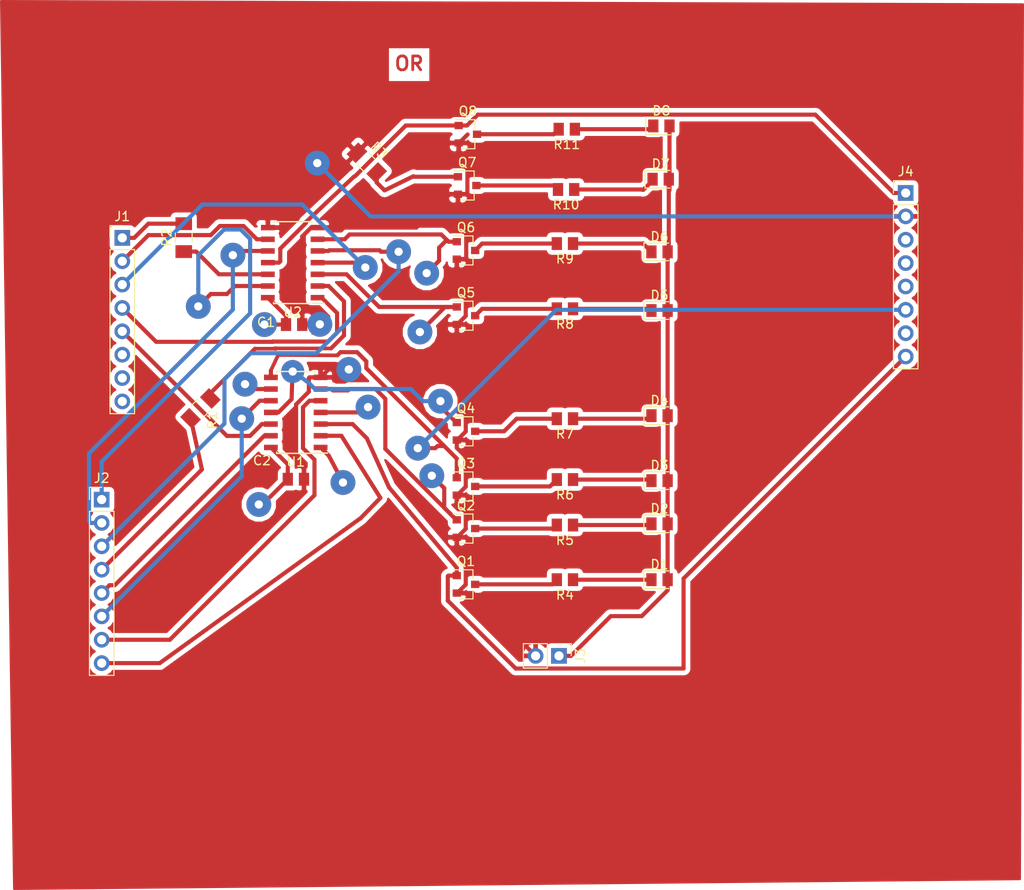
<source format=kicad_pcb>
(kicad_pcb (version 20171130) (host pcbnew 5.0.0-rc2-be01b52~65~ubuntu18.04.1)

  (general
    (thickness 1.6)
    (drawings 1)
    (tracks 360)
    (zones 0)
    (modules 35)
    (nets 46)
  )

  (page A4)
  (layers
    (0 F.Cu signal)
    (1 In1.Cu signal)
    (2 In2.Cu signal)
    (3 In3.Cu signal)
    (4 In4.Cu signal)
    (31 B.Cu signal)
    (32 B.Adhes user)
    (33 F.Adhes user)
    (34 B.Paste user)
    (35 F.Paste user)
    (36 B.SilkS user)
    (37 F.SilkS user)
    (38 B.Mask user)
    (39 F.Mask user)
    (40 Dwgs.User user)
    (41 Cmts.User user)
    (42 Eco1.User user)
    (43 Eco2.User user)
    (44 Edge.Cuts user)
    (45 Margin user)
    (46 B.CrtYd user)
    (47 F.CrtYd user)
    (48 B.Fab user)
    (49 F.Fab user)
  )

  (setup
    (last_trace_width 0.45)
    (trace_clearance 0.3)
    (zone_clearance 0.508)
    (zone_45_only no)
    (trace_min 0.2)
    (segment_width 0.2)
    (edge_width 0.15)
    (via_size 2.7)
    (via_drill 0.9)
    (via_min_size 0.4)
    (via_min_drill 0.3)
    (uvia_size 0.3)
    (uvia_drill 0.1)
    (uvias_allowed no)
    (uvia_min_size 0.2)
    (uvia_min_drill 0.1)
    (pcb_text_width 0.3)
    (pcb_text_size 1.5 1.5)
    (mod_edge_width 0.15)
    (mod_text_size 1 1)
    (mod_text_width 0.15)
    (pad_size 1.524 1.524)
    (pad_drill 0.762)
    (pad_to_mask_clearance 0.2)
    (aux_axis_origin 0 0)
    (visible_elements FFFFF77F)
    (pcbplotparams
      (layerselection 0x010fc_ffffffff)
      (usegerberextensions false)
      (usegerberattributes false)
      (usegerberadvancedattributes false)
      (creategerberjobfile false)
      (excludeedgelayer true)
      (linewidth 0.100000)
      (plotframeref false)
      (viasonmask false)
      (mode 1)
      (useauxorigin false)
      (hpglpennumber 1)
      (hpglpenspeed 20)
      (hpglpendiameter 15)
      (psnegative false)
      (psa4output false)
      (plotreference true)
      (plotvalue true)
      (plotinvisibletext false)
      (padsonsilk false)
      (subtractmaskfromsilk false)
      (outputformat 1)
      (mirror false)
      (drillshape 1)
      (scaleselection 1)
      (outputdirectory ""))
  )

  (net 0 "")
  (net 1 /Z4)
  (net 2 /Z3)
  (net 3 /Z6)
  (net 4 "Net-(D8-Pad1)")
  (net 5 "Net-(Q8-Pad3)")
  (net 6 "Net-(Q7-Pad3)")
  (net 7 "Net-(D7-Pad1)")
  (net 8 "Net-(D6-Pad1)")
  (net 9 "Net-(Q6-Pad3)")
  (net 10 "Net-(Q5-Pad3)")
  (net 11 "Net-(D5-Pad1)")
  (net 12 "Net-(D4-Pad1)")
  (net 13 "Net-(Q4-Pad3)")
  (net 14 "Net-(Q3-Pad3)")
  (net 15 "Net-(D3-Pad1)")
  (net 16 "Net-(D2-Pad1)")
  (net 17 "Net-(Q2-Pad3)")
  (net 18 "Net-(Q1-Pad3)")
  (net 19 "Net-(D1-Pad1)")
  (net 20 /Z1)
  (net 21 GND)
  (net 22 /Z0)
  (net 23 /Z2)
  (net 24 /Z5)
  (net 25 /Z7)
  (net 26 /X0)
  (net 27 /Y0)
  (net 28 /X1)
  (net 29 /Y1)
  (net 30 /X2)
  (net 31 /Y2)
  (net 32 /X3)
  (net 33 /Y3)
  (net 34 VCC)
  (net 35 /Y7)
  (net 36 /X7)
  (net 37 /Y6)
  (net 38 /X6)
  (net 39 /Y5)
  (net 40 /X5)
  (net 41 /Y4)
  (net 42 /X4)
  (net 43 "Net-(J2-Pad4)")
  (net 44 "Net-(J1-Pad1)")
  (net 45 /sheet5C411B65/X)

  (net_class Default "This is the default net class."
    (clearance 0.3)
    (trace_width 0.45)
    (via_dia 2.7)
    (via_drill 0.9)
    (uvia_dia 0.3)
    (uvia_drill 0.1)
    (add_net /X0)
    (add_net /X1)
    (add_net /X2)
    (add_net /X3)
    (add_net /X4)
    (add_net /X5)
    (add_net /X6)
    (add_net /X7)
    (add_net /Y0)
    (add_net /Y1)
    (add_net /Y2)
    (add_net /Y3)
    (add_net /Y4)
    (add_net /Y5)
    (add_net /Y6)
    (add_net /Y7)
    (add_net /Z0)
    (add_net /Z1)
    (add_net /Z2)
    (add_net /Z3)
    (add_net /Z4)
    (add_net /Z5)
    (add_net /Z6)
    (add_net /Z7)
    (add_net /sheet5C411B65/X)
    (add_net GND)
    (add_net "Net-(D1-Pad1)")
    (add_net "Net-(D2-Pad1)")
    (add_net "Net-(D3-Pad1)")
    (add_net "Net-(D4-Pad1)")
    (add_net "Net-(D5-Pad1)")
    (add_net "Net-(D6-Pad1)")
    (add_net "Net-(D7-Pad1)")
    (add_net "Net-(D8-Pad1)")
    (add_net "Net-(J1-Pad1)")
    (add_net "Net-(J2-Pad4)")
    (add_net "Net-(Q1-Pad3)")
    (add_net "Net-(Q2-Pad3)")
    (add_net "Net-(Q3-Pad3)")
    (add_net "Net-(Q4-Pad3)")
    (add_net "Net-(Q5-Pad3)")
    (add_net "Net-(Q6-Pad3)")
    (add_net "Net-(Q7-Pad3)")
    (add_net "Net-(Q8-Pad3)")
    (add_net VCC)
  )

  (module Resistor_SMD:R_1206_3216Metric_Pad1.39x1.80mm_HandSolder (layer F.Cu) (tedit 5AC5DB74) (tstamp 5B418AAC)
    (at 67.437 37.1856 315)
    (descr "Resistor SMD 1206 (3216 Metric), square (rectangular) end terminal, IPC_7351 nominal with elongated pad for handsoldering. (Body size source: http://www.tortai-tech.com/upload/download/2011102023233369053.pdf), generated with kicad-footprint-generator")
    (tags "resistor handsolder")
    (path /65FA9733)
    (attr smd)
    (fp_text reference R3 (at 0 -1.85 315) (layer F.SilkS)
      (effects (font (size 1 1) (thickness 0.15)))
    )
    (fp_text value 0 (at 0 1.85 315) (layer F.Fab)
      (effects (font (size 1 1) (thickness 0.15)))
    )
    (fp_line (start -1.6 0.8) (end -1.6 -0.8) (layer F.Fab) (width 0.1))
    (fp_line (start -1.6 -0.8) (end 1.6 -0.8) (layer F.Fab) (width 0.1))
    (fp_line (start 1.6 -0.8) (end 1.6 0.8) (layer F.Fab) (width 0.1))
    (fp_line (start 1.6 0.8) (end -1.6 0.8) (layer F.Fab) (width 0.1))
    (fp_line (start -0.5 -0.91) (end 0.5 -0.91) (layer F.SilkS) (width 0.12))
    (fp_line (start -0.5 0.91) (end 0.5 0.91) (layer F.SilkS) (width 0.12))
    (fp_line (start -2.46 1.15) (end -2.46 -1.15) (layer F.CrtYd) (width 0.05))
    (fp_line (start -2.46 -1.15) (end 2.46 -1.15) (layer F.CrtYd) (width 0.05))
    (fp_line (start 2.46 -1.15) (end 2.46 1.15) (layer F.CrtYd) (width 0.05))
    (fp_line (start 2.46 1.15) (end -2.46 1.15) (layer F.CrtYd) (width 0.05))
    (fp_text user %R (at 0 0 315) (layer F.Fab)
      (effects (font (size 0.8 0.8) (thickness 0.12)))
    )
    (pad 1 smd rect (at -1.517501 0 315) (size 1.395 1.8) (layers F.Cu F.Paste F.Mask)
      (net 3 /Z6))
    (pad 2 smd rect (at 1.517501 0 315) (size 1.395 1.8) (layers F.Cu F.Paste F.Mask)
      (net 45 /sheet5C411B65/X))
    (model ${KISYS3DMOD}/Resistor_SMD.3dshapes/R_1206_3216Metric.wrl
      (at (xyz 0 0 0))
      (scale (xyz 1 1 1))
      (rotate (xyz 0 0 0))
    )
  )

  (module Connector_PinHeader_2.54mm:PinHeader_1x08_P2.54mm_Vertical (layer F.Cu) (tedit 59FED5CC) (tstamp 5B4139C8)
    (at 125.984 40.4876)
    (descr "Through hole straight pin header, 1x08, 2.54mm pitch, single row")
    (tags "Through hole pin header THT 1x08 2.54mm single row")
    (path /65F4D2E4)
    (fp_text reference J4 (at 0 -2.33) (layer F.SilkS)
      (effects (font (size 1 1) (thickness 0.15)))
    )
    (fp_text value Conn_01x08 (at 0 20.11) (layer F.Fab)
      (effects (font (size 1 1) (thickness 0.15)))
    )
    (fp_line (start -0.635 -1.27) (end 1.27 -1.27) (layer F.Fab) (width 0.1))
    (fp_line (start 1.27 -1.27) (end 1.27 19.05) (layer F.Fab) (width 0.1))
    (fp_line (start 1.27 19.05) (end -1.27 19.05) (layer F.Fab) (width 0.1))
    (fp_line (start -1.27 19.05) (end -1.27 -0.635) (layer F.Fab) (width 0.1))
    (fp_line (start -1.27 -0.635) (end -0.635 -1.27) (layer F.Fab) (width 0.1))
    (fp_line (start -1.33 19.11) (end 1.33 19.11) (layer F.SilkS) (width 0.12))
    (fp_line (start -1.33 1.27) (end -1.33 19.11) (layer F.SilkS) (width 0.12))
    (fp_line (start 1.33 1.27) (end 1.33 19.11) (layer F.SilkS) (width 0.12))
    (fp_line (start -1.33 1.27) (end 1.33 1.27) (layer F.SilkS) (width 0.12))
    (fp_line (start -1.33 0) (end -1.33 -1.33) (layer F.SilkS) (width 0.12))
    (fp_line (start -1.33 -1.33) (end 0 -1.33) (layer F.SilkS) (width 0.12))
    (fp_line (start -1.8 -1.8) (end -1.8 19.55) (layer F.CrtYd) (width 0.05))
    (fp_line (start -1.8 19.55) (end 1.8 19.55) (layer F.CrtYd) (width 0.05))
    (fp_line (start 1.8 19.55) (end 1.8 -1.8) (layer F.CrtYd) (width 0.05))
    (fp_line (start 1.8 -1.8) (end -1.8 -1.8) (layer F.CrtYd) (width 0.05))
    (fp_text user %R (at 0 8.89 90) (layer F.Fab)
      (effects (font (size 1 1) (thickness 0.15)))
    )
    (pad 1 thru_hole rect (at 0 0) (size 1.7 1.7) (drill 1) (layers *.Cu *.Mask)
      (net 25 /Z7))
    (pad 2 thru_hole oval (at 0 2.54) (size 1.7 1.7) (drill 1) (layers *.Cu *.Mask)
      (net 3 /Z6))
    (pad 3 thru_hole oval (at 0 5.08) (size 1.7 1.7) (drill 1) (layers *.Cu *.Mask)
      (net 24 /Z5))
    (pad 4 thru_hole oval (at 0 7.62) (size 1.7 1.7) (drill 1) (layers *.Cu *.Mask)
      (net 1 /Z4))
    (pad 5 thru_hole oval (at 0 10.16) (size 1.7 1.7) (drill 1) (layers *.Cu *.Mask)
      (net 2 /Z3))
    (pad 6 thru_hole oval (at 0 12.7) (size 1.7 1.7) (drill 1) (layers *.Cu *.Mask)
      (net 23 /Z2))
    (pad 7 thru_hole oval (at 0 15.24) (size 1.7 1.7) (drill 1) (layers *.Cu *.Mask)
      (net 20 /Z1))
    (pad 8 thru_hole oval (at 0 17.78) (size 1.7 1.7) (drill 1) (layers *.Cu *.Mask)
      (net 22 /Z0))
    (model ${KISYS3DMOD}/Connector_PinHeader_2.54mm.3dshapes/PinHeader_1x08_P2.54mm_Vertical.wrl
      (at (xyz 0 0 0))
      (scale (xyz 1 1 1))
      (rotate (xyz 0 0 0))
    )
  )

  (module Resistor_SMD:R_1206_3216Metric_Pad1.39x1.80mm_HandSolder (layer F.Cu) (tedit 5AC5DB74) (tstamp 5B4129EF)
    (at 47.5488 45.339 90)
    (descr "Resistor SMD 1206 (3216 Metric), square (rectangular) end terminal, IPC_7351 nominal with elongated pad for handsoldering. (Body size source: http://www.tortai-tech.com/upload/download/2011102023233369053.pdf), generated with kicad-footprint-generator")
    (tags "resistor handsolder")
    (path /65F46E5A)
    (attr smd)
    (fp_text reference R2 (at 0 -1.85 90) (layer F.SilkS)
      (effects (font (size 1 1) (thickness 0.15)))
    )
    (fp_text value 0 (at 0 1.85 90) (layer F.Fab)
      (effects (font (size 1 1) (thickness 0.15)))
    )
    (fp_line (start -1.6 0.8) (end -1.6 -0.8) (layer F.Fab) (width 0.1))
    (fp_line (start -1.6 -0.8) (end 1.6 -0.8) (layer F.Fab) (width 0.1))
    (fp_line (start 1.6 -0.8) (end 1.6 0.8) (layer F.Fab) (width 0.1))
    (fp_line (start 1.6 0.8) (end -1.6 0.8) (layer F.Fab) (width 0.1))
    (fp_line (start -0.5 -0.91) (end 0.5 -0.91) (layer F.SilkS) (width 0.12))
    (fp_line (start -0.5 0.91) (end 0.5 0.91) (layer F.SilkS) (width 0.12))
    (fp_line (start -2.46 1.15) (end -2.46 -1.15) (layer F.CrtYd) (width 0.05))
    (fp_line (start -2.46 -1.15) (end 2.46 -1.15) (layer F.CrtYd) (width 0.05))
    (fp_line (start 2.46 -1.15) (end 2.46 1.15) (layer F.CrtYd) (width 0.05))
    (fp_line (start 2.46 1.15) (end -2.46 1.15) (layer F.CrtYd) (width 0.05))
    (fp_text user %R (at 0 0 90) (layer F.Fab)
      (effects (font (size 0.8 0.8) (thickness 0.12)))
    )
    (pad 1 smd rect (at -1.5175 0 90) (size 1.395 1.8) (layers F.Cu F.Paste F.Mask)
      (net 36 /X7))
    (pad 2 smd rect (at 1.5175 0 90) (size 1.395 1.8) (layers F.Cu F.Paste F.Mask)
      (net 44 "Net-(J1-Pad1)"))
    (model ${KISYS3DMOD}/Resistor_SMD.3dshapes/R_1206_3216Metric.wrl
      (at (xyz 0 0 0))
      (scale (xyz 1 1 1))
      (rotate (xyz 0 0 0))
    )
  )

  (module Resistor_SMD:R_1206_3216Metric_Pad1.39x1.80mm_HandSolder (layer F.Cu) (tedit 5AC5DB74) (tstamp 5B411F0E)
    (at 49.358435 63.900165 225)
    (descr "Resistor SMD 1206 (3216 Metric), square (rectangular) end terminal, IPC_7351 nominal with elongated pad for handsoldering. (Body size source: http://www.tortai-tech.com/upload/download/2011102023233369053.pdf), generated with kicad-footprint-generator")
    (tags "resistor handsolder")
    (path /65F467CF)
    (attr smd)
    (fp_text reference R1 (at 0 -1.850001 270) (layer F.SilkS)
      (effects (font (size 1 1) (thickness 0.15)))
    )
    (fp_text value 0 (at 0 1.85 225) (layer F.Fab)
      (effects (font (size 1 1) (thickness 0.15)))
    )
    (fp_line (start -1.6 0.8) (end -1.6 -0.8) (layer F.Fab) (width 0.1))
    (fp_line (start -1.6 -0.8) (end 1.6 -0.8) (layer F.Fab) (width 0.1))
    (fp_line (start 1.6 -0.8) (end 1.6 0.8) (layer F.Fab) (width 0.1))
    (fp_line (start 1.6 0.8) (end -1.6 0.8) (layer F.Fab) (width 0.1))
    (fp_line (start -0.5 -0.91) (end 0.5 -0.91) (layer F.SilkS) (width 0.12))
    (fp_line (start -0.5 0.91) (end 0.5 0.91) (layer F.SilkS) (width 0.12))
    (fp_line (start -2.46 1.15) (end -2.46 -1.15) (layer F.CrtYd) (width 0.05))
    (fp_line (start -2.46 -1.15) (end 2.46 -1.15) (layer F.CrtYd) (width 0.05))
    (fp_line (start 2.46 -1.15) (end 2.46 1.15) (layer F.CrtYd) (width 0.05))
    (fp_line (start 2.46 1.15) (end -2.46 1.15) (layer F.CrtYd) (width 0.05))
    (fp_text user %R (at 0 0 315) (layer F.Fab)
      (effects (font (size 0.8 0.8) (thickness 0.12)))
    )
    (pad 1 smd rect (at -1.517501 0 225) (size 1.395 1.8) (layers F.Cu F.Paste F.Mask)
      (net 41 /Y4))
    (pad 2 smd rect (at 1.517501 0 225) (size 1.395 1.8) (layers F.Cu F.Paste F.Mask)
      (net 43 "Net-(J2-Pad4)"))
    (model ${KISYS3DMOD}/Resistor_SMD.3dshapes/R_1206_3216Metric.wrl
      (at (xyz 0 0 0))
      (scale (xyz 1 1 1))
      (rotate (xyz 0 0 0))
    )
  )

  (module Capacitor_SMD:C_0805_2012Metric (layer F.Cu) (tedit 5AC5DB74) (tstamp 5B40F47E)
    (at 59.5376 54.7878)
    (descr "Capacitor SMD 0805 (2012 Metric), square (rectangular) end terminal, IPC_7351 nominal, (Body size source: http://www.tortai-tech.com/upload/download/2011102023233369053.pdf), generated with kicad-footprint-generator")
    (tags capacitor)
    (path /64F6FEB9)
    (attr smd)
    (fp_text reference C1 (at -3.048 -0.254) (layer F.SilkS)
      (effects (font (size 1 1) (thickness 0.15)))
    )
    (fp_text value 100nF (at 0 1.65) (layer F.Fab)
      (effects (font (size 1 1) (thickness 0.15)))
    )
    (fp_text user %R (at 0 0) (layer F.Fab)
      (effects (font (size 0.5 0.5) (thickness 0.08)))
    )
    (fp_line (start 1.69 0.95) (end -1.69 0.95) (layer F.CrtYd) (width 0.05))
    (fp_line (start 1.69 -0.95) (end 1.69 0.95) (layer F.CrtYd) (width 0.05))
    (fp_line (start -1.69 -0.95) (end 1.69 -0.95) (layer F.CrtYd) (width 0.05))
    (fp_line (start -1.69 0.95) (end -1.69 -0.95) (layer F.CrtYd) (width 0.05))
    (fp_line (start 1 0.6) (end -1 0.6) (layer F.Fab) (width 0.1))
    (fp_line (start 1 -0.6) (end 1 0.6) (layer F.Fab) (width 0.1))
    (fp_line (start -1 -0.6) (end 1 -0.6) (layer F.Fab) (width 0.1))
    (fp_line (start -1 0.6) (end -1 -0.6) (layer F.Fab) (width 0.1))
    (pad 2 smd rect (at 0.88 0) (size 1.12 1.4) (layers F.Cu F.Paste F.Mask)
      (net 21 GND))
    (pad 1 smd rect (at -0.88 0) (size 1.12 1.4) (layers F.Cu F.Paste F.Mask)
      (net 34 VCC))
    (model ${KISYS3DMOD}/Capacitor_SMD.3dshapes/C_0805_2012Metric.wrl
      (at (xyz 0 0 0))
      (scale (xyz 1 1 1))
      (rotate (xyz 0 0 0))
    )
  )

  (module Capacitor_SMD:C_0805_2012Metric (layer F.Cu) (tedit 5AC5DB74) (tstamp 5B40F46F)
    (at 59.7318 71.6026)
    (descr "Capacitor SMD 0805 (2012 Metric), square (rectangular) end terminal, IPC_7351 nominal, (Body size source: http://www.tortai-tech.com/upload/download/2011102023233369053.pdf), generated with kicad-footprint-generator")
    (tags capacitor)
    (path /64F6FD54)
    (attr smd)
    (fp_text reference C2 (at -3.683 -2.032) (layer F.SilkS)
      (effects (font (size 1 1) (thickness 0.15)))
    )
    (fp_text value 100nF (at 0 1.65) (layer F.Fab)
      (effects (font (size 1 1) (thickness 0.15)))
    )
    (fp_line (start -1 0.6) (end -1 -0.6) (layer F.Fab) (width 0.1))
    (fp_line (start -1 -0.6) (end 1 -0.6) (layer F.Fab) (width 0.1))
    (fp_line (start 1 -0.6) (end 1 0.6) (layer F.Fab) (width 0.1))
    (fp_line (start 1 0.6) (end -1 0.6) (layer F.Fab) (width 0.1))
    (fp_line (start -1.69 0.95) (end -1.69 -0.95) (layer F.CrtYd) (width 0.05))
    (fp_line (start -1.69 -0.95) (end 1.69 -0.95) (layer F.CrtYd) (width 0.05))
    (fp_line (start 1.69 -0.95) (end 1.69 0.95) (layer F.CrtYd) (width 0.05))
    (fp_line (start 1.69 0.95) (end -1.69 0.95) (layer F.CrtYd) (width 0.05))
    (fp_text user %R (at 0 0) (layer F.Fab)
      (effects (font (size 0.5 0.5) (thickness 0.08)))
    )
    (pad 1 smd rect (at -0.88 0) (size 1.12 1.4) (layers F.Cu F.Paste F.Mask)
      (net 34 VCC))
    (pad 2 smd rect (at 0.88 0) (size 1.12 1.4) (layers F.Cu F.Paste F.Mask)
      (net 21 GND))
    (model ${KISYS3DMOD}/Capacitor_SMD.3dshapes/C_0805_2012Metric.wrl
      (at (xyz 0 0 0))
      (scale (xyz 1 1 1))
      (rotate (xyz 0 0 0))
    )
  )

  (module Connector_PinHeader_2.54mm:PinHeader_1x02_P2.54mm_Vertical (layer F.Cu) (tedit 59FED5CC) (tstamp 5B40F460)
    (at 88.3158 90.805 270)
    (descr "Through hole straight pin header, 1x02, 2.54mm pitch, single row")
    (tags "Through hole pin header THT 1x02 2.54mm single row")
    (path /65EC56C5)
    (fp_text reference J3 (at 0 -2.33 270) (layer F.SilkS)
      (effects (font (size 1 1) (thickness 0.15)))
    )
    (fp_text value Conn_01x02_Male (at 0 4.87 270) (layer F.Fab)
      (effects (font (size 1 1) (thickness 0.15)))
    )
    (fp_line (start -0.635 -1.27) (end 1.27 -1.27) (layer F.Fab) (width 0.1))
    (fp_line (start 1.27 -1.27) (end 1.27 3.81) (layer F.Fab) (width 0.1))
    (fp_line (start 1.27 3.81) (end -1.27 3.81) (layer F.Fab) (width 0.1))
    (fp_line (start -1.27 3.81) (end -1.27 -0.635) (layer F.Fab) (width 0.1))
    (fp_line (start -1.27 -0.635) (end -0.635 -1.27) (layer F.Fab) (width 0.1))
    (fp_line (start -1.33 3.87) (end 1.33 3.87) (layer F.SilkS) (width 0.12))
    (fp_line (start -1.33 1.27) (end -1.33 3.87) (layer F.SilkS) (width 0.12))
    (fp_line (start 1.33 1.27) (end 1.33 3.87) (layer F.SilkS) (width 0.12))
    (fp_line (start -1.33 1.27) (end 1.33 1.27) (layer F.SilkS) (width 0.12))
    (fp_line (start -1.33 0) (end -1.33 -1.33) (layer F.SilkS) (width 0.12))
    (fp_line (start -1.33 -1.33) (end 0 -1.33) (layer F.SilkS) (width 0.12))
    (fp_line (start -1.8 -1.8) (end -1.8 4.35) (layer F.CrtYd) (width 0.05))
    (fp_line (start -1.8 4.35) (end 1.8 4.35) (layer F.CrtYd) (width 0.05))
    (fp_line (start 1.8 4.35) (end 1.8 -1.8) (layer F.CrtYd) (width 0.05))
    (fp_line (start 1.8 -1.8) (end -1.8 -1.8) (layer F.CrtYd) (width 0.05))
    (fp_text user %R (at 0 1.27) (layer F.Fab)
      (effects (font (size 1 1) (thickness 0.15)))
    )
    (pad 1 thru_hole rect (at 0 0 270) (size 1.7 1.7) (drill 1) (layers *.Cu *.Mask)
      (net 34 VCC))
    (pad 2 thru_hole oval (at 0 2.54 270) (size 1.7 1.7) (drill 1) (layers *.Cu *.Mask)
      (net 21 GND))
    (model ${KISYS3DMOD}/Connector_PinHeader_2.54mm.3dshapes/PinHeader_1x02_P2.54mm_Vertical.wrl
      (at (xyz 0 0 0))
      (scale (xyz 1 1 1))
      (rotate (xyz 0 0 0))
    )
  )

  (module Connector_PinHeader_2.54mm:PinHeader_1x08_P2.54mm_Vertical (layer F.Cu) (tedit 59FED5CC) (tstamp 5B40F44A)
    (at 40.8686 45.3644)
    (descr "Through hole straight pin header, 1x08, 2.54mm pitch, single row")
    (tags "Through hole pin header THT 1x08 2.54mm single row")
    (path /65EC5438)
    (fp_text reference J1 (at 0 -2.33) (layer F.SilkS)
      (effects (font (size 1 1) (thickness 0.15)))
    )
    (fp_text value Conn_01x08 (at 0 20.11) (layer F.Fab)
      (effects (font (size 1 1) (thickness 0.15)))
    )
    (fp_text user %R (at 0 8.89 90) (layer F.Fab)
      (effects (font (size 1 1) (thickness 0.15)))
    )
    (fp_line (start 1.8 -1.8) (end -1.8 -1.8) (layer F.CrtYd) (width 0.05))
    (fp_line (start 1.8 19.55) (end 1.8 -1.8) (layer F.CrtYd) (width 0.05))
    (fp_line (start -1.8 19.55) (end 1.8 19.55) (layer F.CrtYd) (width 0.05))
    (fp_line (start -1.8 -1.8) (end -1.8 19.55) (layer F.CrtYd) (width 0.05))
    (fp_line (start -1.33 -1.33) (end 0 -1.33) (layer F.SilkS) (width 0.12))
    (fp_line (start -1.33 0) (end -1.33 -1.33) (layer F.SilkS) (width 0.12))
    (fp_line (start -1.33 1.27) (end 1.33 1.27) (layer F.SilkS) (width 0.12))
    (fp_line (start 1.33 1.27) (end 1.33 19.11) (layer F.SilkS) (width 0.12))
    (fp_line (start -1.33 1.27) (end -1.33 19.11) (layer F.SilkS) (width 0.12))
    (fp_line (start -1.33 19.11) (end 1.33 19.11) (layer F.SilkS) (width 0.12))
    (fp_line (start -1.27 -0.635) (end -0.635 -1.27) (layer F.Fab) (width 0.1))
    (fp_line (start -1.27 19.05) (end -1.27 -0.635) (layer F.Fab) (width 0.1))
    (fp_line (start 1.27 19.05) (end -1.27 19.05) (layer F.Fab) (width 0.1))
    (fp_line (start 1.27 -1.27) (end 1.27 19.05) (layer F.Fab) (width 0.1))
    (fp_line (start -0.635 -1.27) (end 1.27 -1.27) (layer F.Fab) (width 0.1))
    (pad 8 thru_hole oval (at 0 17.78) (size 1.7 1.7) (drill 1) (layers *.Cu *.Mask)
      (net 26 /X0))
    (pad 7 thru_hole oval (at 0 15.24) (size 1.7 1.7) (drill 1) (layers *.Cu *.Mask)
      (net 28 /X1))
    (pad 6 thru_hole oval (at 0 12.7) (size 1.7 1.7) (drill 1) (layers *.Cu *.Mask)
      (net 30 /X2))
    (pad 5 thru_hole oval (at 0 10.16) (size 1.7 1.7) (drill 1) (layers *.Cu *.Mask)
      (net 32 /X3))
    (pad 4 thru_hole oval (at 0 7.62) (size 1.7 1.7) (drill 1) (layers *.Cu *.Mask)
      (net 42 /X4))
    (pad 3 thru_hole oval (at 0 5.08) (size 1.7 1.7) (drill 1) (layers *.Cu *.Mask)
      (net 40 /X5))
    (pad 2 thru_hole oval (at 0 2.54) (size 1.7 1.7) (drill 1) (layers *.Cu *.Mask)
      (net 38 /X6))
    (pad 1 thru_hole rect (at 0 0) (size 1.7 1.7) (drill 1) (layers *.Cu *.Mask)
      (net 44 "Net-(J1-Pad1)"))
    (model ${KISYS3DMOD}/Connector_PinHeader_2.54mm.3dshapes/PinHeader_1x08_P2.54mm_Vertical.wrl
      (at (xyz 0 0 0))
      (scale (xyz 1 1 1))
      (rotate (xyz 0 0 0))
    )
  )

  (module Connector_PinHeader_2.54mm:PinHeader_1x08_P2.54mm_Vertical (layer F.Cu) (tedit 59FED5CC) (tstamp 5B40F42E)
    (at 38.6334 73.8124)
    (descr "Through hole straight pin header, 1x08, 2.54mm pitch, single row")
    (tags "Through hole pin header THT 1x08 2.54mm single row")
    (path /65EC558B)
    (fp_text reference J2 (at 0 -2.33) (layer F.SilkS)
      (effects (font (size 1 1) (thickness 0.15)))
    )
    (fp_text value Conn_01x08 (at 0 20.11) (layer F.Fab)
      (effects (font (size 1 1) (thickness 0.15)))
    )
    (fp_line (start -0.635 -1.27) (end 1.27 -1.27) (layer F.Fab) (width 0.1))
    (fp_line (start 1.27 -1.27) (end 1.27 19.05) (layer F.Fab) (width 0.1))
    (fp_line (start 1.27 19.05) (end -1.27 19.05) (layer F.Fab) (width 0.1))
    (fp_line (start -1.27 19.05) (end -1.27 -0.635) (layer F.Fab) (width 0.1))
    (fp_line (start -1.27 -0.635) (end -0.635 -1.27) (layer F.Fab) (width 0.1))
    (fp_line (start -1.33 19.11) (end 1.33 19.11) (layer F.SilkS) (width 0.12))
    (fp_line (start -1.33 1.27) (end -1.33 19.11) (layer F.SilkS) (width 0.12))
    (fp_line (start 1.33 1.27) (end 1.33 19.11) (layer F.SilkS) (width 0.12))
    (fp_line (start -1.33 1.27) (end 1.33 1.27) (layer F.SilkS) (width 0.12))
    (fp_line (start -1.33 0) (end -1.33 -1.33) (layer F.SilkS) (width 0.12))
    (fp_line (start -1.33 -1.33) (end 0 -1.33) (layer F.SilkS) (width 0.12))
    (fp_line (start -1.8 -1.8) (end -1.8 19.55) (layer F.CrtYd) (width 0.05))
    (fp_line (start -1.8 19.55) (end 1.8 19.55) (layer F.CrtYd) (width 0.05))
    (fp_line (start 1.8 19.55) (end 1.8 -1.8) (layer F.CrtYd) (width 0.05))
    (fp_line (start 1.8 -1.8) (end -1.8 -1.8) (layer F.CrtYd) (width 0.05))
    (fp_text user %R (at 0 8.89 90) (layer F.Fab)
      (effects (font (size 1 1) (thickness 0.15)))
    )
    (pad 1 thru_hole rect (at 0 0) (size 1.7 1.7) (drill 1) (layers *.Cu *.Mask)
      (net 35 /Y7))
    (pad 2 thru_hole oval (at 0 2.54) (size 1.7 1.7) (drill 1) (layers *.Cu *.Mask)
      (net 37 /Y6))
    (pad 3 thru_hole oval (at 0 5.08) (size 1.7 1.7) (drill 1) (layers *.Cu *.Mask)
      (net 39 /Y5))
    (pad 4 thru_hole oval (at 0 7.62) (size 1.7 1.7) (drill 1) (layers *.Cu *.Mask)
      (net 43 "Net-(J2-Pad4)"))
    (pad 5 thru_hole oval (at 0 10.16) (size 1.7 1.7) (drill 1) (layers *.Cu *.Mask)
      (net 33 /Y3))
    (pad 6 thru_hole oval (at 0 12.7) (size 1.7 1.7) (drill 1) (layers *.Cu *.Mask)
      (net 31 /Y2))
    (pad 7 thru_hole oval (at 0 15.24) (size 1.7 1.7) (drill 1) (layers *.Cu *.Mask)
      (net 29 /Y1))
    (pad 8 thru_hole oval (at 0 17.78) (size 1.7 1.7) (drill 1) (layers *.Cu *.Mask)
      (net 27 /Y0))
    (model ${KISYS3DMOD}/Connector_PinHeader_2.54mm.3dshapes/PinHeader_1x08_P2.54mm_Vertical.wrl
      (at (xyz 0 0 0))
      (scale (xyz 1 1 1))
      (rotate (xyz 0 0 0))
    )
  )

  (module LED_SMD:LED_0805_2012Metric_Pad1.12x1.40mm_HandSolder (layer F.Cu) (tedit 5AC5DB75) (tstamp 5B40F412)
    (at 99.441 33.1978)
    (descr "LED SMD 0805 (2012 Metric), square (rectangular) end terminal, IPC_7351 nominal, (Body size source: http://www.tortai-tech.com/upload/download/2011102023233369053.pdf), generated with kicad-footprint-generator")
    (tags "LED handsolder")
    (path /5C411B72/5BF1FBAD)
    (attr smd)
    (fp_text reference D8 (at 0 -1.65) (layer F.SilkS)
      (effects (font (size 1 1) (thickness 0.15)))
    )
    (fp_text value RED (at 0 1.65) (layer F.Fab)
      (effects (font (size 1 1) (thickness 0.15)))
    )
    (fp_text user %R (at 0 0) (layer F.Fab)
      (effects (font (size 0.5 0.5) (thickness 0.08)))
    )
    (fp_line (start 1.69 0.95) (end -1.69 0.95) (layer F.CrtYd) (width 0.05))
    (fp_line (start 1.69 -0.95) (end 1.69 0.95) (layer F.CrtYd) (width 0.05))
    (fp_line (start -1.69 -0.95) (end 1.69 -0.95) (layer F.CrtYd) (width 0.05))
    (fp_line (start -1.69 0.95) (end -1.69 -0.95) (layer F.CrtYd) (width 0.05))
    (fp_line (start -1.7 0.96) (end 1 0.96) (layer F.SilkS) (width 0.12))
    (fp_line (start -1.7 -0.96) (end -1.7 0.96) (layer F.SilkS) (width 0.12))
    (fp_line (start 1 -0.96) (end -1.7 -0.96) (layer F.SilkS) (width 0.12))
    (fp_line (start 1 0.6) (end 1 -0.6) (layer F.Fab) (width 0.1))
    (fp_line (start -1 0.6) (end 1 0.6) (layer F.Fab) (width 0.1))
    (fp_line (start -1 -0.3) (end -1 0.6) (layer F.Fab) (width 0.1))
    (fp_line (start -0.7 -0.6) (end -1 -0.3) (layer F.Fab) (width 0.1))
    (fp_line (start 1 -0.6) (end -0.7 -0.6) (layer F.Fab) (width 0.1))
    (pad 2 smd rect (at 0.88 0) (size 1.12 1.4) (layers F.Cu F.Paste F.Mask)
      (net 34 VCC))
    (pad 1 smd rect (at -0.88 0) (size 1.12 1.4) (layers F.Cu F.Paste F.Mask)
      (net 4 "Net-(D8-Pad1)"))
    (model ${KISYS3DMOD}/LED_SMD.3dshapes/LED_0805_2012Metric.wrl
      (at (xyz 0 0 0))
      (scale (xyz 1 1 1))
      (rotate (xyz 0 0 0))
    )
  )

  (module LED_SMD:LED_0805_2012Metric_Pad1.12x1.40mm_HandSolder (layer F.Cu) (tedit 5AC5DB75) (tstamp 5B40F3FF)
    (at 99.3648 38.989)
    (descr "LED SMD 0805 (2012 Metric), square (rectangular) end terminal, IPC_7351 nominal, (Body size source: http://www.tortai-tech.com/upload/download/2011102023233369053.pdf), generated with kicad-footprint-generator")
    (tags "LED handsolder")
    (path /5C411B6F/5BF1FBAD)
    (attr smd)
    (fp_text reference D7 (at 0 -1.65) (layer F.SilkS)
      (effects (font (size 1 1) (thickness 0.15)))
    )
    (fp_text value RED (at 0 1.65) (layer F.Fab)
      (effects (font (size 1 1) (thickness 0.15)))
    )
    (fp_line (start 1 -0.6) (end -0.7 -0.6) (layer F.Fab) (width 0.1))
    (fp_line (start -0.7 -0.6) (end -1 -0.3) (layer F.Fab) (width 0.1))
    (fp_line (start -1 -0.3) (end -1 0.6) (layer F.Fab) (width 0.1))
    (fp_line (start -1 0.6) (end 1 0.6) (layer F.Fab) (width 0.1))
    (fp_line (start 1 0.6) (end 1 -0.6) (layer F.Fab) (width 0.1))
    (fp_line (start 1 -0.96) (end -1.7 -0.96) (layer F.SilkS) (width 0.12))
    (fp_line (start -1.7 -0.96) (end -1.7 0.96) (layer F.SilkS) (width 0.12))
    (fp_line (start -1.7 0.96) (end 1 0.96) (layer F.SilkS) (width 0.12))
    (fp_line (start -1.69 0.95) (end -1.69 -0.95) (layer F.CrtYd) (width 0.05))
    (fp_line (start -1.69 -0.95) (end 1.69 -0.95) (layer F.CrtYd) (width 0.05))
    (fp_line (start 1.69 -0.95) (end 1.69 0.95) (layer F.CrtYd) (width 0.05))
    (fp_line (start 1.69 0.95) (end -1.69 0.95) (layer F.CrtYd) (width 0.05))
    (fp_text user %R (at 0 0) (layer F.Fab)
      (effects (font (size 0.5 0.5) (thickness 0.08)))
    )
    (pad 1 smd rect (at -0.88 0) (size 1.12 1.4) (layers F.Cu F.Paste F.Mask)
      (net 7 "Net-(D7-Pad1)"))
    (pad 2 smd rect (at 0.88 0) (size 1.12 1.4) (layers F.Cu F.Paste F.Mask)
      (net 34 VCC))
    (model ${KISYS3DMOD}/LED_SMD.3dshapes/LED_0805_2012Metric.wrl
      (at (xyz 0 0 0))
      (scale (xyz 1 1 1))
      (rotate (xyz 0 0 0))
    )
  )

  (module LED_SMD:LED_0805_2012Metric_Pad1.12x1.40mm_HandSolder (layer F.Cu) (tedit 5AC5DB75) (tstamp 5B40F3EC)
    (at 99.2378 46.8884)
    (descr "LED SMD 0805 (2012 Metric), square (rectangular) end terminal, IPC_7351 nominal, (Body size source: http://www.tortai-tech.com/upload/download/2011102023233369053.pdf), generated with kicad-footprint-generator")
    (tags "LED handsolder")
    (path /5C411B6C/5BF1FBAD)
    (attr smd)
    (fp_text reference D6 (at 0 -1.65) (layer F.SilkS)
      (effects (font (size 1 1) (thickness 0.15)))
    )
    (fp_text value RED (at 0 1.65) (layer F.Fab)
      (effects (font (size 1 1) (thickness 0.15)))
    )
    (fp_text user %R (at 0 0) (layer F.Fab)
      (effects (font (size 0.5 0.5) (thickness 0.08)))
    )
    (fp_line (start 1.69 0.95) (end -1.69 0.95) (layer F.CrtYd) (width 0.05))
    (fp_line (start 1.69 -0.95) (end 1.69 0.95) (layer F.CrtYd) (width 0.05))
    (fp_line (start -1.69 -0.95) (end 1.69 -0.95) (layer F.CrtYd) (width 0.05))
    (fp_line (start -1.69 0.95) (end -1.69 -0.95) (layer F.CrtYd) (width 0.05))
    (fp_line (start -1.7 0.96) (end 1 0.96) (layer F.SilkS) (width 0.12))
    (fp_line (start -1.7 -0.96) (end -1.7 0.96) (layer F.SilkS) (width 0.12))
    (fp_line (start 1 -0.96) (end -1.7 -0.96) (layer F.SilkS) (width 0.12))
    (fp_line (start 1 0.6) (end 1 -0.6) (layer F.Fab) (width 0.1))
    (fp_line (start -1 0.6) (end 1 0.6) (layer F.Fab) (width 0.1))
    (fp_line (start -1 -0.3) (end -1 0.6) (layer F.Fab) (width 0.1))
    (fp_line (start -0.7 -0.6) (end -1 -0.3) (layer F.Fab) (width 0.1))
    (fp_line (start 1 -0.6) (end -0.7 -0.6) (layer F.Fab) (width 0.1))
    (pad 2 smd rect (at 0.88 0) (size 1.12 1.4) (layers F.Cu F.Paste F.Mask)
      (net 34 VCC))
    (pad 1 smd rect (at -0.88 0) (size 1.12 1.4) (layers F.Cu F.Paste F.Mask)
      (net 8 "Net-(D6-Pad1)"))
    (model ${KISYS3DMOD}/LED_SMD.3dshapes/LED_0805_2012Metric.wrl
      (at (xyz 0 0 0))
      (scale (xyz 1 1 1))
      (rotate (xyz 0 0 0))
    )
  )

  (module LED_SMD:LED_0805_2012Metric_Pad1.12x1.40mm_HandSolder (layer F.Cu) (tedit 5AC5DB75) (tstamp 5B410F4E)
    (at 99.2378 64.6938)
    (descr "LED SMD 0805 (2012 Metric), square (rectangular) end terminal, IPC_7351 nominal, (Body size source: http://www.tortai-tech.com/upload/download/2011102023233369053.pdf), generated with kicad-footprint-generator")
    (tags "LED handsolder")
    (path /5C40FEE2/5BF1FBAD)
    (attr smd)
    (fp_text reference D4 (at 0 -1.65) (layer F.SilkS)
      (effects (font (size 1 1) (thickness 0.15)))
    )
    (fp_text value RED (at 0 1.65) (layer F.Fab)
      (effects (font (size 1 1) (thickness 0.15)))
    )
    (fp_line (start 1 -0.6) (end -0.7 -0.6) (layer F.Fab) (width 0.1))
    (fp_line (start -0.7 -0.6) (end -1 -0.3) (layer F.Fab) (width 0.1))
    (fp_line (start -1 -0.3) (end -1 0.6) (layer F.Fab) (width 0.1))
    (fp_line (start -1 0.6) (end 1 0.6) (layer F.Fab) (width 0.1))
    (fp_line (start 1 0.6) (end 1 -0.6) (layer F.Fab) (width 0.1))
    (fp_line (start 1 -0.96) (end -1.7 -0.96) (layer F.SilkS) (width 0.12))
    (fp_line (start -1.7 -0.96) (end -1.7 0.96) (layer F.SilkS) (width 0.12))
    (fp_line (start -1.7 0.96) (end 1 0.96) (layer F.SilkS) (width 0.12))
    (fp_line (start -1.69 0.95) (end -1.69 -0.95) (layer F.CrtYd) (width 0.05))
    (fp_line (start -1.69 -0.95) (end 1.69 -0.95) (layer F.CrtYd) (width 0.05))
    (fp_line (start 1.69 -0.95) (end 1.69 0.95) (layer F.CrtYd) (width 0.05))
    (fp_line (start 1.69 0.95) (end -1.69 0.95) (layer F.CrtYd) (width 0.05))
    (fp_text user %R (at 0 0) (layer F.Fab)
      (effects (font (size 0.5 0.5) (thickness 0.08)))
    )
    (pad 1 smd rect (at -0.88 0) (size 1.12 1.4) (layers F.Cu F.Paste F.Mask)
      (net 12 "Net-(D4-Pad1)"))
    (pad 2 smd rect (at 0.88 0) (size 1.12 1.4) (layers F.Cu F.Paste F.Mask)
      (net 34 VCC))
    (model ${KISYS3DMOD}/LED_SMD.3dshapes/LED_0805_2012Metric.wrl
      (at (xyz 0 0 0))
      (scale (xyz 1 1 1))
      (rotate (xyz 0 0 0))
    )
  )

  (module LED_SMD:LED_0805_2012Metric_Pad1.12x1.40mm_HandSolder (layer F.Cu) (tedit 5AC5DB75) (tstamp 5B40F3C6)
    (at 99.2378 71.755)
    (descr "LED SMD 0805 (2012 Metric), square (rectangular) end terminal, IPC_7351 nominal, (Body size source: http://www.tortai-tech.com/upload/download/2011102023233369053.pdf), generated with kicad-footprint-generator")
    (tags "LED handsolder")
    (path /5C40FEDF/5BF1FBAD)
    (attr smd)
    (fp_text reference D3 (at 0 -1.65) (layer F.SilkS)
      (effects (font (size 1 1) (thickness 0.15)))
    )
    (fp_text value RED (at 0 1.65) (layer F.Fab)
      (effects (font (size 1 1) (thickness 0.15)))
    )
    (fp_text user %R (at 0 0) (layer F.Fab)
      (effects (font (size 0.5 0.5) (thickness 0.08)))
    )
    (fp_line (start 1.69 0.95) (end -1.69 0.95) (layer F.CrtYd) (width 0.05))
    (fp_line (start 1.69 -0.95) (end 1.69 0.95) (layer F.CrtYd) (width 0.05))
    (fp_line (start -1.69 -0.95) (end 1.69 -0.95) (layer F.CrtYd) (width 0.05))
    (fp_line (start -1.69 0.95) (end -1.69 -0.95) (layer F.CrtYd) (width 0.05))
    (fp_line (start -1.7 0.96) (end 1 0.96) (layer F.SilkS) (width 0.12))
    (fp_line (start -1.7 -0.96) (end -1.7 0.96) (layer F.SilkS) (width 0.12))
    (fp_line (start 1 -0.96) (end -1.7 -0.96) (layer F.SilkS) (width 0.12))
    (fp_line (start 1 0.6) (end 1 -0.6) (layer F.Fab) (width 0.1))
    (fp_line (start -1 0.6) (end 1 0.6) (layer F.Fab) (width 0.1))
    (fp_line (start -1 -0.3) (end -1 0.6) (layer F.Fab) (width 0.1))
    (fp_line (start -0.7 -0.6) (end -1 -0.3) (layer F.Fab) (width 0.1))
    (fp_line (start 1 -0.6) (end -0.7 -0.6) (layer F.Fab) (width 0.1))
    (pad 2 smd rect (at 0.88 0) (size 1.12 1.4) (layers F.Cu F.Paste F.Mask)
      (net 34 VCC))
    (pad 1 smd rect (at -0.88 0) (size 1.12 1.4) (layers F.Cu F.Paste F.Mask)
      (net 15 "Net-(D3-Pad1)"))
    (model ${KISYS3DMOD}/LED_SMD.3dshapes/LED_0805_2012Metric.wrl
      (at (xyz 0 0 0))
      (scale (xyz 1 1 1))
      (rotate (xyz 0 0 0))
    )
  )

  (module LED_SMD:LED_0805_2012Metric_Pad1.12x1.40mm_HandSolder (layer F.Cu) (tedit 5AC5DB75) (tstamp 5B40F3B3)
    (at 99.2378 76.454)
    (descr "LED SMD 0805 (2012 Metric), square (rectangular) end terminal, IPC_7351 nominal, (Body size source: http://www.tortai-tech.com/upload/download/2011102023233369053.pdf), generated with kicad-footprint-generator")
    (tags "LED handsolder")
    (path /5C40E25E/5BF1FBAD)
    (attr smd)
    (fp_text reference D2 (at 0 -1.65) (layer F.SilkS)
      (effects (font (size 1 1) (thickness 0.15)))
    )
    (fp_text value RED (at 0 1.65) (layer F.Fab)
      (effects (font (size 1 1) (thickness 0.15)))
    )
    (fp_line (start 1 -0.6) (end -0.7 -0.6) (layer F.Fab) (width 0.1))
    (fp_line (start -0.7 -0.6) (end -1 -0.3) (layer F.Fab) (width 0.1))
    (fp_line (start -1 -0.3) (end -1 0.6) (layer F.Fab) (width 0.1))
    (fp_line (start -1 0.6) (end 1 0.6) (layer F.Fab) (width 0.1))
    (fp_line (start 1 0.6) (end 1 -0.6) (layer F.Fab) (width 0.1))
    (fp_line (start 1 -0.96) (end -1.7 -0.96) (layer F.SilkS) (width 0.12))
    (fp_line (start -1.7 -0.96) (end -1.7 0.96) (layer F.SilkS) (width 0.12))
    (fp_line (start -1.7 0.96) (end 1 0.96) (layer F.SilkS) (width 0.12))
    (fp_line (start -1.69 0.95) (end -1.69 -0.95) (layer F.CrtYd) (width 0.05))
    (fp_line (start -1.69 -0.95) (end 1.69 -0.95) (layer F.CrtYd) (width 0.05))
    (fp_line (start 1.69 -0.95) (end 1.69 0.95) (layer F.CrtYd) (width 0.05))
    (fp_line (start 1.69 0.95) (end -1.69 0.95) (layer F.CrtYd) (width 0.05))
    (fp_text user %R (at 0 0) (layer F.Fab)
      (effects (font (size 0.5 0.5) (thickness 0.08)))
    )
    (pad 1 smd rect (at -0.88 0) (size 1.12 1.4) (layers F.Cu F.Paste F.Mask)
      (net 16 "Net-(D2-Pad1)"))
    (pad 2 smd rect (at 0.88 0) (size 1.12 1.4) (layers F.Cu F.Paste F.Mask)
      (net 34 VCC))
    (model ${KISYS3DMOD}/LED_SMD.3dshapes/LED_0805_2012Metric.wrl
      (at (xyz 0 0 0))
      (scale (xyz 1 1 1))
      (rotate (xyz 0 0 0))
    )
  )

  (module LED_SMD:LED_0805_2012Metric_Pad1.12x1.40mm_HandSolder (layer F.Cu) (tedit 5AC5DB75) (tstamp 5B40F3A0)
    (at 99.2378 82.5246)
    (descr "LED SMD 0805 (2012 Metric), square (rectangular) end terminal, IPC_7351 nominal, (Body size source: http://www.tortai-tech.com/upload/download/2011102023233369053.pdf), generated with kicad-footprint-generator")
    (tags "LED handsolder")
    (path /5C40E172/5BF1FBAD)
    (attr smd)
    (fp_text reference D1 (at 0 -1.65) (layer F.SilkS)
      (effects (font (size 1 1) (thickness 0.15)))
    )
    (fp_text value RED (at 0 1.65) (layer F.Fab)
      (effects (font (size 1 1) (thickness 0.15)))
    )
    (fp_text user %R (at 0 0) (layer F.Fab)
      (effects (font (size 0.5 0.5) (thickness 0.08)))
    )
    (fp_line (start 1.69 0.95) (end -1.69 0.95) (layer F.CrtYd) (width 0.05))
    (fp_line (start 1.69 -0.95) (end 1.69 0.95) (layer F.CrtYd) (width 0.05))
    (fp_line (start -1.69 -0.95) (end 1.69 -0.95) (layer F.CrtYd) (width 0.05))
    (fp_line (start -1.69 0.95) (end -1.69 -0.95) (layer F.CrtYd) (width 0.05))
    (fp_line (start -1.7 0.96) (end 1 0.96) (layer F.SilkS) (width 0.12))
    (fp_line (start -1.7 -0.96) (end -1.7 0.96) (layer F.SilkS) (width 0.12))
    (fp_line (start 1 -0.96) (end -1.7 -0.96) (layer F.SilkS) (width 0.12))
    (fp_line (start 1 0.6) (end 1 -0.6) (layer F.Fab) (width 0.1))
    (fp_line (start -1 0.6) (end 1 0.6) (layer F.Fab) (width 0.1))
    (fp_line (start -1 -0.3) (end -1 0.6) (layer F.Fab) (width 0.1))
    (fp_line (start -0.7 -0.6) (end -1 -0.3) (layer F.Fab) (width 0.1))
    (fp_line (start 1 -0.6) (end -0.7 -0.6) (layer F.Fab) (width 0.1))
    (pad 2 smd rect (at 0.88 0) (size 1.12 1.4) (layers F.Cu F.Paste F.Mask)
      (net 34 VCC))
    (pad 1 smd rect (at -0.88 0) (size 1.12 1.4) (layers F.Cu F.Paste F.Mask)
      (net 19 "Net-(D1-Pad1)"))
    (model ${KISYS3DMOD}/LED_SMD.3dshapes/LED_0805_2012Metric.wrl
      (at (xyz 0 0 0))
      (scale (xyz 1 1 1))
      (rotate (xyz 0 0 0))
    )
  )

  (module LED_SMD:LED_0805_2012Metric_Pad1.12x1.40mm_HandSolder (layer F.Cu) (tedit 5AC5DB75) (tstamp 5B40F38D)
    (at 99.2378 53.2638)
    (descr "LED SMD 0805 (2012 Metric), square (rectangular) end terminal, IPC_7351 nominal, (Body size source: http://www.tortai-tech.com/upload/download/2011102023233369053.pdf), generated with kicad-footprint-generator")
    (tags "LED handsolder")
    (path /5C411B69/5BF1FBAD)
    (attr smd)
    (fp_text reference D5 (at 0 -1.65) (layer F.SilkS)
      (effects (font (size 1 1) (thickness 0.15)))
    )
    (fp_text value RED (at 0 1.65) (layer F.Fab)
      (effects (font (size 1 1) (thickness 0.15)))
    )
    (fp_line (start 1 -0.6) (end -0.7 -0.6) (layer F.Fab) (width 0.1))
    (fp_line (start -0.7 -0.6) (end -1 -0.3) (layer F.Fab) (width 0.1))
    (fp_line (start -1 -0.3) (end -1 0.6) (layer F.Fab) (width 0.1))
    (fp_line (start -1 0.6) (end 1 0.6) (layer F.Fab) (width 0.1))
    (fp_line (start 1 0.6) (end 1 -0.6) (layer F.Fab) (width 0.1))
    (fp_line (start 1 -0.96) (end -1.7 -0.96) (layer F.SilkS) (width 0.12))
    (fp_line (start -1.7 -0.96) (end -1.7 0.96) (layer F.SilkS) (width 0.12))
    (fp_line (start -1.7 0.96) (end 1 0.96) (layer F.SilkS) (width 0.12))
    (fp_line (start -1.69 0.95) (end -1.69 -0.95) (layer F.CrtYd) (width 0.05))
    (fp_line (start -1.69 -0.95) (end 1.69 -0.95) (layer F.CrtYd) (width 0.05))
    (fp_line (start 1.69 -0.95) (end 1.69 0.95) (layer F.CrtYd) (width 0.05))
    (fp_line (start 1.69 0.95) (end -1.69 0.95) (layer F.CrtYd) (width 0.05))
    (fp_text user %R (at 0 0) (layer F.Fab)
      (effects (font (size 0.5 0.5) (thickness 0.08)))
    )
    (pad 1 smd rect (at -0.88 0) (size 1.12 1.4) (layers F.Cu F.Paste F.Mask)
      (net 11 "Net-(D5-Pad1)"))
    (pad 2 smd rect (at 0.88 0) (size 1.12 1.4) (layers F.Cu F.Paste F.Mask)
      (net 34 VCC))
    (model ${KISYS3DMOD}/LED_SMD.3dshapes/LED_0805_2012Metric.wrl
      (at (xyz 0 0 0))
      (scale (xyz 1 1 1))
      (rotate (xyz 0 0 0))
    )
  )

  (module Package_SO:SOIC-14_3.9x8.7mm_P1.27mm (layer F.Cu) (tedit 5A02F2D3) (tstamp 5B40F37A)
    (at 59.3852 48.0568 180)
    (descr "14-Lead Plastic Small Outline (SL) - Narrow, 3.90 mm Body [SOIC] (see Microchip Packaging Specification 00000049BS.pdf)")
    (tags "SOIC 1.27")
    (path /5BF2308B)
    (attr smd)
    (fp_text reference U2 (at 0 -5.375 180) (layer F.SilkS)
      (effects (font (size 1 1) (thickness 0.15)))
    )
    (fp_text value 74LS32 (at 0 5.375 180) (layer F.Fab)
      (effects (font (size 1 1) (thickness 0.15)))
    )
    (fp_line (start -2.075 -4.425) (end -3.45 -4.425) (layer F.SilkS) (width 0.15))
    (fp_line (start -2.075 4.45) (end 2.075 4.45) (layer F.SilkS) (width 0.15))
    (fp_line (start -2.075 -4.45) (end 2.075 -4.45) (layer F.SilkS) (width 0.15))
    (fp_line (start -2.075 4.45) (end -2.075 4.335) (layer F.SilkS) (width 0.15))
    (fp_line (start 2.075 4.45) (end 2.075 4.335) (layer F.SilkS) (width 0.15))
    (fp_line (start 2.075 -4.45) (end 2.075 -4.335) (layer F.SilkS) (width 0.15))
    (fp_line (start -2.075 -4.45) (end -2.075 -4.425) (layer F.SilkS) (width 0.15))
    (fp_line (start -3.7 4.65) (end 3.7 4.65) (layer F.CrtYd) (width 0.05))
    (fp_line (start -3.7 -4.65) (end 3.7 -4.65) (layer F.CrtYd) (width 0.05))
    (fp_line (start 3.7 -4.65) (end 3.7 4.65) (layer F.CrtYd) (width 0.05))
    (fp_line (start -3.7 -4.65) (end -3.7 4.65) (layer F.CrtYd) (width 0.05))
    (fp_line (start -1.95 -3.35) (end -0.95 -4.35) (layer F.Fab) (width 0.15))
    (fp_line (start -1.95 4.35) (end -1.95 -3.35) (layer F.Fab) (width 0.15))
    (fp_line (start 1.95 4.35) (end -1.95 4.35) (layer F.Fab) (width 0.15))
    (fp_line (start 1.95 -4.35) (end 1.95 4.35) (layer F.Fab) (width 0.15))
    (fp_line (start -0.95 -4.35) (end 1.95 -4.35) (layer F.Fab) (width 0.15))
    (fp_text user %R (at 0 0 180) (layer F.Fab)
      (effects (font (size 0.9 0.9) (thickness 0.135)))
    )
    (pad 14 smd rect (at 2.7 -3.81 180) (size 1.5 0.6) (layers F.Cu F.Paste F.Mask)
      (net 34 VCC))
    (pad 13 smd rect (at 2.7 -2.54 180) (size 1.5 0.6) (layers F.Cu F.Paste F.Mask)
      (net 35 /Y7))
    (pad 12 smd rect (at 2.7 -1.27 180) (size 1.5 0.6) (layers F.Cu F.Paste F.Mask)
      (net 36 /X7))
    (pad 11 smd rect (at 2.7 0 180) (size 1.5 0.6) (layers F.Cu F.Paste F.Mask)
      (net 25 /Z7))
    (pad 10 smd rect (at 2.7 1.27 180) (size 1.5 0.6) (layers F.Cu F.Paste F.Mask)
      (net 37 /Y6))
    (pad 9 smd rect (at 2.7 2.54 180) (size 1.5 0.6) (layers F.Cu F.Paste F.Mask)
      (net 38 /X6))
    (pad 8 smd rect (at 2.7 3.81 180) (size 1.5 0.6) (layers F.Cu F.Paste F.Mask)
      (net 3 /Z6))
    (pad 7 smd rect (at -2.7 3.81 180) (size 1.5 0.6) (layers F.Cu F.Paste F.Mask)
      (net 21 GND))
    (pad 6 smd rect (at -2.7 2.54 180) (size 1.5 0.6) (layers F.Cu F.Paste F.Mask)
      (net 24 /Z5))
    (pad 5 smd rect (at -2.7 1.27 180) (size 1.5 0.6) (layers F.Cu F.Paste F.Mask)
      (net 39 /Y5))
    (pad 4 smd rect (at -2.7 0 180) (size 1.5 0.6) (layers F.Cu F.Paste F.Mask)
      (net 40 /X5))
    (pad 3 smd rect (at -2.7 -1.27 180) (size 1.5 0.6) (layers F.Cu F.Paste F.Mask)
      (net 1 /Z4))
    (pad 2 smd rect (at -2.7 -2.54 180) (size 1.5 0.6) (layers F.Cu F.Paste F.Mask)
      (net 41 /Y4))
    (pad 1 smd rect (at -2.7 -3.81 180) (size 1.5 0.6) (layers F.Cu F.Paste F.Mask)
      (net 42 /X4))
    (model ${KISYS3DMOD}/Package_SO.3dshapes/SOIC-14_3.9x8.7mm_P1.27mm.wrl
      (at (xyz 0 0 0))
      (scale (xyz 1 1 1))
      (rotate (xyz 0 0 0))
    )
  )

  (module Package_SO:SOIC-14_3.9x8.7mm_P1.27mm locked (layer F.Cu) (tedit 5A02F2D3) (tstamp 5B40F357)
    (at 59.7154 64.3382 180)
    (descr "14-Lead Plastic Small Outline (SL) - Narrow, 3.90 mm Body [SOIC] (see Microchip Packaging Specification 00000049BS.pdf)")
    (tags "SOIC 1.27")
    (path /5BF22B06)
    (attr smd)
    (fp_text reference U1 (at 0 -5.375 180) (layer F.SilkS)
      (effects (font (size 1 1) (thickness 0.15)))
    )
    (fp_text value 74LS32 (at 0 5.375 180) (layer F.Fab)
      (effects (font (size 1 1) (thickness 0.15)))
    )
    (fp_text user %R (at -0.878401 -1.4347 180) (layer F.Fab)
      (effects (font (size 0.9 0.9) (thickness 0.135)))
    )
    (fp_line (start -0.95 -4.35) (end 1.95 -4.35) (layer F.Fab) (width 0.15))
    (fp_line (start 1.95 -4.35) (end 1.95 4.35) (layer F.Fab) (width 0.15))
    (fp_line (start 1.95 4.35) (end -1.95 4.35) (layer F.Fab) (width 0.15))
    (fp_line (start -1.95 4.35) (end -1.95 -3.35) (layer F.Fab) (width 0.15))
    (fp_line (start -1.95 -3.35) (end -0.95 -4.35) (layer F.Fab) (width 0.15))
    (fp_line (start -3.7 -4.65) (end -3.7 4.65) (layer F.CrtYd) (width 0.05))
    (fp_line (start 3.7 -4.65) (end 3.7 4.65) (layer F.CrtYd) (width 0.05))
    (fp_line (start -3.7 -4.65) (end 3.7 -4.65) (layer F.CrtYd) (width 0.05))
    (fp_line (start -3.7 4.65) (end 3.7 4.65) (layer F.CrtYd) (width 0.05))
    (fp_line (start -2.075 -4.45) (end -2.075 -4.425) (layer F.SilkS) (width 0.15))
    (fp_line (start 2.075 -4.45) (end 2.075 -4.335) (layer F.SilkS) (width 0.15))
    (fp_line (start 2.075 4.45) (end 2.075 4.335) (layer F.SilkS) (width 0.15))
    (fp_line (start -2.075 4.45) (end -2.075 4.335) (layer F.SilkS) (width 0.15))
    (fp_line (start -2.075 -4.45) (end 2.075 -4.45) (layer F.SilkS) (width 0.15))
    (fp_line (start -2.075 4.45) (end 2.075 4.45) (layer F.SilkS) (width 0.15))
    (fp_line (start -2.075 -4.425) (end -3.45 -4.425) (layer F.SilkS) (width 0.15))
    (pad 1 smd rect (at -2.7 -3.81 180) (size 1.5 0.6) (layers F.Cu F.Paste F.Mask)
      (net 26 /X0))
    (pad 2 smd rect (at -2.7 -2.54 180) (size 1.5 0.6) (layers F.Cu F.Paste F.Mask)
      (net 27 /Y0))
    (pad 3 smd rect (at -2.7 -1.27 180) (size 1.5 0.6) (layers F.Cu F.Paste F.Mask)
      (net 22 /Z0))
    (pad 4 smd rect (at -2.7 0 180) (size 1.5 0.6) (layers F.Cu F.Paste F.Mask)
      (net 28 /X1))
    (pad 5 smd rect (at -2.7 1.27 180) (size 1.5 0.6) (layers F.Cu F.Paste F.Mask)
      (net 29 /Y1))
    (pad 6 smd rect (at -2.7 2.54 180) (size 1.5 0.6) (layers F.Cu F.Paste F.Mask)
      (net 20 /Z1))
    (pad 7 smd rect (at -2.7 3.81 180) (size 1.5 0.6) (layers F.Cu F.Paste F.Mask)
      (net 21 GND))
    (pad 8 smd rect (at 2.7 3.81 180) (size 1.5 0.6) (layers F.Cu F.Paste F.Mask)
      (net 23 /Z2))
    (pad 9 smd rect (at 2.7 2.54 180) (size 1.5 0.6) (layers F.Cu F.Paste F.Mask)
      (net 30 /X2))
    (pad 10 smd rect (at 2.7 1.27 180) (size 1.5 0.6) (layers F.Cu F.Paste F.Mask)
      (net 31 /Y2))
    (pad 11 smd rect (at 2.7 0 180) (size 1.5 0.6) (layers F.Cu F.Paste F.Mask)
      (net 2 /Z3))
    (pad 12 smd rect (at 2.7 -1.27 180) (size 1.5 0.6) (layers F.Cu F.Paste F.Mask)
      (net 32 /X3))
    (pad 13 smd rect (at 2.7 -2.54 180) (size 1.5 0.6) (layers F.Cu F.Paste F.Mask)
      (net 33 /Y3))
    (pad 14 smd rect (at 2.7 -3.81 180) (size 1.5 0.6) (layers F.Cu F.Paste F.Mask)
      (net 34 VCC))
    (model ${KISYS3DMOD}/Package_SO.3dshapes/SOIC-14_3.9x8.7mm_P1.27mm.wrl
      (at (xyz 0 0 0))
      (scale (xyz 1 1 1))
      (rotate (xyz 0 0 0))
    )
  )

  (module Package_TO_SOT_SMD:SOT-23 (layer F.Cu) (tedit 5A02FF57) (tstamp 5B40F334)
    (at 78.211362 53.8257)
    (descr "SOT-23, Standard")
    (tags SOT-23)
    (path /5C411B69/5BF1FBAB)
    (attr smd)
    (fp_text reference Q5 (at 0 -2.5) (layer F.SilkS)
      (effects (font (size 1 1) (thickness 0.15)))
    )
    (fp_text value 2N7002 (at 0 2.5) (layer F.Fab)
      (effects (font (size 1 1) (thickness 0.15)))
    )
    (fp_line (start 0.76 1.58) (end -0.7 1.58) (layer F.SilkS) (width 0.12))
    (fp_line (start 0.76 -1.58) (end -1.4 -1.58) (layer F.SilkS) (width 0.12))
    (fp_line (start -1.7 1.75) (end -1.7 -1.75) (layer F.CrtYd) (width 0.05))
    (fp_line (start 1.7 1.75) (end -1.7 1.75) (layer F.CrtYd) (width 0.05))
    (fp_line (start 1.7 -1.75) (end 1.7 1.75) (layer F.CrtYd) (width 0.05))
    (fp_line (start -1.7 -1.75) (end 1.7 -1.75) (layer F.CrtYd) (width 0.05))
    (fp_line (start 0.76 -1.58) (end 0.76 -0.65) (layer F.SilkS) (width 0.12))
    (fp_line (start 0.76 1.58) (end 0.76 0.65) (layer F.SilkS) (width 0.12))
    (fp_line (start -0.7 1.52) (end 0.7 1.52) (layer F.Fab) (width 0.1))
    (fp_line (start 0.7 -1.52) (end 0.7 1.52) (layer F.Fab) (width 0.1))
    (fp_line (start -0.7 -0.95) (end -0.15 -1.52) (layer F.Fab) (width 0.1))
    (fp_line (start -0.15 -1.52) (end 0.7 -1.52) (layer F.Fab) (width 0.1))
    (fp_line (start -0.7 -0.95) (end -0.7 1.5) (layer F.Fab) (width 0.1))
    (fp_text user %R (at 0 0 90) (layer F.Fab)
      (effects (font (size 0.5 0.5) (thickness 0.075)))
    )
    (pad 3 smd rect (at 1 0) (size 0.9 0.8) (layers F.Cu F.Paste F.Mask)
      (net 10 "Net-(Q5-Pad3)"))
    (pad 2 smd rect (at -1 0.95) (size 0.9 0.8) (layers F.Cu F.Paste F.Mask)
      (net 21 GND))
    (pad 1 smd rect (at -1 -0.95) (size 0.9 0.8) (layers F.Cu F.Paste F.Mask)
      (net 1 /Z4))
    (model ${KISYS3DMOD}/Package_TO_SOT_SMD.3dshapes/SOT-23.wrl
      (at (xyz 0 0 0))
      (scale (xyz 1 1 1))
      (rotate (xyz 0 0 0))
    )
  )

  (module Package_TO_SOT_SMD:SOT-23 (layer F.Cu) (tedit 5A02FF57) (tstamp 5B40F31F)
    (at 78.414562 34.1001)
    (descr "SOT-23, Standard")
    (tags SOT-23)
    (path /5C411B72/5BF1FBAB)
    (attr smd)
    (fp_text reference Q8 (at 0 -2.5) (layer F.SilkS)
      (effects (font (size 1 1) (thickness 0.15)))
    )
    (fp_text value 2N7002 (at 0 2.5) (layer F.Fab)
      (effects (font (size 1 1) (thickness 0.15)))
    )
    (fp_text user %R (at 0 0 90) (layer F.Fab)
      (effects (font (size 0.5 0.5) (thickness 0.075)))
    )
    (fp_line (start -0.7 -0.95) (end -0.7 1.5) (layer F.Fab) (width 0.1))
    (fp_line (start -0.15 -1.52) (end 0.7 -1.52) (layer F.Fab) (width 0.1))
    (fp_line (start -0.7 -0.95) (end -0.15 -1.52) (layer F.Fab) (width 0.1))
    (fp_line (start 0.7 -1.52) (end 0.7 1.52) (layer F.Fab) (width 0.1))
    (fp_line (start -0.7 1.52) (end 0.7 1.52) (layer F.Fab) (width 0.1))
    (fp_line (start 0.76 1.58) (end 0.76 0.65) (layer F.SilkS) (width 0.12))
    (fp_line (start 0.76 -1.58) (end 0.76 -0.65) (layer F.SilkS) (width 0.12))
    (fp_line (start -1.7 -1.75) (end 1.7 -1.75) (layer F.CrtYd) (width 0.05))
    (fp_line (start 1.7 -1.75) (end 1.7 1.75) (layer F.CrtYd) (width 0.05))
    (fp_line (start 1.7 1.75) (end -1.7 1.75) (layer F.CrtYd) (width 0.05))
    (fp_line (start -1.7 1.75) (end -1.7 -1.75) (layer F.CrtYd) (width 0.05))
    (fp_line (start 0.76 -1.58) (end -1.4 -1.58) (layer F.SilkS) (width 0.12))
    (fp_line (start 0.76 1.58) (end -0.7 1.58) (layer F.SilkS) (width 0.12))
    (pad 1 smd rect (at -1 -0.95) (size 0.9 0.8) (layers F.Cu F.Paste F.Mask)
      (net 25 /Z7))
    (pad 2 smd rect (at -1 0.95) (size 0.9 0.8) (layers F.Cu F.Paste F.Mask)
      (net 21 GND))
    (pad 3 smd rect (at 1 0) (size 0.9 0.8) (layers F.Cu F.Paste F.Mask)
      (net 5 "Net-(Q8-Pad3)"))
    (model ${KISYS3DMOD}/Package_TO_SOT_SMD.3dshapes/SOT-23.wrl
      (at (xyz 0 0 0))
      (scale (xyz 1 1 1))
      (rotate (xyz 0 0 0))
    )
  )

  (module Package_TO_SOT_SMD:SOT-23 (layer F.Cu) (tedit 5A02FF57) (tstamp 5B40F30A)
    (at 78.338362 39.6703)
    (descr "SOT-23, Standard")
    (tags SOT-23)
    (path /5C411B6F/5BF1FBAB)
    (attr smd)
    (fp_text reference Q7 (at 0 -2.5) (layer F.SilkS)
      (effects (font (size 1 1) (thickness 0.15)))
    )
    (fp_text value 2N7002 (at 0 2.5) (layer F.Fab)
      (effects (font (size 1 1) (thickness 0.15)))
    )
    (fp_line (start 0.76 1.58) (end -0.7 1.58) (layer F.SilkS) (width 0.12))
    (fp_line (start 0.76 -1.58) (end -1.4 -1.58) (layer F.SilkS) (width 0.12))
    (fp_line (start -1.7 1.75) (end -1.7 -1.75) (layer F.CrtYd) (width 0.05))
    (fp_line (start 1.7 1.75) (end -1.7 1.75) (layer F.CrtYd) (width 0.05))
    (fp_line (start 1.7 -1.75) (end 1.7 1.75) (layer F.CrtYd) (width 0.05))
    (fp_line (start -1.7 -1.75) (end 1.7 -1.75) (layer F.CrtYd) (width 0.05))
    (fp_line (start 0.76 -1.58) (end 0.76 -0.65) (layer F.SilkS) (width 0.12))
    (fp_line (start 0.76 1.58) (end 0.76 0.65) (layer F.SilkS) (width 0.12))
    (fp_line (start -0.7 1.52) (end 0.7 1.52) (layer F.Fab) (width 0.1))
    (fp_line (start 0.7 -1.52) (end 0.7 1.52) (layer F.Fab) (width 0.1))
    (fp_line (start -0.7 -0.95) (end -0.15 -1.52) (layer F.Fab) (width 0.1))
    (fp_line (start -0.15 -1.52) (end 0.7 -1.52) (layer F.Fab) (width 0.1))
    (fp_line (start -0.7 -0.95) (end -0.7 1.5) (layer F.Fab) (width 0.1))
    (fp_text user %R (at 0 0 90) (layer F.Fab)
      (effects (font (size 0.5 0.5) (thickness 0.075)))
    )
    (pad 3 smd rect (at 1 0) (size 0.9 0.8) (layers F.Cu F.Paste F.Mask)
      (net 6 "Net-(Q7-Pad3)"))
    (pad 2 smd rect (at -1 0.95) (size 0.9 0.8) (layers F.Cu F.Paste F.Mask)
      (net 21 GND))
    (pad 1 smd rect (at -1 -0.95) (size 0.9 0.8) (layers F.Cu F.Paste F.Mask)
      (net 45 /sheet5C411B65/X))
    (model ${KISYS3DMOD}/Package_TO_SOT_SMD.3dshapes/SOT-23.wrl
      (at (xyz 0 0 0))
      (scale (xyz 1 1 1))
      (rotate (xyz 0 0 0))
    )
  )

  (module Package_TO_SOT_SMD:SOT-23 (layer F.Cu) (tedit 5A02FF57) (tstamp 5B40F2F5)
    (at 78.211362 46.7319)
    (descr "SOT-23, Standard")
    (tags SOT-23)
    (path /5C411B6C/5BF1FBAB)
    (attr smd)
    (fp_text reference Q6 (at 0 -2.5) (layer F.SilkS)
      (effects (font (size 1 1) (thickness 0.15)))
    )
    (fp_text value 2N7002 (at 0 2.5) (layer F.Fab)
      (effects (font (size 1 1) (thickness 0.15)))
    )
    (fp_text user %R (at 0 0 90) (layer F.Fab)
      (effects (font (size 0.5 0.5) (thickness 0.075)))
    )
    (fp_line (start -0.7 -0.95) (end -0.7 1.5) (layer F.Fab) (width 0.1))
    (fp_line (start -0.15 -1.52) (end 0.7 -1.52) (layer F.Fab) (width 0.1))
    (fp_line (start -0.7 -0.95) (end -0.15 -1.52) (layer F.Fab) (width 0.1))
    (fp_line (start 0.7 -1.52) (end 0.7 1.52) (layer F.Fab) (width 0.1))
    (fp_line (start -0.7 1.52) (end 0.7 1.52) (layer F.Fab) (width 0.1))
    (fp_line (start 0.76 1.58) (end 0.76 0.65) (layer F.SilkS) (width 0.12))
    (fp_line (start 0.76 -1.58) (end 0.76 -0.65) (layer F.SilkS) (width 0.12))
    (fp_line (start -1.7 -1.75) (end 1.7 -1.75) (layer F.CrtYd) (width 0.05))
    (fp_line (start 1.7 -1.75) (end 1.7 1.75) (layer F.CrtYd) (width 0.05))
    (fp_line (start 1.7 1.75) (end -1.7 1.75) (layer F.CrtYd) (width 0.05))
    (fp_line (start -1.7 1.75) (end -1.7 -1.75) (layer F.CrtYd) (width 0.05))
    (fp_line (start 0.76 -1.58) (end -1.4 -1.58) (layer F.SilkS) (width 0.12))
    (fp_line (start 0.76 1.58) (end -0.7 1.58) (layer F.SilkS) (width 0.12))
    (pad 1 smd rect (at -1 -0.95) (size 0.9 0.8) (layers F.Cu F.Paste F.Mask)
      (net 24 /Z5))
    (pad 2 smd rect (at -1 0.95) (size 0.9 0.8) (layers F.Cu F.Paste F.Mask)
      (net 21 GND))
    (pad 3 smd rect (at 1 0) (size 0.9 0.8) (layers F.Cu F.Paste F.Mask)
      (net 9 "Net-(Q6-Pad3)"))
    (model ${KISYS3DMOD}/Package_TO_SOT_SMD.3dshapes/SOT-23.wrl
      (at (xyz 0 0 0))
      (scale (xyz 1 1 1))
      (rotate (xyz 0 0 0))
    )
  )

  (module Package_TO_SOT_SMD:SOT-23 (layer F.Cu) (tedit 5A02FF57) (tstamp 5B40F2E0)
    (at 78.211362 66.3911)
    (descr "SOT-23, Standard")
    (tags SOT-23)
    (path /5C40FEE2/5BF1FBAB)
    (attr smd)
    (fp_text reference Q4 (at 0 -2.5) (layer F.SilkS)
      (effects (font (size 1 1) (thickness 0.15)))
    )
    (fp_text value 2N7002 (at 0 2.5) (layer F.Fab)
      (effects (font (size 1 1) (thickness 0.15)))
    )
    (fp_line (start 0.76 1.58) (end -0.7 1.58) (layer F.SilkS) (width 0.12))
    (fp_line (start 0.76 -1.58) (end -1.4 -1.58) (layer F.SilkS) (width 0.12))
    (fp_line (start -1.7 1.75) (end -1.7 -1.75) (layer F.CrtYd) (width 0.05))
    (fp_line (start 1.7 1.75) (end -1.7 1.75) (layer F.CrtYd) (width 0.05))
    (fp_line (start 1.7 -1.75) (end 1.7 1.75) (layer F.CrtYd) (width 0.05))
    (fp_line (start -1.7 -1.75) (end 1.7 -1.75) (layer F.CrtYd) (width 0.05))
    (fp_line (start 0.76 -1.58) (end 0.76 -0.65) (layer F.SilkS) (width 0.12))
    (fp_line (start 0.76 1.58) (end 0.76 0.65) (layer F.SilkS) (width 0.12))
    (fp_line (start -0.7 1.52) (end 0.7 1.52) (layer F.Fab) (width 0.1))
    (fp_line (start 0.7 -1.52) (end 0.7 1.52) (layer F.Fab) (width 0.1))
    (fp_line (start -0.7 -0.95) (end -0.15 -1.52) (layer F.Fab) (width 0.1))
    (fp_line (start -0.15 -1.52) (end 0.7 -1.52) (layer F.Fab) (width 0.1))
    (fp_line (start -0.7 -0.95) (end -0.7 1.5) (layer F.Fab) (width 0.1))
    (fp_text user %R (at 0 0 90) (layer F.Fab)
      (effects (font (size 0.5 0.5) (thickness 0.075)))
    )
    (pad 3 smd rect (at 1 0) (size 0.9 0.8) (layers F.Cu F.Paste F.Mask)
      (net 13 "Net-(Q4-Pad3)"))
    (pad 2 smd rect (at -1 0.95) (size 0.9 0.8) (layers F.Cu F.Paste F.Mask)
      (net 21 GND))
    (pad 1 smd rect (at -1 -0.95) (size 0.9 0.8) (layers F.Cu F.Paste F.Mask)
      (net 2 /Z3))
    (model ${KISYS3DMOD}/Package_TO_SOT_SMD.3dshapes/SOT-23.wrl
      (at (xyz 0 0 0))
      (scale (xyz 1 1 1))
      (rotate (xyz 0 0 0))
    )
  )

  (module Package_TO_SOT_SMD:SOT-23 (layer F.Cu) (tedit 5A02FF57) (tstamp 5B410A02)
    (at 78.211362 72.3859)
    (descr "SOT-23, Standard")
    (tags SOT-23)
    (path /5C40FEDF/5BF1FBAB)
    (attr smd)
    (fp_text reference Q3 (at 0 -2.5) (layer F.SilkS)
      (effects (font (size 1 1) (thickness 0.15)))
    )
    (fp_text value 2N7002 (at 0 2.5) (layer F.Fab)
      (effects (font (size 1 1) (thickness 0.15)))
    )
    (fp_text user %R (at 0 0 90) (layer F.Fab)
      (effects (font (size 0.5 0.5) (thickness 0.075)))
    )
    (fp_line (start -0.7 -0.95) (end -0.7 1.5) (layer F.Fab) (width 0.1))
    (fp_line (start -0.15 -1.52) (end 0.7 -1.52) (layer F.Fab) (width 0.1))
    (fp_line (start -0.7 -0.95) (end -0.15 -1.52) (layer F.Fab) (width 0.1))
    (fp_line (start 0.7 -1.52) (end 0.7 1.52) (layer F.Fab) (width 0.1))
    (fp_line (start -0.7 1.52) (end 0.7 1.52) (layer F.Fab) (width 0.1))
    (fp_line (start 0.76 1.58) (end 0.76 0.65) (layer F.SilkS) (width 0.12))
    (fp_line (start 0.76 -1.58) (end 0.76 -0.65) (layer F.SilkS) (width 0.12))
    (fp_line (start -1.7 -1.75) (end 1.7 -1.75) (layer F.CrtYd) (width 0.05))
    (fp_line (start 1.7 -1.75) (end 1.7 1.75) (layer F.CrtYd) (width 0.05))
    (fp_line (start 1.7 1.75) (end -1.7 1.75) (layer F.CrtYd) (width 0.05))
    (fp_line (start -1.7 1.75) (end -1.7 -1.75) (layer F.CrtYd) (width 0.05))
    (fp_line (start 0.76 -1.58) (end -1.4 -1.58) (layer F.SilkS) (width 0.12))
    (fp_line (start 0.76 1.58) (end -0.7 1.58) (layer F.SilkS) (width 0.12))
    (pad 1 smd rect (at -1 -0.95) (size 0.9 0.8) (layers F.Cu F.Paste F.Mask)
      (net 23 /Z2))
    (pad 2 smd rect (at -1 0.95) (size 0.9 0.8) (layers F.Cu F.Paste F.Mask)
      (net 21 GND))
    (pad 3 smd rect (at 1 0) (size 0.9 0.8) (layers F.Cu F.Paste F.Mask)
      (net 14 "Net-(Q3-Pad3)"))
    (model ${KISYS3DMOD}/Package_TO_SOT_SMD.3dshapes/SOT-23.wrl
      (at (xyz 0 0 0))
      (scale (xyz 1 1 1))
      (rotate (xyz 0 0 0))
    )
  )

  (module Package_TO_SOT_SMD:SOT-23 (layer F.Cu) (tedit 5A02FF57) (tstamp 5B40F2B6)
    (at 78.211362 83.0285)
    (descr "SOT-23, Standard")
    (tags SOT-23)
    (path /5C40E172/5BF1FBAB)
    (attr smd)
    (fp_text reference Q1 (at 0 -2.5) (layer F.SilkS)
      (effects (font (size 1 1) (thickness 0.15)))
    )
    (fp_text value 2N7002 (at 0 2.5) (layer F.Fab)
      (effects (font (size 1 1) (thickness 0.15)))
    )
    (fp_line (start 0.76 1.58) (end -0.7 1.58) (layer F.SilkS) (width 0.12))
    (fp_line (start 0.76 -1.58) (end -1.4 -1.58) (layer F.SilkS) (width 0.12))
    (fp_line (start -1.7 1.75) (end -1.7 -1.75) (layer F.CrtYd) (width 0.05))
    (fp_line (start 1.7 1.75) (end -1.7 1.75) (layer F.CrtYd) (width 0.05))
    (fp_line (start 1.7 -1.75) (end 1.7 1.75) (layer F.CrtYd) (width 0.05))
    (fp_line (start -1.7 -1.75) (end 1.7 -1.75) (layer F.CrtYd) (width 0.05))
    (fp_line (start 0.76 -1.58) (end 0.76 -0.65) (layer F.SilkS) (width 0.12))
    (fp_line (start 0.76 1.58) (end 0.76 0.65) (layer F.SilkS) (width 0.12))
    (fp_line (start -0.7 1.52) (end 0.7 1.52) (layer F.Fab) (width 0.1))
    (fp_line (start 0.7 -1.52) (end 0.7 1.52) (layer F.Fab) (width 0.1))
    (fp_line (start -0.7 -0.95) (end -0.15 -1.52) (layer F.Fab) (width 0.1))
    (fp_line (start -0.15 -1.52) (end 0.7 -1.52) (layer F.Fab) (width 0.1))
    (fp_line (start -0.7 -0.95) (end -0.7 1.5) (layer F.Fab) (width 0.1))
    (fp_text user %R (at 0 0 90) (layer F.Fab)
      (effects (font (size 0.5 0.5) (thickness 0.075)))
    )
    (pad 3 smd rect (at 1 0) (size 0.9 0.8) (layers F.Cu F.Paste F.Mask)
      (net 18 "Net-(Q1-Pad3)"))
    (pad 2 smd rect (at -1 0.95) (size 0.9 0.8) (layers F.Cu F.Paste F.Mask)
      (net 21 GND))
    (pad 1 smd rect (at -1 -0.95) (size 0.9 0.8) (layers F.Cu F.Paste F.Mask)
      (net 22 /Z0))
    (model ${KISYS3DMOD}/Package_TO_SOT_SMD.3dshapes/SOT-23.wrl
      (at (xyz 0 0 0))
      (scale (xyz 1 1 1))
      (rotate (xyz 0 0 0))
    )
  )

  (module Package_TO_SOT_SMD:SOT-23 (layer F.Cu) (tedit 5A02FF57) (tstamp 5B40F2A1)
    (at 78.211362 76.9651)
    (descr "SOT-23, Standard")
    (tags SOT-23)
    (path /5C40E25E/5BF1FBAB)
    (attr smd)
    (fp_text reference Q2 (at 0 -2.5) (layer F.SilkS)
      (effects (font (size 1 1) (thickness 0.15)))
    )
    (fp_text value 2N7002 (at 0 2.5) (layer F.Fab)
      (effects (font (size 1 1) (thickness 0.15)))
    )
    (fp_text user %R (at 0 0 90) (layer F.Fab)
      (effects (font (size 0.5 0.5) (thickness 0.075)))
    )
    (fp_line (start -0.7 -0.95) (end -0.7 1.5) (layer F.Fab) (width 0.1))
    (fp_line (start -0.15 -1.52) (end 0.7 -1.52) (layer F.Fab) (width 0.1))
    (fp_line (start -0.7 -0.95) (end -0.15 -1.52) (layer F.Fab) (width 0.1))
    (fp_line (start 0.7 -1.52) (end 0.7 1.52) (layer F.Fab) (width 0.1))
    (fp_line (start -0.7 1.52) (end 0.7 1.52) (layer F.Fab) (width 0.1))
    (fp_line (start 0.76 1.58) (end 0.76 0.65) (layer F.SilkS) (width 0.12))
    (fp_line (start 0.76 -1.58) (end 0.76 -0.65) (layer F.SilkS) (width 0.12))
    (fp_line (start -1.7 -1.75) (end 1.7 -1.75) (layer F.CrtYd) (width 0.05))
    (fp_line (start 1.7 -1.75) (end 1.7 1.75) (layer F.CrtYd) (width 0.05))
    (fp_line (start 1.7 1.75) (end -1.7 1.75) (layer F.CrtYd) (width 0.05))
    (fp_line (start -1.7 1.75) (end -1.7 -1.75) (layer F.CrtYd) (width 0.05))
    (fp_line (start 0.76 -1.58) (end -1.4 -1.58) (layer F.SilkS) (width 0.12))
    (fp_line (start 0.76 1.58) (end -0.7 1.58) (layer F.SilkS) (width 0.12))
    (pad 1 smd rect (at -1 -0.95) (size 0.9 0.8) (layers F.Cu F.Paste F.Mask)
      (net 20 /Z1))
    (pad 2 smd rect (at -1 0.95) (size 0.9 0.8) (layers F.Cu F.Paste F.Mask)
      (net 21 GND))
    (pad 3 smd rect (at 1 0) (size 0.9 0.8) (layers F.Cu F.Paste F.Mask)
      (net 17 "Net-(Q2-Pad3)"))
    (model ${KISYS3DMOD}/Package_TO_SOT_SMD.3dshapes/SOT-23.wrl
      (at (xyz 0 0 0))
      (scale (xyz 1 1 1))
      (rotate (xyz 0 0 0))
    )
  )

  (module Resistor_SMD:R_0805_2012Metric (layer F.Cu) (tedit 5AC5DB74) (tstamp 5B40F28C)
    (at 88.961001 82.5246 180)
    (descr "Resistor SMD 0805 (2012 Metric), square (rectangular) end terminal, IPC_7351 nominal, (Body size source: http://www.tortai-tech.com/upload/download/2011102023233369053.pdf), generated with kicad-footprint-generator")
    (tags resistor)
    (path /5C40E172/5BF1FBAA)
    (attr smd)
    (fp_text reference R4 (at 0 -1.65 180) (layer F.SilkS)
      (effects (font (size 1 1) (thickness 0.15)))
    )
    (fp_text value 1k (at 0 1.65 180) (layer F.Fab)
      (effects (font (size 1 1) (thickness 0.15)))
    )
    (fp_text user %R (at 0 0 180) (layer F.Fab)
      (effects (font (size 0.5 0.5) (thickness 0.08)))
    )
    (fp_line (start 1.69 0.95) (end -1.69 0.95) (layer F.CrtYd) (width 0.05))
    (fp_line (start 1.69 -0.95) (end 1.69 0.95) (layer F.CrtYd) (width 0.05))
    (fp_line (start -1.69 -0.95) (end 1.69 -0.95) (layer F.CrtYd) (width 0.05))
    (fp_line (start -1.69 0.95) (end -1.69 -0.95) (layer F.CrtYd) (width 0.05))
    (fp_line (start 1 0.6) (end -1 0.6) (layer F.Fab) (width 0.1))
    (fp_line (start 1 -0.6) (end 1 0.6) (layer F.Fab) (width 0.1))
    (fp_line (start -1 -0.6) (end 1 -0.6) (layer F.Fab) (width 0.1))
    (fp_line (start -1 0.6) (end -1 -0.6) (layer F.Fab) (width 0.1))
    (pad 2 smd rect (at 0.88 0 180) (size 1.12 1.4) (layers F.Cu F.Paste F.Mask)
      (net 18 "Net-(Q1-Pad3)"))
    (pad 1 smd rect (at -0.88 0 180) (size 1.12 1.4) (layers F.Cu F.Paste F.Mask)
      (net 19 "Net-(D1-Pad1)"))
    (model ${KISYS3DMOD}/Resistor_SMD.3dshapes/R_0805_2012Metric.wrl
      (at (xyz 0 0 0))
      (scale (xyz 1 1 1))
      (rotate (xyz 0 0 0))
    )
  )

  (module Resistor_SMD:R_0805_2012Metric (layer F.Cu) (tedit 5AC5DB74) (tstamp 5B40F27D)
    (at 88.961001 76.581 180)
    (descr "Resistor SMD 0805 (2012 Metric), square (rectangular) end terminal, IPC_7351 nominal, (Body size source: http://www.tortai-tech.com/upload/download/2011102023233369053.pdf), generated with kicad-footprint-generator")
    (tags resistor)
    (path /5C40E25E/5BF1FBAA)
    (attr smd)
    (fp_text reference R5 (at 0 -1.65 180) (layer F.SilkS)
      (effects (font (size 1 1) (thickness 0.15)))
    )
    (fp_text value 1k (at 0 1.65 180) (layer F.Fab)
      (effects (font (size 1 1) (thickness 0.15)))
    )
    (fp_line (start -1 0.6) (end -1 -0.6) (layer F.Fab) (width 0.1))
    (fp_line (start -1 -0.6) (end 1 -0.6) (layer F.Fab) (width 0.1))
    (fp_line (start 1 -0.6) (end 1 0.6) (layer F.Fab) (width 0.1))
    (fp_line (start 1 0.6) (end -1 0.6) (layer F.Fab) (width 0.1))
    (fp_line (start -1.69 0.95) (end -1.69 -0.95) (layer F.CrtYd) (width 0.05))
    (fp_line (start -1.69 -0.95) (end 1.69 -0.95) (layer F.CrtYd) (width 0.05))
    (fp_line (start 1.69 -0.95) (end 1.69 0.95) (layer F.CrtYd) (width 0.05))
    (fp_line (start 1.69 0.95) (end -1.69 0.95) (layer F.CrtYd) (width 0.05))
    (fp_text user %R (at 0 0 180) (layer F.Fab)
      (effects (font (size 0.5 0.5) (thickness 0.08)))
    )
    (pad 1 smd rect (at -0.88 0 180) (size 1.12 1.4) (layers F.Cu F.Paste F.Mask)
      (net 16 "Net-(D2-Pad1)"))
    (pad 2 smd rect (at 0.88 0 180) (size 1.12 1.4) (layers F.Cu F.Paste F.Mask)
      (net 17 "Net-(Q2-Pad3)"))
    (model ${KISYS3DMOD}/Resistor_SMD.3dshapes/R_0805_2012Metric.wrl
      (at (xyz 0 0 0))
      (scale (xyz 1 1 1))
      (rotate (xyz 0 0 0))
    )
  )

  (module Resistor_SMD:R_0805_2012Metric (layer F.Cu) (tedit 5AC5DB74) (tstamp 5B40F26E)
    (at 88.961001 71.6375 180)
    (descr "Resistor SMD 0805 (2012 Metric), square (rectangular) end terminal, IPC_7351 nominal, (Body size source: http://www.tortai-tech.com/upload/download/2011102023233369053.pdf), generated with kicad-footprint-generator")
    (tags resistor)
    (path /5C40FEDF/5BF1FBAA)
    (attr smd)
    (fp_text reference R6 (at 0 -1.65 180) (layer F.SilkS)
      (effects (font (size 1 1) (thickness 0.15)))
    )
    (fp_text value 1k (at 0 1.65 180) (layer F.Fab)
      (effects (font (size 1 1) (thickness 0.15)))
    )
    (fp_text user %R (at 0 0 180) (layer F.Fab)
      (effects (font (size 0.5 0.5) (thickness 0.08)))
    )
    (fp_line (start 1.69 0.95) (end -1.69 0.95) (layer F.CrtYd) (width 0.05))
    (fp_line (start 1.69 -0.95) (end 1.69 0.95) (layer F.CrtYd) (width 0.05))
    (fp_line (start -1.69 -0.95) (end 1.69 -0.95) (layer F.CrtYd) (width 0.05))
    (fp_line (start -1.69 0.95) (end -1.69 -0.95) (layer F.CrtYd) (width 0.05))
    (fp_line (start 1 0.6) (end -1 0.6) (layer F.Fab) (width 0.1))
    (fp_line (start 1 -0.6) (end 1 0.6) (layer F.Fab) (width 0.1))
    (fp_line (start -1 -0.6) (end 1 -0.6) (layer F.Fab) (width 0.1))
    (fp_line (start -1 0.6) (end -1 -0.6) (layer F.Fab) (width 0.1))
    (pad 2 smd rect (at 0.88 0 180) (size 1.12 1.4) (layers F.Cu F.Paste F.Mask)
      (net 14 "Net-(Q3-Pad3)"))
    (pad 1 smd rect (at -0.88 0 180) (size 1.12 1.4) (layers F.Cu F.Paste F.Mask)
      (net 15 "Net-(D3-Pad1)"))
    (model ${KISYS3DMOD}/Resistor_SMD.3dshapes/R_0805_2012Metric.wrl
      (at (xyz 0 0 0))
      (scale (xyz 1 1 1))
      (rotate (xyz 0 0 0))
    )
  )

  (module Resistor_SMD:R_0805_2012Metric (layer F.Cu) (tedit 5AC5DB74) (tstamp 5B40F25F)
    (at 88.961001 65.024 180)
    (descr "Resistor SMD 0805 (2012 Metric), square (rectangular) end terminal, IPC_7351 nominal, (Body size source: http://www.tortai-tech.com/upload/download/2011102023233369053.pdf), generated with kicad-footprint-generator")
    (tags resistor)
    (path /5C40FEE2/5BF1FBAA)
    (attr smd)
    (fp_text reference R7 (at 0 -1.65 180) (layer F.SilkS)
      (effects (font (size 1 1) (thickness 0.15)))
    )
    (fp_text value 1k (at 0 1.65 180) (layer F.Fab)
      (effects (font (size 1 1) (thickness 0.15)))
    )
    (fp_line (start -1 0.6) (end -1 -0.6) (layer F.Fab) (width 0.1))
    (fp_line (start -1 -0.6) (end 1 -0.6) (layer F.Fab) (width 0.1))
    (fp_line (start 1 -0.6) (end 1 0.6) (layer F.Fab) (width 0.1))
    (fp_line (start 1 0.6) (end -1 0.6) (layer F.Fab) (width 0.1))
    (fp_line (start -1.69 0.95) (end -1.69 -0.95) (layer F.CrtYd) (width 0.05))
    (fp_line (start -1.69 -0.95) (end 1.69 -0.95) (layer F.CrtYd) (width 0.05))
    (fp_line (start 1.69 -0.95) (end 1.69 0.95) (layer F.CrtYd) (width 0.05))
    (fp_line (start 1.69 0.95) (end -1.69 0.95) (layer F.CrtYd) (width 0.05))
    (fp_text user %R (at 0 0 180) (layer F.Fab)
      (effects (font (size 0.5 0.5) (thickness 0.08)))
    )
    (pad 1 smd rect (at -0.88 0 180) (size 1.12 1.4) (layers F.Cu F.Paste F.Mask)
      (net 12 "Net-(D4-Pad1)"))
    (pad 2 smd rect (at 0.88 0 180) (size 1.12 1.4) (layers F.Cu F.Paste F.Mask)
      (net 13 "Net-(Q4-Pad3)"))
    (model ${KISYS3DMOD}/Resistor_SMD.3dshapes/R_0805_2012Metric.wrl
      (at (xyz 0 0 0))
      (scale (xyz 1 1 1))
      (rotate (xyz 0 0 0))
    )
  )

  (module Resistor_SMD:R_0805_2012Metric (layer F.Cu) (tedit 5AC5DB74) (tstamp 5B40F250)
    (at 88.961001 53.0773 180)
    (descr "Resistor SMD 0805 (2012 Metric), square (rectangular) end terminal, IPC_7351 nominal, (Body size source: http://www.tortai-tech.com/upload/download/2011102023233369053.pdf), generated with kicad-footprint-generator")
    (tags resistor)
    (path /5C411B69/5BF1FBAA)
    (attr smd)
    (fp_text reference R8 (at 0 -1.65 180) (layer F.SilkS)
      (effects (font (size 1 1) (thickness 0.15)))
    )
    (fp_text value 1k (at 0 1.65 180) (layer F.Fab)
      (effects (font (size 1 1) (thickness 0.15)))
    )
    (fp_text user %R (at 0 0 180) (layer F.Fab)
      (effects (font (size 0.5 0.5) (thickness 0.08)))
    )
    (fp_line (start 1.69 0.95) (end -1.69 0.95) (layer F.CrtYd) (width 0.05))
    (fp_line (start 1.69 -0.95) (end 1.69 0.95) (layer F.CrtYd) (width 0.05))
    (fp_line (start -1.69 -0.95) (end 1.69 -0.95) (layer F.CrtYd) (width 0.05))
    (fp_line (start -1.69 0.95) (end -1.69 -0.95) (layer F.CrtYd) (width 0.05))
    (fp_line (start 1 0.6) (end -1 0.6) (layer F.Fab) (width 0.1))
    (fp_line (start 1 -0.6) (end 1 0.6) (layer F.Fab) (width 0.1))
    (fp_line (start -1 -0.6) (end 1 -0.6) (layer F.Fab) (width 0.1))
    (fp_line (start -1 0.6) (end -1 -0.6) (layer F.Fab) (width 0.1))
    (pad 2 smd rect (at 0.88 0 180) (size 1.12 1.4) (layers F.Cu F.Paste F.Mask)
      (net 10 "Net-(Q5-Pad3)"))
    (pad 1 smd rect (at -0.88 0 180) (size 1.12 1.4) (layers F.Cu F.Paste F.Mask)
      (net 11 "Net-(D5-Pad1)"))
    (model ${KISYS3DMOD}/Resistor_SMD.3dshapes/R_0805_2012Metric.wrl
      (at (xyz 0 0 0))
      (scale (xyz 1 1 1))
      (rotate (xyz 0 0 0))
    )
  )

  (module Resistor_SMD:R_0805_2012Metric (layer F.Cu) (tedit 5AC5DB74) (tstamp 5B40F241)
    (at 88.961001 45.9835 180)
    (descr "Resistor SMD 0805 (2012 Metric), square (rectangular) end terminal, IPC_7351 nominal, (Body size source: http://www.tortai-tech.com/upload/download/2011102023233369053.pdf), generated with kicad-footprint-generator")
    (tags resistor)
    (path /5C411B6C/5BF1FBAA)
    (attr smd)
    (fp_text reference R9 (at 0 -1.65 180) (layer F.SilkS)
      (effects (font (size 1 1) (thickness 0.15)))
    )
    (fp_text value 1k (at 0 1.65 180) (layer F.Fab)
      (effects (font (size 1 1) (thickness 0.15)))
    )
    (fp_line (start -1 0.6) (end -1 -0.6) (layer F.Fab) (width 0.1))
    (fp_line (start -1 -0.6) (end 1 -0.6) (layer F.Fab) (width 0.1))
    (fp_line (start 1 -0.6) (end 1 0.6) (layer F.Fab) (width 0.1))
    (fp_line (start 1 0.6) (end -1 0.6) (layer F.Fab) (width 0.1))
    (fp_line (start -1.69 0.95) (end -1.69 -0.95) (layer F.CrtYd) (width 0.05))
    (fp_line (start -1.69 -0.95) (end 1.69 -0.95) (layer F.CrtYd) (width 0.05))
    (fp_line (start 1.69 -0.95) (end 1.69 0.95) (layer F.CrtYd) (width 0.05))
    (fp_line (start 1.69 0.95) (end -1.69 0.95) (layer F.CrtYd) (width 0.05))
    (fp_text user %R (at 0 0 225) (layer F.Fab)
      (effects (font (size 0.5 0.5) (thickness 0.08)))
    )
    (pad 1 smd rect (at -0.88 0 180) (size 1.12 1.4) (layers F.Cu F.Paste F.Mask)
      (net 8 "Net-(D6-Pad1)"))
    (pad 2 smd rect (at 0.88 0 180) (size 1.12 1.4) (layers F.Cu F.Paste F.Mask)
      (net 9 "Net-(Q6-Pad3)"))
    (model ${KISYS3DMOD}/Resistor_SMD.3dshapes/R_0805_2012Metric.wrl
      (at (xyz 0 0 0))
      (scale (xyz 1 1 1))
      (rotate (xyz 0 0 0))
    )
  )

  (module Resistor_SMD:R_0805_2012Metric (layer F.Cu) (tedit 5AC5DB74) (tstamp 5B40F232)
    (at 89.088001 40.1066 180)
    (descr "Resistor SMD 0805 (2012 Metric), square (rectangular) end terminal, IPC_7351 nominal, (Body size source: http://www.tortai-tech.com/upload/download/2011102023233369053.pdf), generated with kicad-footprint-generator")
    (tags resistor)
    (path /5C411B6F/5BF1FBAA)
    (attr smd)
    (fp_text reference R10 (at 0 -1.65 180) (layer F.SilkS)
      (effects (font (size 1 1) (thickness 0.15)))
    )
    (fp_text value 1k (at 0 1.65 180) (layer F.Fab)
      (effects (font (size 1 1) (thickness 0.15)))
    )
    (fp_text user %R (at 0 0 180) (layer F.Fab)
      (effects (font (size 0.5 0.5) (thickness 0.08)))
    )
    (fp_line (start 1.69 0.95) (end -1.69 0.95) (layer F.CrtYd) (width 0.05))
    (fp_line (start 1.69 -0.95) (end 1.69 0.95) (layer F.CrtYd) (width 0.05))
    (fp_line (start -1.69 -0.95) (end 1.69 -0.95) (layer F.CrtYd) (width 0.05))
    (fp_line (start -1.69 0.95) (end -1.69 -0.95) (layer F.CrtYd) (width 0.05))
    (fp_line (start 1 0.6) (end -1 0.6) (layer F.Fab) (width 0.1))
    (fp_line (start 1 -0.6) (end 1 0.6) (layer F.Fab) (width 0.1))
    (fp_line (start -1 -0.6) (end 1 -0.6) (layer F.Fab) (width 0.1))
    (fp_line (start -1 0.6) (end -1 -0.6) (layer F.Fab) (width 0.1))
    (pad 2 smd rect (at 0.88 0 180) (size 1.12 1.4) (layers F.Cu F.Paste F.Mask)
      (net 6 "Net-(Q7-Pad3)"))
    (pad 1 smd rect (at -0.88 0 180) (size 1.12 1.4) (layers F.Cu F.Paste F.Mask)
      (net 7 "Net-(D7-Pad1)"))
    (model ${KISYS3DMOD}/Resistor_SMD.3dshapes/R_0805_2012Metric.wrl
      (at (xyz 0 0 0))
      (scale (xyz 1 1 1))
      (rotate (xyz 0 0 0))
    )
  )

  (module Resistor_SMD:R_0805_2012Metric (layer F.Cu) (tedit 5AC5DB74) (tstamp 5B40F223)
    (at 89.164201 33.5534 180)
    (descr "Resistor SMD 0805 (2012 Metric), square (rectangular) end terminal, IPC_7351 nominal, (Body size source: http://www.tortai-tech.com/upload/download/2011102023233369053.pdf), generated with kicad-footprint-generator")
    (tags resistor)
    (path /5C411B72/5BF1FBAA)
    (attr smd)
    (fp_text reference R11 (at 0 -1.65 180) (layer F.SilkS)
      (effects (font (size 1 1) (thickness 0.15)))
    )
    (fp_text value 1k (at 0 1.65 180) (layer F.Fab)
      (effects (font (size 1 1) (thickness 0.15)))
    )
    (fp_line (start -1 0.6) (end -1 -0.6) (layer F.Fab) (width 0.1))
    (fp_line (start -1 -0.6) (end 1 -0.6) (layer F.Fab) (width 0.1))
    (fp_line (start 1 -0.6) (end 1 0.6) (layer F.Fab) (width 0.1))
    (fp_line (start 1 0.6) (end -1 0.6) (layer F.Fab) (width 0.1))
    (fp_line (start -1.69 0.95) (end -1.69 -0.95) (layer F.CrtYd) (width 0.05))
    (fp_line (start -1.69 -0.95) (end 1.69 -0.95) (layer F.CrtYd) (width 0.05))
    (fp_line (start 1.69 -0.95) (end 1.69 0.95) (layer F.CrtYd) (width 0.05))
    (fp_line (start 1.69 0.95) (end -1.69 0.95) (layer F.CrtYd) (width 0.05))
    (fp_text user %R (at 0 0 180) (layer F.Fab)
      (effects (font (size 0.5 0.5) (thickness 0.08)))
    )
    (pad 1 smd rect (at -0.88 0 180) (size 1.12 1.4) (layers F.Cu F.Paste F.Mask)
      (net 4 "Net-(D8-Pad1)"))
    (pad 2 smd rect (at 0.88 0 180) (size 1.12 1.4) (layers F.Cu F.Paste F.Mask)
      (net 5 "Net-(Q8-Pad3)"))
    (model ${KISYS3DMOD}/Resistor_SMD.3dshapes/R_0805_2012Metric.wrl
      (at (xyz 0 0 0))
      (scale (xyz 1 1 1))
      (rotate (xyz 0 0 0))
    )
  )

  (gr_text "OR\n" (at 72.0344 26.416) (layer F.Cu)
    (effects (font (size 1.5 1.5) (thickness 0.3)))
  )

  (segment (start 68.786189 52.8757) (end 76.311362 52.8757) (width 0.45) (layer F.Cu) (net 1))
  (segment (start 62.0852 49.3268) (end 65.237289 49.3268) (width 0.45) (layer F.Cu) (net 1))
  (segment (start 65.237289 49.3268) (end 68.786189 52.8757) (width 0.45) (layer F.Cu) (net 1))
  (via (at 73.2028 55.6006) (size 2.7) (drill 0.9) (layers F.Cu B.Cu) (net 1))
  (segment (start 125.984 48.1076) (end 80.6958 48.1076) (width 0.45) (layer In2.Cu) (net 1))
  (segment (start 80.6958 48.1076) (end 73.2028 55.6006) (width 0.45) (layer In2.Cu) (net 1))
  (segment (start 75.9277 52.8757) (end 76.311362 52.8757) (width 0.45) (layer F.Cu) (net 1))
  (segment (start 76.311362 52.8757) (end 77.211362 52.8757) (width 0.45) (layer F.Cu) (net 1))
  (segment (start 73.2028 55.6006) (end 75.9277 52.8757) (width 0.45) (layer F.Cu) (net 1))
  (via (at 75.432967 63.113967) (size 2.7) (drill 0.9) (layers F.Cu B.Cu) (net 2))
  (segment (start 77.211362 65.4411) (end 77.161362 65.4411) (width 0.45) (layer F.Cu) (net 2))
  (segment (start 75.432967 63.712705) (end 75.432967 63.113967) (width 0.45) (layer F.Cu) (net 2))
  (segment (start 77.161362 65.4411) (end 75.432967 63.712705) (width 0.45) (layer F.Cu) (net 2))
  (segment (start 113.517633 63.113967) (end 125.984 50.6476) (width 0.45) (layer In1.Cu) (net 2))
  (segment (start 75.432967 63.113967) (end 113.517633 63.113967) (width 0.45) (layer In1.Cu) (net 2))
  (via (at 59.3852 59.8932) (size 2.5) (drill 0.9) (layers F.Cu B.Cu) (net 2))
  (segment (start 59.265389 62.896862) (end 59.3598 59.9948) (width 0.45) (layer F.Cu) (net 2))
  (segment (start 57.0154 64.3382) (end 57.824051 64.3382) (width 0.45) (layer F.Cu) (net 2))
  (segment (start 57.824051 64.3382) (end 59.265389 62.896862) (width 0.45) (layer F.Cu) (net 2))
  (segment (start 72.204213 61.794401) (end 73.523779 63.113967) (width 0.45) (layer B.Cu) (net 2))
  (segment (start 61.794348 61.794401) (end 72.204213 61.794401) (width 0.45) (layer B.Cu) (net 2))
  (segment (start 59.3852 59.817) (end 61.174577 61.17463) (width 0.45) (layer B.Cu) (net 2))
  (segment (start 73.523779 63.113967) (end 75.432967 63.113967) (width 0.45) (layer B.Cu) (net 2))
  (segment (start 61.174577 61.17463) (end 61.794348 61.794401) (width 0.45) (layer B.Cu) (net 2))
  (segment (start 58.25513 44.2468) (end 63.061965 39.439965) (width 0.45) (layer F.Cu) (net 3))
  (segment (start 56.6852 44.2468) (end 58.25513 44.2468) (width 0.45) (layer F.Cu) (net 3))
  (segment (start 63.061965 39.439965) (end 63.061965 38.246165) (width 0.45) (layer F.Cu) (net 3))
  (via (at 62.0522 37.2364) (size 2.7) (drill 0.9) (layers F.Cu B.Cu) (net 3))
  (segment (start 63.061965 38.246165) (end 62.0522 37.2364) (width 0.45) (layer F.Cu) (net 3))
  (segment (start 67.8434 43.0276) (end 125.984 43.0276) (width 0.45) (layer B.Cu) (net 3))
  (segment (start 62.0522 37.2364) (end 67.8434 43.0276) (width 0.45) (layer B.Cu) (net 3))
  (segment (start 64.230365 38.246165) (end 66.363965 36.112565) (width 0.45) (layer F.Cu) (net 3))
  (segment (start 63.061965 38.246165) (end 64.230365 38.246165) (width 0.45) (layer F.Cu) (net 3))
  (segment (start 98.2054 33.5534) (end 98.561 33.1978) (width 0.45) (layer F.Cu) (net 4))
  (segment (start 90.044201 33.5534) (end 98.2054 33.5534) (width 0.45) (layer F.Cu) (net 4))
  (segment (start 87.737501 34.1001) (end 88.284201 33.5534) (width 0.45) (layer F.Cu) (net 5))
  (segment (start 79.414562 34.1001) (end 87.737501 34.1001) (width 0.45) (layer F.Cu) (net 5))
  (segment (start 87.771701 39.6703) (end 88.208001 40.1066) (width 0.45) (layer F.Cu) (net 6))
  (segment (start 79.338362 39.6703) (end 87.771701 39.6703) (width 0.45) (layer F.Cu) (net 6))
  (segment (start 97.4748 40.139) (end 98.4848 39.129) (width 0.45) (layer F.Cu) (net 7))
  (segment (start 97.3996 40.139) (end 97.4748 40.139) (width 0.45) (layer F.Cu) (net 7))
  (segment (start 97.3672 40.1066) (end 97.3996 40.139) (width 0.45) (layer F.Cu) (net 7))
  (segment (start 98.4848 39.129) (end 98.4848 38.989) (width 0.45) (layer F.Cu) (net 7))
  (segment (start 89.968001 40.1066) (end 97.3672 40.1066) (width 0.45) (layer F.Cu) (net 7))
  (segment (start 97.4529 45.9835) (end 98.3578 46.8884) (width 0.45) (layer F.Cu) (net 8))
  (segment (start 89.841001 45.9835) (end 97.4529 45.9835) (width 0.45) (layer F.Cu) (net 8))
  (segment (start 79.959762 45.9835) (end 79.211362 46.7319) (width 0.45) (layer F.Cu) (net 9))
  (segment (start 88.081001 45.9835) (end 79.959762 45.9835) (width 0.45) (layer F.Cu) (net 9))
  (segment (start 79.959762 53.0773) (end 79.211362 53.8257) (width 0.45) (layer F.Cu) (net 10))
  (segment (start 88.081001 53.0773) (end 79.959762 53.0773) (width 0.45) (layer F.Cu) (net 10))
  (segment (start 98.1713 53.0773) (end 98.3578 53.2638) (width 0.45) (layer F.Cu) (net 11))
  (segment (start 89.841001 53.0773) (end 98.1713 53.0773) (width 0.45) (layer F.Cu) (net 11))
  (segment (start 98.0276 65.024) (end 98.3578 64.6938) (width 0.45) (layer F.Cu) (net 12))
  (segment (start 89.841001 65.024) (end 98.0276 65.024) (width 0.45) (layer F.Cu) (net 12))
  (segment (start 88.081001 65.024) (end 83.7184 65.024) (width 0.45) (layer F.Cu) (net 13))
  (segment (start 82.3513 66.3911) (end 79.211362 66.3911) (width 0.45) (layer F.Cu) (net 13))
  (segment (start 83.7184 65.024) (end 82.3513 66.3911) (width 0.45) (layer F.Cu) (net 13))
  (segment (start 87.332601 72.3859) (end 88.081001 71.6375) (width 0.45) (layer F.Cu) (net 14))
  (segment (start 79.211362 72.3859) (end 87.332601 72.3859) (width 0.45) (layer F.Cu) (net 14))
  (segment (start 98.2403 71.6375) (end 98.3578 71.755) (width 0.45) (layer F.Cu) (net 15))
  (segment (start 89.841001 71.6375) (end 98.2403 71.6375) (width 0.45) (layer F.Cu) (net 15))
  (segment (start 98.2308 76.581) (end 98.3578 76.454) (width 0.45) (layer F.Cu) (net 16))
  (segment (start 89.841001 76.581) (end 98.2308 76.581) (width 0.45) (layer F.Cu) (net 16))
  (segment (start 87.696901 76.9651) (end 88.081001 76.581) (width 0.45) (layer F.Cu) (net 17))
  (segment (start 79.211362 76.9651) (end 87.696901 76.9651) (width 0.45) (layer F.Cu) (net 17))
  (segment (start 87.577101 83.0285) (end 88.081001 82.5246) (width 0.45) (layer F.Cu) (net 18))
  (segment (start 79.211362 83.0285) (end 87.577101 83.0285) (width 0.45) (layer F.Cu) (net 18))
  (segment (start 89.841001 82.5246) (end 98.3578 82.5246) (width 0.45) (layer F.Cu) (net 19))
  (segment (start 65.538402 61.7982) (end 65.390601 61.946001) (width 0.45) (layer F.Cu) (net 20))
  (segment (start 63.6154 61.7982) (end 62.4154 61.7982) (width 0.45) (layer F.Cu) (net 20))
  (segment (start 77.161362 76.0151) (end 69.448258 68.301996) (width 0.45) (layer F.Cu) (net 20))
  (segment (start 68.387605 61.7982) (end 65.538402 61.7982) (width 0.45) (layer F.Cu) (net 20))
  (segment (start 65.390601 61.946001) (end 63.763201 61.946001) (width 0.45) (layer F.Cu) (net 20))
  (segment (start 63.763201 61.946001) (end 63.6154 61.7982) (width 0.45) (layer F.Cu) (net 20))
  (segment (start 69.448258 62.858853) (end 68.387605 61.7982) (width 0.45) (layer F.Cu) (net 20))
  (segment (start 69.448258 68.301996) (end 69.448258 62.858853) (width 0.45) (layer F.Cu) (net 20))
  (via (at 74.4982 71.2216) (size 2.7) (drill 0.9) (layers F.Cu B.Cu) (net 20))
  (segment (start 77.161362 76.0151) (end 77.211362 76.0151) (width 0.45) (layer F.Cu) (net 20))
  (segment (start 75.848199 74.701937) (end 77.161362 76.0151) (width 0.45) (layer F.Cu) (net 20))
  (segment (start 75.848199 72.571599) (end 75.848199 74.701937) (width 0.45) (layer F.Cu) (net 20))
  (segment (start 74.4982 71.2216) (end 75.848199 72.571599) (width 0.45) (layer F.Cu) (net 20))
  (segment (start 76.407388 71.2216) (end 74.4982 71.2216) (width 0.45) (layer In1.Cu) (net 20))
  (segment (start 110.49 71.2216) (end 76.407388 71.2216) (width 0.45) (layer In1.Cu) (net 20))
  (segment (start 125.984 55.7276) (end 110.49 71.2216) (width 0.45) (layer In1.Cu) (net 20))
  (segment (start 77.211362 78.7651) (end 77.211362 77.9151) (width 0.45) (layer F.Cu) (net 21))
  (segment (start 78.186363 79.740101) (end 77.211362 78.7651) (width 0.45) (layer F.Cu) (net 21))
  (segment (start 78.186363 83.053499) (end 78.186363 79.740101) (width 0.45) (layer F.Cu) (net 21))
  (segment (start 77.261362 83.9785) (end 78.186363 83.053499) (width 0.45) (layer F.Cu) (net 21))
  (segment (start 77.211362 83.9785) (end 77.261362 83.9785) (width 0.45) (layer F.Cu) (net 21))
  (segment (start 78.186363 75.160901) (end 77.211362 74.1859) (width 0.45) (layer F.Cu) (net 21))
  (segment (start 78.186363 76.990099) (end 78.186363 75.160901) (width 0.45) (layer F.Cu) (net 21))
  (segment (start 77.211362 74.1859) (end 77.211362 73.3359) (width 0.45) (layer F.Cu) (net 21))
  (segment (start 77.261362 77.9151) (end 78.186363 76.990099) (width 0.45) (layer F.Cu) (net 21))
  (segment (start 77.211362 77.9151) (end 77.261362 77.9151) (width 0.45) (layer F.Cu) (net 21))
  (segment (start 78.186363 72.410899) (end 77.261362 73.3359) (width 0.45) (layer F.Cu) (net 21))
  (segment (start 78.186363 69.166101) (end 78.186363 72.410899) (width 0.45) (layer F.Cu) (net 21))
  (segment (start 77.261362 73.3359) (end 77.211362 73.3359) (width 0.45) (layer F.Cu) (net 21))
  (segment (start 77.211362 68.1911) (end 78.186363 69.166101) (width 0.45) (layer F.Cu) (net 21))
  (segment (start 77.211362 67.3411) (end 77.211362 68.1911) (width 0.45) (layer F.Cu) (net 21))
  (segment (start 77.211362 55.6257) (end 77.211362 54.7757) (width 0.45) (layer F.Cu) (net 21))
  (segment (start 78.186363 56.600701) (end 77.211362 55.6257) (width 0.45) (layer F.Cu) (net 21))
  (segment (start 78.186363 66.416099) (end 78.186363 56.600701) (width 0.45) (layer F.Cu) (net 21))
  (segment (start 77.261362 67.3411) (end 78.186363 66.416099) (width 0.45) (layer F.Cu) (net 21))
  (segment (start 77.211362 67.3411) (end 77.261362 67.3411) (width 0.45) (layer F.Cu) (net 21))
  (segment (start 78.186363 49.506901) (end 77.211362 48.5319) (width 0.45) (layer F.Cu) (net 21))
  (segment (start 78.186363 53.850699) (end 78.186363 49.506901) (width 0.45) (layer F.Cu) (net 21))
  (segment (start 77.211362 48.5319) (end 77.211362 47.6819) (width 0.45) (layer F.Cu) (net 21))
  (segment (start 77.261362 54.7757) (end 78.186363 53.850699) (width 0.45) (layer F.Cu) (net 21))
  (segment (start 77.211362 54.7757) (end 77.261362 54.7757) (width 0.45) (layer F.Cu) (net 21))
  (segment (start 78.439561 36.925099) (end 77.414562 35.9001) (width 0.45) (layer F.Cu) (net 21))
  (segment (start 77.464562 35.0501) (end 78.389563 34.125099) (width 0.45) (layer F.Cu) (net 21))
  (segment (start 77.414562 35.0501) (end 77.464562 35.0501) (width 0.45) (layer F.Cu) (net 21))
  (segment (start 77.414562 35.9001) (end 77.414562 35.56) (width 0.45) (layer F.Cu) (net 21))
  (segment (start 77.414562 35.56) (end 77.414562 35.0501) (width 0.45) (layer F.Cu) (net 21))
  (segment (start 61.383192 44.2468) (end 62.0852 44.2468) (width 0.45) (layer F.Cu) (net 21))
  (segment (start 60.4176 54.7878) (end 60.4176 45.212391) (width 0.45) (layer F.Cu) (net 21))
  (segment (start 60.4176 45.212391) (end 61.383192 44.2468) (width 0.45) (layer F.Cu) (net 21))
  (segment (start 60.6118 71.6026) (end 60.6118 70.4526) (width 0.45) (layer F.Cu) (net 21))
  (segment (start 61.140399 62.082527) (end 61.140399 60.603201) (width 0.45) (layer F.Cu) (net 21))
  (segment (start 60.6118 70.4526) (end 59.752791 69.593591) (width 0.45) (layer F.Cu) (net 21))
  (segment (start 59.752791 69.593591) (end 59.752791 63.470135) (width 0.45) (layer F.Cu) (net 21))
  (segment (start 59.752791 63.470135) (end 61.140399 62.082527) (width 0.45) (layer F.Cu) (net 21))
  (segment (start 61.2154 60.5282) (end 62.4154 60.5282) (width 0.45) (layer F.Cu) (net 21))
  (segment (start 61.140399 60.603201) (end 61.2154 60.5282) (width 0.45) (layer F.Cu) (net 21))
  (segment (start 78.9493 83.9785) (end 77.211362 83.9785) (width 0.45) (layer F.Cu) (net 21))
  (segment (start 85.7758 90.805) (end 78.9493 83.9785) (width 0.45) (layer F.Cu) (net 21))
  (via (at 62.3316 54.7624) (size 2.7) (drill 0.9) (layers F.Cu B.Cu) (net 21))
  (segment (start 60.4176 54.7878) (end 62.3062 54.7878) (width 0.45) (layer F.Cu) (net 21))
  (segment (start 62.3062 54.7878) (end 62.3316 54.7624) (width 0.45) (layer F.Cu) (net 21))
  (segment (start 62.3316 54.7624) (end 65.4812 57.912) (width 0.45) (layer In1.Cu) (net 21))
  (segment (start 65.4812 57.912) (end 65.4812 59.6646) (width 0.45) (layer In1.Cu) (net 21))
  (via (at 65.4812 59.6646) (size 2.7) (drill 0.9) (layers F.Cu B.Cu) (net 21))
  (segment (start 63.279 59.6646) (end 62.4154 60.5282) (width 0.45) (layer F.Cu) (net 21))
  (segment (start 65.4812 59.6646) (end 63.279 59.6646) (width 0.45) (layer F.Cu) (net 21))
  (segment (start 78.313363 42.445301) (end 77.338362 41.4703) (width 0.45) (layer F.Cu) (net 21))
  (segment (start 78.236361 42.522303) (end 78.313363 42.445301) (width 0.45) (layer F.Cu) (net 21))
  (segment (start 78.236361 47.556901) (end 78.236361 42.522303) (width 0.45) (layer F.Cu) (net 21))
  (segment (start 77.211362 47.6819) (end 78.111362 47.6819) (width 0.45) (layer F.Cu) (net 21))
  (segment (start 77.338362 41.4703) (end 77.338362 40.6203) (width 0.45) (layer F.Cu) (net 21))
  (segment (start 78.111362 47.6819) (end 78.236361 47.556901) (width 0.45) (layer F.Cu) (net 21))
  (segment (start 78.363361 37.001299) (end 78.439561 36.925099) (width 0.45) (layer F.Cu) (net 21))
  (segment (start 78.238362 40.6203) (end 78.363361 40.495301) (width 0.45) (layer F.Cu) (net 21))
  (segment (start 78.363361 40.495301) (end 78.363361 37.001299) (width 0.45) (layer F.Cu) (net 21))
  (segment (start 77.338362 40.6203) (end 78.238362 40.6203) (width 0.45) (layer F.Cu) (net 21))
  (segment (start 63.2852 44.2468) (end 62.0852 44.2468) (width 0.45) (layer F.Cu) (net 21))
  (segment (start 76.438362 40.6203) (end 72.811862 44.2468) (width 0.45) (layer F.Cu) (net 21))
  (segment (start 77.338362 40.6203) (end 76.438362 40.6203) (width 0.45) (layer F.Cu) (net 21))
  (segment (start 72.811862 44.2468) (end 63.2852 44.2468) (width 0.45) (layer F.Cu) (net 21))
  (segment (start 77.211362 81.2285) (end 77.211362 82.0785) (width 0.45) (layer F.Cu) (net 22))
  (segment (start 67.440412 67.156288) (end 69.85 72.4916) (width 0.45) (layer F.Cu) (net 22))
  (segment (start 69.85 72.4916) (end 77.211362 81.2285) (width 0.45) (layer F.Cu) (net 22))
  (segment (start 62.4154 65.6082) (end 65.892324 65.6082) (width 0.45) (layer F.Cu) (net 22))
  (segment (start 65.892324 65.6082) (end 67.440412 67.156288) (width 0.45) (layer F.Cu) (net 22))
  (segment (start 83.617861 92.180001) (end 101.850599 92.180001) (width 0.45) (layer F.Cu) (net 22))
  (segment (start 76.236361 84.798501) (end 83.617861 92.180001) (width 0.45) (layer F.Cu) (net 22))
  (segment (start 76.236361 82.153501) (end 76.236361 84.798501) (width 0.45) (layer F.Cu) (net 22))
  (segment (start 77.211362 82.0785) (end 76.311362 82.0785) (width 0.45) (layer F.Cu) (net 22))
  (segment (start 76.311362 82.0785) (end 76.236361 82.153501) (width 0.45) (layer F.Cu) (net 22))
  (segment (start 101.850599 82.401001) (end 125.984 58.2676) (width 0.45) (layer F.Cu) (net 22))
  (segment (start 101.850599 92.180001) (end 101.850599 82.401001) (width 0.45) (layer F.Cu) (net 22))
  (segment (start 64.581199 57.789599) (end 66.381201 57.789599) (width 0.45) (layer F.Cu) (net 23))
  (segment (start 77.211362 69.35636) (end 77.211362 70.5859) (width 0.45) (layer F.Cu) (net 23))
  (segment (start 57.0154 60.5282) (end 57.0154 59.7782) (width 0.45) (layer F.Cu) (net 23))
  (segment (start 64.233374 58.137424) (end 64.581199 57.789599) (width 0.45) (layer F.Cu) (net 23))
  (segment (start 67.381601 58.789999) (end 67.381601 59.526599) (width 0.45) (layer F.Cu) (net 23))
  (segment (start 77.211362 70.5859) (end 77.211362 71.4359) (width 0.45) (layer F.Cu) (net 23))
  (segment (start 66.381201 57.789599) (end 67.381601 58.789999) (width 0.45) (layer F.Cu) (net 23))
  (segment (start 88.011 53.1876) (end 72.9742 68.2244) (width 0.45) (layer B.Cu) (net 23))
  (segment (start 125.984 53.1876) (end 88.011 53.1876) (width 0.45) (layer B.Cu) (net 23))
  (via (at 72.9742 68.2244) (size 2.7) (drill 0.9) (layers F.Cu B.Cu) (net 23))
  (segment (start 75.11839 67.989398) (end 75.8444 67.989398) (width 0.45) (layer F.Cu) (net 23))
  (segment (start 74.883388 68.2244) (end 75.11839 67.989398) (width 0.45) (layer F.Cu) (net 23))
  (segment (start 72.9742 68.2244) (end 74.883388 68.2244) (width 0.45) (layer F.Cu) (net 23))
  (segment (start 67.381601 59.526599) (end 75.8444 67.989398) (width 0.45) (layer F.Cu) (net 23))
  (segment (start 75.8444 67.989398) (end 77.211362 69.35636) (width 0.45) (layer F.Cu) (net 23))
  (segment (start 57.8104 58.0898) (end 64.233374 58.137424) (width 0.4) (layer F.Cu) (net 23))
  (segment (start 57.0154 59.7782) (end 57.8104 58.0898) (width 0.4) (layer F.Cu) (net 23))
  (segment (start 76.311362 45.7819) (end 77.211362 45.7819) (width 0.45) (layer F.Cu) (net 24))
  (segment (start 62.0852 45.5168) (end 65.030125 45.5168) (width 0.45) (layer F.Cu) (net 24))
  (segment (start 65.550114 44.996811) (end 75.526273 44.996811) (width 0.45) (layer F.Cu) (net 24))
  (segment (start 65.030125 45.5168) (end 65.550114 44.996811) (width 0.45) (layer F.Cu) (net 24))
  (via (at 73.9394 49.1998) (size 2.7) (drill 0.9) (layers F.Cu B.Cu) (net 24))
  (segment (start 125.984 45.5676) (end 77.5716 45.5676) (width 0.45) (layer In3.Cu) (net 24))
  (segment (start 77.5716 45.5676) (end 73.9394 49.1998) (width 0.45) (layer In3.Cu) (net 24))
  (segment (start 75.289399 47.849801) (end 75.289399 46.428739) (width 0.45) (layer F.Cu) (net 24))
  (segment (start 75.289399 46.428739) (end 76.1238 45.594338) (width 0.45) (layer F.Cu) (net 24))
  (segment (start 73.9394 49.1998) (end 75.289399 47.849801) (width 0.45) (layer F.Cu) (net 24))
  (segment (start 75.526273 44.996811) (end 76.1238 45.594338) (width 0.45) (layer F.Cu) (net 24))
  (segment (start 76.1238 45.594338) (end 76.311362 45.7819) (width 0.45) (layer F.Cu) (net 24))
  (segment (start 71.6757 33.1501) (end 77.414562 33.1501) (width 0.45) (layer F.Cu) (net 25))
  (segment (start 66.1416 38.6842) (end 71.6757 33.1501) (width 0.45) (layer F.Cu) (net 25))
  (segment (start 60.810199 43.759118) (end 60.8076 43.6626) (width 0.45) (layer F.Cu) (net 25))
  (segment (start 58.0376 46.531717) (end 60.810199 43.759118) (width 0.45) (layer F.Cu) (net 25))
  (segment (start 58.0376 47.9044) (end 58.0376 46.531717) (width 0.45) (layer F.Cu) (net 25))
  (segment (start 56.6852 48.0568) (end 57.8852 48.0568) (width 0.45) (layer F.Cu) (net 25))
  (segment (start 60.8076 43.6626) (end 66.0654 38.6842) (width 0.45) (layer F.Cu) (net 25))
  (segment (start 57.8852 48.0568) (end 58.0376 47.9044) (width 0.45) (layer F.Cu) (net 25))
  (segment (start 124.684 40.4876) (end 125.984 40.4876) (width 0.45) (layer F.Cu) (net 25))
  (segment (start 78.314562 33.1501) (end 79.491863 31.972799) (width 0.45) (layer F.Cu) (net 25))
  (segment (start 116.169199 31.972799) (end 124.684 40.4876) (width 0.45) (layer F.Cu) (net 25))
  (segment (start 79.491863 31.972799) (end 116.169199 31.972799) (width 0.45) (layer F.Cu) (net 25))
  (segment (start 77.414562 33.1501) (end 78.314562 33.1501) (width 0.45) (layer F.Cu) (net 25))
  (segment (start 64.8462 71.9582) (end 63.3044 69.0372) (width 0.45) (layer F.Cu) (net 26))
  (segment (start 63.671413 68.649813) (end 46.374013 68.649813) (width 0.45) (layer In2.Cu) (net 26))
  (segment (start 63.3044 69.0372) (end 62.4154 68.1482) (width 0.45) (layer F.Cu) (net 26))
  (via (at 64.8462 71.9582) (size 2.7) (drill 0.9) (layers F.Cu B.Cu) (net 26))
  (segment (start 46.374013 68.649813) (end 40.8686 63.1444) (width 0.45) (layer In2.Cu) (net 26))
  (segment (start 64.8462 71.9582) (end 63.671413 68.649813) (width 0.45) (layer In2.Cu) (net 26))
  (segment (start 68.9102 73.6346) (end 64.674802 66.8782) (width 0.45) (layer F.Cu) (net 27))
  (segment (start 66.7512 75.8444) (end 68.9102 73.6346) (width 0.45) (layer F.Cu) (net 27))
  (segment (start 63.6154 66.8782) (end 62.4154 66.8782) (width 0.45) (layer F.Cu) (net 27))
  (segment (start 64.674802 66.8782) (end 63.6154 66.8782) (width 0.45) (layer F.Cu) (net 27))
  (segment (start 38.6334 91.5924) (end 44.939002 91.5924) (width 0.45) (layer F.Cu) (net 27))
  (segment (start 44.939002 91.5924) (end 66.7512 75.8444) (width 0.45) (layer F.Cu) (net 27))
  (segment (start 66.993911 64.3382) (end 67.573257 63.758854) (width 0.45) (layer F.Cu) (net 28))
  (segment (start 65.664069 63.758854) (end 67.573257 63.758854) (width 0.45) (layer In1.Cu) (net 28))
  (segment (start 47.172399 66.908199) (end 62.514724 66.908199) (width 0.45) (layer In1.Cu) (net 28))
  (via (at 67.573257 63.758854) (size 2.7) (drill 0.9) (layers F.Cu B.Cu) (net 28))
  (segment (start 62.4154 64.3382) (end 66.993911 64.3382) (width 0.45) (layer F.Cu) (net 28))
  (segment (start 40.8686 60.6044) (end 47.172399 66.908199) (width 0.45) (layer In1.Cu) (net 28))
  (segment (start 62.514724 66.908199) (end 65.664069 63.758854) (width 0.45) (layer In1.Cu) (net 28))
  (segment (start 46.0346 89.0524) (end 61.751999 73.335001) (width 0.45) (layer F.Cu) (net 29))
  (segment (start 60.5028 63.7808) (end 61.2154 63.0682) (width 0.45) (layer F.Cu) (net 29))
  (segment (start 60.5028 68.230602) (end 60.5028 63.7808) (width 0.45) (layer F.Cu) (net 29))
  (segment (start 61.2154 63.0682) (end 62.4154 63.0682) (width 0.45) (layer F.Cu) (net 29))
  (segment (start 61.751999 69.479801) (end 60.5028 68.230602) (width 0.45) (layer F.Cu) (net 29))
  (segment (start 38.6334 89.0524) (end 46.0346 89.0524) (width 0.45) (layer F.Cu) (net 29))
  (segment (start 61.751999 73.335001) (end 61.751999 69.479801) (width 0.45) (layer F.Cu) (net 29))
  (segment (start 40.8686 58.0644) (end 44.07359 61.26939) (width 0.45) (layer In1.Cu) (net 30))
  (segment (start 52.294412 61.26939) (end 54.2036 61.26939) (width 0.45) (layer In1.Cu) (net 30))
  (segment (start 57.0154 61.7982) (end 54.73241 61.7982) (width 0.45) (layer F.Cu) (net 30))
  (segment (start 54.73241 61.7982) (end 54.2036 61.26939) (width 0.45) (layer F.Cu) (net 30))
  (segment (start 44.07359 61.26939) (end 52.294412 61.26939) (width 0.45) (layer In1.Cu) (net 30))
  (via (at 54.2036 61.26939) (size 2.7) (drill 0.9) (layers F.Cu B.Cu) (net 30))
  (segment (start 55.196341 63.669411) (end 53.846342 65.01941) (width 0.45) (layer F.Cu) (net 31))
  (segment (start 53.846342 71.299458) (end 53.846342 66.928598) (width 0.45) (layer B.Cu) (net 31))
  (segment (start 38.6334 86.5124) (end 53.846342 71.299458) (width 0.45) (layer B.Cu) (net 31))
  (via (at 53.846342 65.01941) (size 2.7) (drill 0.9) (layers F.Cu B.Cu) (net 31))
  (segment (start 55.797552 63.0682) (end 55.196341 63.669411) (width 0.45) (layer F.Cu) (net 31))
  (segment (start 57.0154 63.0682) (end 55.797552 63.0682) (width 0.45) (layer F.Cu) (net 31))
  (segment (start 53.846342 66.928598) (end 53.846342 65.01941) (width 0.45) (layer B.Cu) (net 31))
  (segment (start 40.8686 55.5244) (end 52.238612 66.894412) (width 0.45) (layer F.Cu) (net 32))
  (segment (start 52.238612 66.894412) (end 54.746344 66.894412) (width 0.45) (layer F.Cu) (net 32))
  (segment (start 56.032556 65.6082) (end 57.0154 65.6082) (width 0.45) (layer F.Cu) (net 32))
  (segment (start 54.746344 66.894412) (end 56.032556 65.6082) (width 0.45) (layer F.Cu) (net 32))
  (segment (start 40.053542 83.122401) (end 56.297743 66.8782) (width 0.45) (layer F.Cu) (net 33))
  (segment (start 56.297743 66.8782) (end 57.0154 66.8782) (width 0.45) (layer F.Cu) (net 33))
  (segment (start 38.6334 83.9724) (end 39.483399 83.122401) (width 0.45) (layer F.Cu) (net 33))
  (segment (start 39.483399 83.122401) (end 40.053542 83.122401) (width 0.45) (layer F.Cu) (net 33))
  (segment (start 100.2448 38.989) (end 100.2448 40.139) (width 0.45) (layer F.Cu) (net 34))
  (segment (start 100.321 33.1978) (end 100.321 40.1828) (width 0.45) (layer F.Cu) (net 34))
  (segment (start 100.1178 48.0384) (end 100.1178 53.2638) (width 0.45) (layer F.Cu) (net 34))
  (segment (start 100.1178 46.8884) (end 100.1178 48.0384) (width 0.45) (layer F.Cu) (net 34))
  (segment (start 100.1178 53.2638) (end 100.1178 64.6938) (width 0.45) (layer F.Cu) (net 34))
  (segment (start 100.1178 71.895) (end 100.1178 76.454) (width 0.45) (layer F.Cu) (net 34))
  (segment (start 100.1178 71.755) (end 100.1178 71.895) (width 0.45) (layer F.Cu) (net 34))
  (segment (start 100.1178 77.604) (end 100.1178 82.5246) (width 0.45) (layer F.Cu) (net 34))
  (segment (start 100.1178 76.454) (end 100.1178 77.604) (width 0.45) (layer F.Cu) (net 34))
  (segment (start 58.6576 53.8392) (end 56.6852 51.8668) (width 0.45) (layer F.Cu) (net 34))
  (segment (start 58.6576 54.7878) (end 58.6576 53.8392) (width 0.45) (layer F.Cu) (net 34))
  (segment (start 58.8518 69.9846) (end 57.0154 68.1482) (width 0.45) (layer F.Cu) (net 34))
  (segment (start 58.8518 71.6026) (end 58.8518 69.9846) (width 0.45) (layer F.Cu) (net 34))
  (segment (start 89.6158 90.805) (end 93.9338 86.487) (width 0.45) (layer F.Cu) (net 34))
  (segment (start 88.3158 90.805) (end 89.6158 90.805) (width 0.45) (layer F.Cu) (net 34))
  (segment (start 100.1178 83.6746) (end 100.1178 82.5246) (width 0.45) (layer F.Cu) (net 34))
  (segment (start 97.3054 86.487) (end 100.1178 83.6746) (width 0.45) (layer F.Cu) (net 34))
  (segment (start 93.9338 86.487) (end 97.3054 86.487) (width 0.45) (layer F.Cu) (net 34))
  (segment (start 73.1566 74.3458) (end 55.7022 74.3458) (width 0.45) (layer In1.Cu) (net 34))
  (via (at 55.7022 74.3458) (size 2.7) (drill 0.9) (layers F.Cu B.Cu) (net 34))
  (segment (start 88.3158 90.805) (end 88.3158 89.505) (width 0.45) (layer In1.Cu) (net 34))
  (segment (start 88.3158 89.505) (end 73.1566 74.3458) (width 0.45) (layer In1.Cu) (net 34))
  (segment (start 56.1086 74.3458) (end 58.8518 71.6026) (width 0.45) (layer F.Cu) (net 34))
  (segment (start 55.7022 74.3458) (end 56.1086 74.3458) (width 0.45) (layer F.Cu) (net 34))
  (segment (start 55.7022 72.436612) (end 56.3118 71.827012) (width 0.45) (layer In3.Cu) (net 34))
  (segment (start 55.7022 74.3458) (end 55.7022 72.436612) (width 0.45) (layer In3.Cu) (net 34))
  (via (at 56.3118 54.7878) (size 2.7) (drill 0.9) (layers F.Cu B.Cu) (net 34))
  (segment (start 56.3118 71.827012) (end 56.3118 54.7878) (width 0.45) (layer In3.Cu) (net 34))
  (segment (start 56.3118 54.7878) (end 58.6576 54.7878) (width 0.45) (layer F.Cu) (net 34))
  (segment (start 100.1178 70.605) (end 100.1178 64.6938) (width 0.45) (layer F.Cu) (net 34))
  (segment (start 100.1178 71.755) (end 100.1178 70.605) (width 0.45) (layer F.Cu) (net 34))
  (segment (start 100.2448 46.7614) (end 100.1178 46.8884) (width 0.45) (layer F.Cu) (net 34))
  (segment (start 100.2448 38.989) (end 100.2448 46.7614) (width 0.45) (layer F.Cu) (net 34))
  (segment (start 53.111676 50.5968) (end 52.242707 51.465769) (width 0.45) (layer F.Cu) (net 35))
  (segment (start 56.6852 50.5968) (end 53.111676 50.5968) (width 0.45) (layer F.Cu) (net 35))
  (via (at 49.12819 52.815768) (size 2.7) (drill 0.9) (layers F.Cu B.Cu) (net 35))
  (segment (start 52.242707 51.465769) (end 50.478189 51.465769) (width 0.45) (layer F.Cu) (net 35))
  (segment (start 50.478189 51.465769) (end 49.12819 52.815768) (width 0.45) (layer F.Cu) (net 35))
  (segment (start 38.6334 73.8124) (end 38.6334 69.691198) (width 0.45) (layer B.Cu) (net 35))
  (segment (start 54.757802 45.480398) (end 53.732002 44.454598) (width 0.45) (layer B.Cu) (net 35))
  (segment (start 54.757802 53.566796) (end 54.757802 45.480398) (width 0.45) (layer B.Cu) (net 35))
  (segment (start 53.732002 44.454598) (end 51.931998 44.454598) (width 0.45) (layer B.Cu) (net 35))
  (segment (start 38.6334 69.691198) (end 54.757802 53.566796) (width 0.45) (layer B.Cu) (net 35))
  (segment (start 49.12819 50.90658) (end 49.12819 52.815768) (width 0.45) (layer B.Cu) (net 35))
  (segment (start 51.931998 44.454598) (end 49.12819 47.258406) (width 0.45) (layer B.Cu) (net 35))
  (segment (start 49.12819 47.258406) (end 49.12819 50.90658) (width 0.45) (layer B.Cu) (net 35))
  (segment (start 48.8988 46.8565) (end 51.3691 49.3268) (width 0.45) (layer F.Cu) (net 36))
  (segment (start 47.5488 46.8565) (end 48.8988 46.8565) (width 0.45) (layer F.Cu) (net 36))
  (segment (start 51.3691 49.3268) (end 55.4852 49.3268) (width 0.45) (layer F.Cu) (net 36))
  (segment (start 55.4852 49.3268) (end 56.6852 49.3268) (width 0.45) (layer F.Cu) (net 36))
  (segment (start 37.258399 76.17948) (end 37.258399 68.789603) (width 0.45) (layer B.Cu) (net 37))
  (via (at 52.8828 47.244) (size 2.7) (drill 0.9) (layers F.Cu B.Cu) (net 37))
  (segment (start 52.8828 53.165202) (end 52.8828 47.244) (width 0.45) (layer B.Cu) (net 37))
  (segment (start 38.6334 76.3524) (end 37.431319 76.3524) (width 0.45) (layer B.Cu) (net 37))
  (segment (start 37.258399 68.789603) (end 52.8828 53.165202) (width 0.45) (layer B.Cu) (net 37))
  (segment (start 37.431319 76.3524) (end 37.258399 76.17948) (width 0.45) (layer B.Cu) (net 37))
  (segment (start 53.34 46.7868) (end 56.6852 46.7868) (width 0.45) (layer F.Cu) (net 37))
  (segment (start 52.8828 47.244) (end 53.34 46.7868) (width 0.45) (layer F.Cu) (net 37))
  (segment (start 51.474799 44.073599) (end 54.041999 44.073599) (width 0.45) (layer F.Cu) (net 38))
  (segment (start 55.4852 45.5168) (end 56.6852 45.5168) (width 0.45) (layer F.Cu) (net 38))
  (segment (start 50.484199 45.064199) (end 51.474799 44.073599) (width 0.45) (layer F.Cu) (net 38))
  (segment (start 54.041999 44.073599) (end 55.4852 45.5168) (width 0.45) (layer F.Cu) (net 38))
  (segment (start 40.8686 47.9044) (end 43.708801 45.064199) (width 0.45) (layer F.Cu) (net 38))
  (segment (start 43.708801 45.064199) (end 50.484199 45.064199) (width 0.45) (layer F.Cu) (net 38))
  (segment (start 70.8914 48.781009) (end 70.8914 46.871821) (width 0.45) (layer B.Cu) (net 39))
  (segment (start 61.968817 57.900185) (end 70.8914 48.977602) (width 0.45) (layer B.Cu) (net 39))
  (segment (start 68.820991 46.7106) (end 68.982212 46.871821) (width 0.45) (layer F.Cu) (net 39))
  (segment (start 68.982212 46.871821) (end 70.8914 46.871821) (width 0.45) (layer F.Cu) (net 39))
  (segment (start 38.6334 78.8924) (end 51.971341 65.554459) (width 0.45) (layer B.Cu) (net 39))
  (segment (start 51.971341 65.554459) (end 51.971341 60.726647) (width 0.45) (layer B.Cu) (net 39))
  (segment (start 70.8914 48.977602) (end 70.8914 48.781009) (width 0.45) (layer B.Cu) (net 39))
  (segment (start 51.971341 60.726647) (end 54.797803 57.900185) (width 0.45) (layer B.Cu) (net 39))
  (segment (start 54.797803 57.900185) (end 61.968817 57.900185) (width 0.45) (layer B.Cu) (net 39))
  (segment (start 63.3614 46.7106) (end 68.820991 46.7106) (width 0.45) (layer F.Cu) (net 39))
  (segment (start 63.2852 46.7868) (end 63.3614 46.7106) (width 0.45) (layer F.Cu) (net 39))
  (segment (start 62.0852 46.7868) (end 63.2852 46.7868) (width 0.45) (layer F.Cu) (net 39))
  (via (at 70.8914 46.871821) (size 2.7) (drill 0.9) (layers F.Cu B.Cu) (net 39))
  (segment (start 62.0852 48.0568) (end 66.742293 48.0568) (width 0.45) (layer F.Cu) (net 40))
  (via (at 67.271103 48.58561) (size 2.7) (drill 0.9) (layers F.Cu B.Cu) (net 40))
  (segment (start 66.742293 48.0568) (end 67.271103 48.58561) (width 0.45) (layer F.Cu) (net 40))
  (segment (start 49.576202 41.736798) (end 60.422291 41.736798) (width 0.45) (layer B.Cu) (net 40))
  (segment (start 60.422291 41.736798) (end 65.921104 47.235611) (width 0.45) (layer B.Cu) (net 40))
  (segment (start 65.921104 47.235611) (end 67.271103 48.58561) (width 0.45) (layer B.Cu) (net 40))
  (segment (start 40.8686 50.4444) (end 49.576202 41.736798) (width 0.45) (layer B.Cu) (net 40))
  (segment (start 55.285174 57.412812) (end 57.522465 57.412812) (width 0.4) (layer F.Cu) (net 41))
  (segment (start 63.542266 57.387413) (end 64.956613 55.973066) (width 0.45) (layer F.Cu) (net 41))
  (segment (start 50.292 62.6872) (end 50.292 62.405986) (width 0.45) (layer F.Cu) (net 41))
  (segment (start 63.2852 50.5968) (end 62.0852 50.5968) (width 0.45) (layer F.Cu) (net 41))
  (segment (start 64.956613 55.973066) (end 64.956613 52.268213) (width 0.45) (layer F.Cu) (net 41))
  (segment (start 64.956613 52.268213) (end 63.2852 50.5968) (width 0.45) (layer F.Cu) (net 41))
  (segment (start 57.522465 57.412812) (end 57.547864 57.387413) (width 0.45) (layer F.Cu) (net 41))
  (segment (start 50.292 62.405986) (end 55.285174 57.412812) (width 0.45) (layer F.Cu) (net 41))
  (segment (start 57.3278 57.3786) (end 63.542266 57.387413) (width 0.4) (layer F.Cu) (net 41))
  (segment (start 57.211801 56.662801) (end 57.2372 56.637402) (width 0.45) (layer F.Cu) (net 42))
  (segment (start 64.206602 53.538202) (end 62.5352 51.8668) (width 0.45) (layer F.Cu) (net 42))
  (segment (start 40.8686 52.9844) (end 44.547001 56.662801) (width 0.45) (layer F.Cu) (net 42))
  (segment (start 44.547001 56.662801) (end 57.211801 56.662801) (width 0.45) (layer F.Cu) (net 42))
  (segment (start 64.206602 55.662402) (end 64.206602 53.538202) (width 0.45) (layer F.Cu) (net 42))
  (segment (start 62.5352 51.8668) (end 62.0852 51.8668) (width 0.45) (layer F.Cu) (net 42))
  (segment (start 57.2372 56.637402) (end 63.231602 56.637402) (width 0.45) (layer F.Cu) (net 42))
  (segment (start 63.231602 56.637402) (end 64.206602 55.662402) (width 0.45) (layer F.Cu) (net 42))
  (segment (start 49.523765 70.542035) (end 48.2854 64.897) (width 0.45) (layer F.Cu) (net 43))
  (segment (start 38.6334 81.4324) (end 49.523765 70.542035) (width 0.45) (layer F.Cu) (net 43))
  (segment (start 46.1988 43.8215) (end 47.5488 43.8215) (width 0.45) (layer F.Cu) (net 44))
  (segment (start 43.7115 43.8215) (end 46.1988 43.8215) (width 0.45) (layer F.Cu) (net 44))
  (segment (start 42.1686 45.3644) (end 43.7115 43.8215) (width 0.45) (layer F.Cu) (net 44))
  (segment (start 40.8686 45.3644) (end 42.1686 45.3644) (width 0.45) (layer F.Cu) (net 44))
  (segment (start 72.5571 38.7203) (end 77.338362 38.7203) (width 0.45) (layer F.Cu) (net 45))
  (segment (start 69.3674 40.202414) (end 72.517 38.6588) (width 0.45) (layer F.Cu) (net 45))
  (segment (start 68.510035 38.258635) (end 68.510035 39.345049) (width 0.45) (layer F.Cu) (net 45))
  (segment (start 68.510035 39.345049) (end 69.3674 40.202414) (width 0.45) (layer F.Cu) (net 45))

  (zone (net 21) (net_name GND) (layer F.Cu) (tstamp 0) (hatch edge 0.508)
    (connect_pads (clearance 0.508))
    (min_thickness 0.254)
    (fill yes (arc_segments 16) (thermal_gap 0.508) (thermal_bridge_width 0.508))
    (polygon
      (pts
        (xy 30.5054 22.7584) (xy 135.2804 23.495) (xy 135.2804 107.7468) (xy 30.3784 106.5276) (xy 30.6324 87.3506)
        (xy 30.861 75.819)
      )
    )
    (filled_polygon
      (pts
        (xy 97.199643 83.472365) (xy 97.339991 83.682409) (xy 97.550035 83.822757) (xy 97.7978 83.87204) (xy 98.704136 83.87204)
        (xy 96.949177 85.627) (xy 94.018495 85.627) (xy 93.933799 85.610153) (xy 93.849103 85.627) (xy 93.849099 85.627)
        (xy 93.598245 85.676898) (xy 93.598243 85.676899) (xy 93.598244 85.676899) (xy 93.38558 85.818996) (xy 93.385579 85.818997)
        (xy 93.313775 85.866975) (xy 93.265797 85.938779) (xy 89.657165 89.547411) (xy 89.623609 89.497191) (xy 89.413565 89.356843)
        (xy 89.1658 89.30756) (xy 87.4658 89.30756) (xy 87.218035 89.356843) (xy 87.007991 89.497191) (xy 86.867643 89.707235)
        (xy 86.847061 89.810708) (xy 86.542724 89.533355) (xy 86.13269 89.363524) (xy 85.9028 89.484845) (xy 85.9028 90.678)
        (xy 85.9228 90.678) (xy 85.9228 90.932) (xy 85.9028 90.932) (xy 85.9028 90.952) (xy 85.6488 90.952)
        (xy 85.6488 90.932) (xy 84.454981 90.932) (xy 84.334314 91.161892) (xy 84.408566 91.320001) (xy 83.974085 91.320001)
        (xy 83.102192 90.448108) (xy 84.334314 90.448108) (xy 84.454981 90.678) (xy 85.6488 90.678) (xy 85.6488 89.484845)
        (xy 85.41891 89.363524) (xy 85.008876 89.533355) (xy 84.580617 89.923642) (xy 84.334314 90.448108) (xy 83.102192 90.448108)
        (xy 77.667583 85.0135) (xy 77.787671 85.0135) (xy 78.02106 84.916827) (xy 78.199689 84.738199) (xy 78.296362 84.50481)
        (xy 78.296362 84.26425) (xy 78.137612 84.1055) (xy 77.338362 84.1055) (xy 77.338362 84.1255) (xy 77.096361 84.1255)
        (xy 77.096361 83.8315) (xy 77.338362 83.8315) (xy 77.338362 83.8515) (xy 78.137612 83.8515) (xy 78.223143 83.765969)
        (xy 78.303553 83.886309) (xy 78.513597 84.026657) (xy 78.761362 84.07594) (xy 79.661362 84.07594) (xy 79.909127 84.026657)
        (xy 80.115892 83.8885) (xy 87.492405 83.8885) (xy 87.577101 83.905347) (xy 87.661797 83.8885) (xy 87.661802 83.8885)
        (xy 87.744552 83.87204) (xy 88.641001 83.87204) (xy 88.888766 83.822757) (xy 88.961001 83.774491) (xy 89.033236 83.822757)
        (xy 89.281001 83.87204) (xy 90.401001 83.87204) (xy 90.648766 83.822757) (xy 90.85881 83.682409) (xy 90.999158 83.472365)
        (xy 91.016615 83.3846) (xy 97.182186 83.3846)
      )
    )
    (filled_polygon
      (pts
        (xy 59.625953 63.7808) (xy 59.642801 63.8655) (xy 59.6428 68.145906) (xy 59.625953 68.230602) (xy 59.6428 68.315298)
        (xy 59.6428 68.315302) (xy 59.692698 68.566156) (xy 59.882775 68.850627) (xy 59.954582 68.898607) (xy 60.892 69.836026)
        (xy 60.892 70.27315) (xy 60.7388 70.42635) (xy 60.7388 71.4756) (xy 60.7588 71.4756) (xy 60.7588 71.7296)
        (xy 60.7388 71.7296) (xy 60.7388 72.77885) (xy 60.891999 72.932049) (xy 60.891999 72.978777) (xy 45.678377 88.1924)
        (xy 39.84476 88.1924) (xy 39.704025 87.981775) (xy 39.405639 87.7824) (xy 39.704025 87.583025) (xy 40.032239 87.091818)
        (xy 40.147492 86.5124) (xy 40.032239 85.932982) (xy 39.704025 85.441775) (xy 39.405639 85.2424) (xy 39.704025 85.043025)
        (xy 40.032239 84.551818) (xy 40.145802 83.980897) (xy 40.389097 83.932503) (xy 40.673567 83.742426) (xy 40.721547 83.670619)
        (xy 55.678842 68.713325) (xy 55.807591 68.906009) (xy 56.017635 69.046357) (xy 56.2654 69.09564) (xy 56.746617 69.09564)
        (xy 57.990914 70.339938) (xy 57.833991 70.444791) (xy 57.693643 70.654835) (xy 57.64436 70.9026) (xy 57.64436 71.593817)
        (xy 56.648821 72.589356) (xy 56.097041 72.3608) (xy 55.307359 72.3608) (xy 54.577788 72.662999) (xy 54.019399 73.221388)
        (xy 53.7172 73.950959) (xy 53.7172 74.740641) (xy 54.019399 75.470212) (xy 54.577788 76.028601) (xy 55.307359 76.3308)
        (xy 56.097041 76.3308) (xy 56.826612 76.028601) (xy 57.385001 75.470212) (xy 57.6872 74.740641) (xy 57.6872 73.983423)
        (xy 58.720583 72.95004) (xy 59.4118 72.95004) (xy 59.659565 72.900757) (xy 59.727292 72.855503) (xy 59.925491 72.9376)
        (xy 60.32605 72.9376) (xy 60.4848 72.77885) (xy 60.4848 71.7296) (xy 60.4648 71.7296) (xy 60.4648 71.4756)
        (xy 60.4848 71.4756) (xy 60.4848 70.42635) (xy 60.32605 70.2676) (xy 59.925491 70.2676) (xy 59.727292 70.349697)
        (xy 59.7118 70.339346) (xy 59.7118 70.069296) (xy 59.728647 69.9846) (xy 59.7118 69.899904) (xy 59.7118 69.899899)
        (xy 59.661902 69.649045) (xy 59.471825 69.364575) (xy 59.400021 69.316597) (xy 58.41284 68.329417) (xy 58.41284 67.8482)
        (xy 58.363557 67.600435) (xy 58.305268 67.5132) (xy 58.363557 67.425965) (xy 58.41284 67.1782) (xy 58.41284 66.5782)
        (xy 58.363557 66.330435) (xy 58.305268 66.2432) (xy 58.363557 66.155965) (xy 58.41284 65.9082) (xy 58.41284 65.3082)
        (xy 58.363557 65.060435) (xy 58.341195 65.026968) (xy 58.444076 64.958225) (xy 58.492056 64.886418) (xy 59.632975 63.7455)
      )
    )
    (filled_polygon
      (pts
        (xy 75.180199 75.250161) (xy 75.228175 75.321962) (xy 75.299976 75.369938) (xy 76.113922 76.183884) (xy 76.113922 76.4151)
        (xy 76.163205 76.662865) (xy 76.303553 76.872909) (xy 76.437056 76.962113) (xy 76.401664 76.976773) (xy 76.223035 77.155401)
        (xy 76.126362 77.38879) (xy 76.126362 77.62935) (xy 76.285112 77.7881) (xy 77.084362 77.7881) (xy 77.084362 77.7681)
        (xy 77.338362 77.7681) (xy 77.338362 77.7881) (xy 78.137612 77.7881) (xy 78.223143 77.702569) (xy 78.303553 77.822909)
        (xy 78.513597 77.963257) (xy 78.761362 78.01254) (xy 79.661362 78.01254) (xy 79.909127 77.963257) (xy 80.115892 77.8251)
        (xy 87.192335 77.8251) (xy 87.273236 77.879157) (xy 87.521001 77.92844) (xy 88.641001 77.92844) (xy 88.888766 77.879157)
        (xy 88.961001 77.830891) (xy 89.033236 77.879157) (xy 89.281001 77.92844) (xy 90.401001 77.92844) (xy 90.648766 77.879157)
        (xy 90.85881 77.738809) (xy 90.999158 77.528765) (xy 91.016615 77.441) (xy 97.225859 77.441) (xy 97.339991 77.611809)
        (xy 97.550035 77.752157) (xy 97.7978 77.80144) (xy 98.9178 77.80144) (xy 99.165565 77.752157) (xy 99.2378 77.703891)
        (xy 99.2578 77.717254) (xy 99.257801 81.261345) (xy 99.2378 81.274709) (xy 99.165565 81.226443) (xy 98.9178 81.17716)
        (xy 97.7978 81.17716) (xy 97.550035 81.226443) (xy 97.339991 81.366791) (xy 97.199643 81.576835) (xy 97.182186 81.6646)
        (xy 91.016615 81.6646) (xy 90.999158 81.576835) (xy 90.85881 81.366791) (xy 90.648766 81.226443) (xy 90.401001 81.17716)
        (xy 89.281001 81.17716) (xy 89.033236 81.226443) (xy 88.961001 81.274709) (xy 88.888766 81.226443) (xy 88.641001 81.17716)
        (xy 87.521001 81.17716) (xy 87.273236 81.226443) (xy 87.063192 81.366791) (xy 86.922844 81.576835) (xy 86.873561 81.8246)
        (xy 86.873561 82.1685) (xy 80.115892 82.1685) (xy 79.909127 82.030343) (xy 79.661362 81.98106) (xy 78.761362 81.98106)
        (xy 78.513597 82.030343) (xy 78.308802 82.167184) (xy 78.308802 81.6785) (xy 78.259519 81.430735) (xy 78.119171 81.220691)
        (xy 78.072334 81.189395) (xy 78.071362 81.180686) (xy 78.071362 81.143799) (xy 78.06199 81.096682) (xy 78.04709 80.963131)
        (xy 78.028839 80.930024) (xy 78.021464 80.892945) (xy 77.946802 80.781205) (xy 77.923614 80.739142) (xy 77.899852 80.710939)
        (xy 77.831387 80.608475) (xy 77.790502 80.581156) (xy 75.784952 78.20085) (xy 76.126362 78.20085) (xy 76.126362 78.44141)
        (xy 76.223035 78.674799) (xy 76.401664 78.853427) (xy 76.635053 78.9501) (xy 76.925612 78.9501) (xy 77.084362 78.79135)
        (xy 77.084362 78.0421) (xy 77.338362 78.0421) (xy 77.338362 78.79135) (xy 77.497112 78.9501) (xy 77.787671 78.9501)
        (xy 78.02106 78.853427) (xy 78.199689 78.674799) (xy 78.296362 78.44141) (xy 78.296362 78.20085) (xy 78.137612 78.0421)
        (xy 77.338362 78.0421) (xy 77.084362 78.0421) (xy 76.285112 78.0421) (xy 76.126362 78.20085) (xy 75.784952 78.20085)
        (xy 70.584622 72.028793) (xy 69.45284 69.522801)
      )
    )
    (filled_polygon
      (pts
        (xy 97.199643 72.702765) (xy 97.339991 72.912809) (xy 97.550035 73.053157) (xy 97.7978 73.10244) (xy 98.9178 73.10244)
        (xy 99.165565 73.053157) (xy 99.2378 73.004891) (xy 99.2578 73.018255) (xy 99.257801 75.190745) (xy 99.2378 75.204109)
        (xy 99.165565 75.155843) (xy 98.9178 75.10656) (xy 97.7978 75.10656) (xy 97.550035 75.155843) (xy 97.339991 75.296191)
        (xy 97.199643 75.506235) (xy 97.156924 75.721) (xy 91.016615 75.721) (xy 90.999158 75.633235) (xy 90.85881 75.423191)
        (xy 90.648766 75.282843) (xy 90.401001 75.23356) (xy 89.281001 75.23356) (xy 89.033236 75.282843) (xy 88.961001 75.331109)
        (xy 88.888766 75.282843) (xy 88.641001 75.23356) (xy 87.521001 75.23356) (xy 87.273236 75.282843) (xy 87.063192 75.423191)
        (xy 86.922844 75.633235) (xy 86.873561 75.881) (xy 86.873561 76.1051) (xy 80.115892 76.1051) (xy 79.909127 75.966943)
        (xy 79.661362 75.91766) (xy 78.761362 75.91766) (xy 78.513597 75.966943) (xy 78.308802 76.103784) (xy 78.308802 75.6151)
        (xy 78.259519 75.367335) (xy 78.119171 75.157291) (xy 77.909127 75.016943) (xy 77.661362 74.96766) (xy 77.330146 74.96766)
        (xy 76.733386 74.3709) (xy 76.925612 74.3709) (xy 77.084362 74.21215) (xy 77.084362 73.4629) (xy 77.338362 73.4629)
        (xy 77.338362 74.21215) (xy 77.497112 74.3709) (xy 77.787671 74.3709) (xy 78.02106 74.274227) (xy 78.199689 74.095599)
        (xy 78.296362 73.86221) (xy 78.296362 73.62165) (xy 78.137612 73.4629) (xy 77.338362 73.4629) (xy 77.084362 73.4629)
        (xy 77.064362 73.4629) (xy 77.064362 73.2089) (xy 77.084362 73.2089) (xy 77.084362 73.1889) (xy 77.338362 73.1889)
        (xy 77.338362 73.2089) (xy 78.137612 73.2089) (xy 78.223143 73.123369) (xy 78.303553 73.243709) (xy 78.513597 73.384057)
        (xy 78.761362 73.43334) (xy 79.661362 73.43334) (xy 79.909127 73.384057) (xy 80.115892 73.2459) (xy 87.247905 73.2459)
        (xy 87.332601 73.262747) (xy 87.417297 73.2459) (xy 87.417302 73.2459) (xy 87.668156 73.196002) (xy 87.952626 73.005925)
        (xy 87.966648 72.98494) (xy 88.641001 72.98494) (xy 88.888766 72.935657) (xy 88.961001 72.887391) (xy 89.033236 72.935657)
        (xy 89.281001 72.98494) (xy 90.401001 72.98494) (xy 90.648766 72.935657) (xy 90.85881 72.795309) (xy 90.999158 72.585265)
        (xy 91.016615 72.4975) (xy 97.158814 72.4975)
      )
    )
    (filled_polygon
      (pts
        (xy 86.922844 65.971765) (xy 87.063192 66.181809) (xy 87.273236 66.322157) (xy 87.521001 66.37144) (xy 88.641001 66.37144)
        (xy 88.888766 66.322157) (xy 88.961001 66.273891) (xy 89.033236 66.322157) (xy 89.281001 66.37144) (xy 90.401001 66.37144)
        (xy 90.648766 66.322157) (xy 90.85881 66.181809) (xy 90.999158 65.971765) (xy 91.016615 65.884) (xy 97.388467 65.884)
        (xy 97.550035 65.991957) (xy 97.7978 66.04124) (xy 98.9178 66.04124) (xy 99.165565 65.991957) (xy 99.2378 65.943691)
        (xy 99.257801 65.957055) (xy 99.2578 70.491746) (xy 99.2378 70.505109) (xy 99.165565 70.456843) (xy 98.9178 70.40756)
        (xy 97.7978 70.40756) (xy 97.550035 70.456843) (xy 97.339991 70.597191) (xy 97.219511 70.7775) (xy 91.016615 70.7775)
        (xy 90.999158 70.689735) (xy 90.85881 70.479691) (xy 90.648766 70.339343) (xy 90.401001 70.29006) (xy 89.281001 70.29006)
        (xy 89.033236 70.339343) (xy 88.961001 70.387609) (xy 88.888766 70.339343) (xy 88.641001 70.29006) (xy 87.521001 70.29006)
        (xy 87.273236 70.339343) (xy 87.063192 70.479691) (xy 86.922844 70.689735) (xy 86.873561 70.9375) (xy 86.873561 71.5259)
        (xy 80.115892 71.5259) (xy 79.909127 71.387743) (xy 79.661362 71.33846) (xy 78.761362 71.33846) (xy 78.513597 71.387743)
        (xy 78.308802 71.524584) (xy 78.308802 71.0359) (xy 78.259519 70.788135) (xy 78.119171 70.578091) (xy 78.071362 70.546146)
        (xy 78.071362 69.441055) (xy 78.088209 69.356359) (xy 78.071362 69.271663) (xy 78.071362 69.271659) (xy 78.021464 69.020805)
        (xy 77.907755 68.850627) (xy 77.879366 68.80814) (xy 77.879365 68.808139) (xy 77.831387 68.736335) (xy 77.759583 68.688357)
        (xy 77.338364 68.267139) (xy 77.338364 68.217352) (xy 77.497112 68.3761) (xy 77.787671 68.3761) (xy 78.02106 68.279427)
        (xy 78.199689 68.100799) (xy 78.296362 67.86741) (xy 78.296362 67.62685) (xy 78.137612 67.4681) (xy 77.338362 67.4681)
        (xy 77.338362 67.4881) (xy 77.084362 67.4881) (xy 77.084362 67.4681) (xy 77.064362 67.4681) (xy 77.064362 67.2141)
        (xy 77.084362 67.2141) (xy 77.084362 67.1941) (xy 77.338362 67.1941) (xy 77.338362 67.2141) (xy 78.137612 67.2141)
        (xy 78.223143 67.128569) (xy 78.303553 67.248909) (xy 78.513597 67.389257) (xy 78.761362 67.43854) (xy 79.661362 67.43854)
        (xy 79.909127 67.389257) (xy 80.115892 67.2511) (xy 82.266604 67.2511) (xy 82.3513 67.267947) (xy 82.435996 67.2511)
        (xy 82.436001 67.2511) (xy 82.686855 67.201202) (xy 82.971325 67.011125) (xy 83.019305 66.939318) (xy 84.074624 65.884)
        (xy 86.905387 65.884)
      )
    )
    (filled_polygon
      (pts
        (xy 68.118184 53.423918) (xy 68.166164 53.495725) (xy 68.268072 53.563818) (xy 68.450633 53.685802) (xy 68.786189 53.752548)
        (xy 68.87089 53.7357) (xy 72.518013 53.7357) (xy 72.078388 53.917799) (xy 71.519999 54.476188) (xy 71.2178 55.205759)
        (xy 71.2178 55.995441) (xy 71.519999 56.725012) (xy 72.078388 57.283401) (xy 72.807959 57.5856) (xy 73.597641 57.5856)
        (xy 74.327212 57.283401) (xy 74.885601 56.725012) (xy 75.1878 55.995441) (xy 75.1878 55.205759) (xy 75.128025 55.06145)
        (xy 76.126362 55.06145) (xy 76.126362 55.30201) (xy 76.223035 55.535399) (xy 76.401664 55.714027) (xy 76.635053 55.8107)
        (xy 76.925612 55.8107) (xy 77.084362 55.65195) (xy 77.084362 54.9027) (xy 77.338362 54.9027) (xy 77.338362 55.65195)
        (xy 77.497112 55.8107) (xy 77.787671 55.8107) (xy 78.02106 55.714027) (xy 78.199689 55.535399) (xy 78.296362 55.30201)
        (xy 78.296362 55.06145) (xy 78.137612 54.9027) (xy 77.338362 54.9027) (xy 77.084362 54.9027) (xy 76.285112 54.9027)
        (xy 76.126362 55.06145) (xy 75.128025 55.06145) (xy 75.078276 54.941347) (xy 76.283923 53.7357) (xy 76.306832 53.7357)
        (xy 76.437056 53.822713) (xy 76.401664 53.837373) (xy 76.223035 54.016001) (xy 76.126362 54.24939) (xy 76.126362 54.48995)
        (xy 76.285112 54.6487) (xy 77.084362 54.6487) (xy 77.084362 54.6287) (xy 77.338362 54.6287) (xy 77.338362 54.6487)
        (xy 78.137612 54.6487) (xy 78.223143 54.563169) (xy 78.303553 54.683509) (xy 78.513597 54.823857) (xy 78.761362 54.87314)
        (xy 79.661362 54.87314) (xy 79.909127 54.823857) (xy 80.119171 54.683509) (xy 80.259519 54.473465) (xy 80.308802 54.2257)
        (xy 80.308802 53.944484) (xy 80.315986 53.9373) (xy 86.905387 53.9373) (xy 86.922844 54.025065) (xy 87.063192 54.235109)
        (xy 87.273236 54.375457) (xy 87.521001 54.42474) (xy 88.641001 54.42474) (xy 88.888766 54.375457) (xy 88.961001 54.327191)
        (xy 89.033236 54.375457) (xy 89.281001 54.42474) (xy 90.401001 54.42474) (xy 90.648766 54.375457) (xy 90.85881 54.235109)
        (xy 90.999158 54.025065) (xy 91.016615 53.9373) (xy 97.15036 53.9373) (xy 97.15036 53.9638) (xy 97.199643 54.211565)
        (xy 97.339991 54.421609) (xy 97.550035 54.561957) (xy 97.7978 54.61124) (xy 98.9178 54.61124) (xy 99.165565 54.561957)
        (xy 99.2378 54.513691) (xy 99.2578 54.527054) (xy 99.257801 63.430545) (xy 99.2378 63.443909) (xy 99.165565 63.395643)
        (xy 98.9178 63.34636) (xy 97.7978 63.34636) (xy 97.550035 63.395643) (xy 97.339991 63.535991) (xy 97.199643 63.746035)
        (xy 97.15036 63.9938) (xy 97.15036 64.164) (xy 91.016615 64.164) (xy 90.999158 64.076235) (xy 90.85881 63.866191)
        (xy 90.648766 63.725843) (xy 90.401001 63.67656) (xy 89.281001 63.67656) (xy 89.033236 63.725843) (xy 88.961001 63.774109)
        (xy 88.888766 63.725843) (xy 88.641001 63.67656) (xy 87.521001 63.67656) (xy 87.273236 63.725843) (xy 87.063192 63.866191)
        (xy 86.922844 64.076235) (xy 86.905387 64.164) (xy 83.803095 64.164) (xy 83.718399 64.147153) (xy 83.633703 64.164)
        (xy 83.633699 64.164) (xy 83.382845 64.213898) (xy 83.346207 64.238379) (xy 83.17018 64.355996) (xy 83.170179 64.355997)
        (xy 83.098375 64.403975) (xy 83.050397 64.475779) (xy 81.995077 65.5311) (xy 80.115892 65.5311) (xy 79.909127 65.392943)
        (xy 79.661362 65.34366) (xy 78.761362 65.34366) (xy 78.513597 65.392943) (xy 78.308802 65.529784) (xy 78.308802 65.0411)
        (xy 78.259519 64.793335) (xy 78.119171 64.583291) (xy 77.909127 64.442943) (xy 77.661362 64.39366) (xy 77.330145 64.39366)
        (xy 77.133077 64.196592) (xy 77.417967 63.508808) (xy 77.417967 62.719126) (xy 77.115768 61.989555) (xy 76.557379 61.431166)
        (xy 75.827808 61.128967) (xy 75.038126 61.128967) (xy 74.308555 61.431166) (xy 73.750166 61.989555) (xy 73.447967 62.719126)
        (xy 73.447967 63.508808) (xy 73.750166 64.238379) (xy 74.308555 64.796768) (xy 75.038126 65.098967) (xy 75.603006 65.098967)
        (xy 76.113922 65.609883) (xy 76.113922 65.8411) (xy 76.163205 66.088865) (xy 76.303553 66.298909) (xy 76.437056 66.388113)
        (xy 76.401664 66.402773) (xy 76.223035 66.581401) (xy 76.126362 66.81479) (xy 76.126362 67.055136) (xy 68.241601 59.170376)
        (xy 68.241601 58.874694) (xy 68.258448 58.789998) (xy 68.241601 58.705302) (xy 68.241601 58.705298) (xy 68.191703 58.454444)
        (xy 68.081597 58.289659) (xy 68.049605 58.241779) (xy 68.049604 58.241778) (xy 68.001626 58.169974) (xy 67.929822 58.121996)
        (xy 67.049206 57.241381) (xy 67.001226 57.169574) (xy 66.716756 56.979497) (xy 66.465902 56.929599) (xy 66.465897 56.929599)
        (xy 66.381201 56.912752) (xy 66.296505 56.929599) (xy 65.216303 56.929599) (xy 65.504832 56.64107) (xy 65.576638 56.593091)
        (xy 65.698507 56.410701) (xy 65.766715 56.308622) (xy 65.777024 56.256794) (xy 65.816613 56.057767) (xy 65.816613 56.057763)
        (xy 65.83346 55.973066) (xy 65.816613 55.888369) (xy 65.816613 52.352909) (xy 65.83346 52.268213) (xy 65.816613 52.183517)
        (xy 65.816613 52.183512) (xy 65.766715 51.932658) (xy 65.670566 51.788761) (xy 65.624617 51.719993) (xy 65.624616 51.719992)
        (xy 65.576638 51.648188) (xy 65.504834 51.60021) (xy 64.091423 50.1868) (xy 64.881066 50.1868)
      )
    )
    (filled_polygon
      (pts
        (xy 66.521601 59.146223) (xy 66.521601 59.441903) (xy 66.504754 59.526599) (xy 66.521601 59.611295) (xy 66.521601 59.6113)
        (xy 66.549579 59.75195) (xy 66.5715 59.862154) (xy 66.713597 60.074818) (xy 66.713599 60.07482) (xy 66.761577 60.146624)
        (xy 66.833381 60.194602) (xy 67.576979 60.9382) (xy 65.623097 60.9382) (xy 65.538401 60.921353) (xy 65.453706 60.9382)
        (xy 65.453701 60.9382) (xy 65.202847 60.988098) (xy 65.056325 61.086001) (xy 64.097477 61.086001) (xy 63.950955 60.988098)
        (xy 63.799007 60.957874) (xy 63.8004 60.95451) (xy 63.8004 60.81395) (xy 63.64165 60.6552) (xy 62.5424 60.6552)
        (xy 62.5424 60.6752) (xy 62.2884 60.6752) (xy 62.2884 60.6552) (xy 62.2684 60.6552) (xy 62.2684 60.4012)
        (xy 62.2884 60.4012) (xy 62.2884 59.75195) (xy 62.5424 59.75195) (xy 62.5424 60.4012) (xy 63.64165 60.4012)
        (xy 63.8004 60.24245) (xy 63.8004 60.10189) (xy 63.703727 59.868501) (xy 63.525098 59.689873) (xy 63.291709 59.5932)
        (xy 62.70115 59.5932) (xy 62.5424 59.75195) (xy 62.2884 59.75195) (xy 62.12965 59.5932) (xy 61.539091 59.5932)
        (xy 61.305702 59.689873) (xy 61.2702 59.725375) (xy 61.2702 59.51825) (xy 61.034296 58.948726) (xy 64.014965 58.970827)
        (xy 64.233374 59.014271) (xy 64.568929 58.947525) (xy 64.781593 58.805428) (xy 64.937422 58.649599) (xy 66.024978 58.649599)
      )
    )
    (filled_polygon
      (pts
        (xy 60.68776 45.2168) (xy 60.68776 45.8168) (xy 60.737043 46.064565) (xy 60.795332 46.1518) (xy 60.737043 46.239035)
        (xy 60.68776 46.4868) (xy 60.68776 47.0868) (xy 60.737043 47.334565) (xy 60.795332 47.4218) (xy 60.737043 47.509035)
        (xy 60.68776 47.7568) (xy 60.68776 48.3568) (xy 60.737043 48.604565) (xy 60.795332 48.6918) (xy 60.737043 48.779035)
        (xy 60.68776 49.0268) (xy 60.68776 49.6268) (xy 60.737043 49.874565) (xy 60.795332 49.9618) (xy 60.737043 50.049035)
        (xy 60.68776 50.2968) (xy 60.68776 50.8968) (xy 60.737043 51.144565) (xy 60.795332 51.2318) (xy 60.737043 51.319035)
        (xy 60.68776 51.5668) (xy 60.68776 52.1668) (xy 60.737043 52.414565) (xy 60.877391 52.624609) (xy 61.087435 52.764957)
        (xy 61.3352 52.81424) (xy 62.266417 52.81424) (xy 63.346603 53.894427) (xy 63.346602 55.306178) (xy 62.875379 55.777402)
        (xy 61.544962 55.777402) (xy 61.6126 55.61411) (xy 61.6126 55.07355) (xy 61.45385 54.9148) (xy 60.5446 54.9148)
        (xy 60.5446 54.9348) (xy 60.2906 54.9348) (xy 60.2906 54.9148) (xy 60.2706 54.9148) (xy 60.2706 54.6608)
        (xy 60.2906 54.6608) (xy 60.2906 53.61155) (xy 60.5446 53.61155) (xy 60.5446 54.6608) (xy 61.45385 54.6608)
        (xy 61.6126 54.50205) (xy 61.6126 53.96149) (xy 61.515927 53.728101) (xy 61.337298 53.549473) (xy 61.103909 53.4528)
        (xy 60.70335 53.4528) (xy 60.5446 53.61155) (xy 60.2906 53.61155) (xy 60.13185 53.4528) (xy 59.731291 53.4528)
        (xy 59.533092 53.534897) (xy 59.465365 53.489643) (xy 59.45727 53.488033) (xy 59.277625 53.219175) (xy 59.205821 53.171197)
        (xy 58.08264 52.048017) (xy 58.08264 51.5668) (xy 58.033357 51.319035) (xy 57.975068 51.2318) (xy 58.033357 51.144565)
        (xy 58.08264 50.8968) (xy 58.08264 50.2968) (xy 58.033357 50.049035) (xy 57.975068 49.9618) (xy 58.033357 49.874565)
        (xy 58.08264 49.6268) (xy 58.08264 49.0268) (xy 58.057302 48.899415) (xy 58.220755 48.866902) (xy 58.505225 48.676825)
        (xy 58.553205 48.605018) (xy 58.585819 48.572404) (xy 58.657625 48.524425) (xy 58.847702 48.239955) (xy 58.8976 47.989101)
        (xy 58.8976 47.989096) (xy 58.914447 47.904401) (xy 58.8976 47.819705) (xy 58.8976 46.88794) (xy 60.717312 45.068228)
      )
    )
    (filled_polygon
      (pts
        (xy 86.922844 46.931265) (xy 87.063192 47.141309) (xy 87.273236 47.281657) (xy 87.521001 47.33094) (xy 88.641001 47.33094)
        (xy 88.888766 47.281657) (xy 88.961001 47.233391) (xy 89.033236 47.281657) (xy 89.281001 47.33094) (xy 90.401001 47.33094)
        (xy 90.648766 47.281657) (xy 90.85881 47.141309) (xy 90.999158 46.931265) (xy 91.016615 46.8435) (xy 97.096677 46.8435)
        (xy 97.15036 46.897183) (xy 97.15036 47.5884) (xy 97.199643 47.836165) (xy 97.339991 48.046209) (xy 97.550035 48.186557)
        (xy 97.7978 48.23584) (xy 98.9178 48.23584) (xy 99.165565 48.186557) (xy 99.2378 48.138291) (xy 99.2578 48.151654)
        (xy 99.257801 52.000545) (xy 99.2378 52.013909) (xy 99.165565 51.965643) (xy 98.9178 51.91636) (xy 97.7978 51.91636)
        (xy 97.550035 51.965643) (xy 97.339991 52.105991) (xy 97.265616 52.2173) (xy 91.016615 52.2173) (xy 90.999158 52.129535)
        (xy 90.85881 51.919491) (xy 90.648766 51.779143) (xy 90.401001 51.72986) (xy 89.281001 51.72986) (xy 89.033236 51.779143)
        (xy 88.961001 51.827409) (xy 88.888766 51.779143) (xy 88.641001 51.72986) (xy 87.521001 51.72986) (xy 87.273236 51.779143)
        (xy 87.063192 51.919491) (xy 86.922844 52.129535) (xy 86.905387 52.2173) (xy 80.044457 52.2173) (xy 79.959761 52.200453)
        (xy 79.875065 52.2173) (xy 79.875061 52.2173) (xy 79.624207 52.267198) (xy 79.611227 52.275871) (xy 79.411542 52.409296)
        (xy 79.411541 52.409297) (xy 79.339737 52.457275) (xy 79.291759 52.529079) (xy 79.042578 52.77826) (xy 78.761362 52.77826)
        (xy 78.513597 52.827543) (xy 78.308802 52.964384) (xy 78.308802 52.4757) (xy 78.259519 52.227935) (xy 78.119171 52.017891)
        (xy 77.909127 51.877543) (xy 77.661362 51.82826) (xy 76.761362 51.82826) (xy 76.513597 51.877543) (xy 76.306832 52.0157)
        (xy 76.012401 52.0157) (xy 75.9277 51.998852) (xy 75.842999 52.0157) (xy 69.142412 52.0157) (xy 67.688132 50.56142)
        (xy 68.395515 50.268411) (xy 68.953904 49.710022) (xy 69.256103 48.980451) (xy 69.256103 48.190769) (xy 69.066069 47.731988)
        (xy 69.066908 47.731821) (xy 69.099076 47.731821) (xy 69.208599 47.996233) (xy 69.766988 48.554622) (xy 70.496559 48.856821)
        (xy 71.286241 48.856821) (xy 72.015812 48.554622) (xy 72.087991 48.482443) (xy 71.9544 48.804959) (xy 71.9544 49.594641)
        (xy 72.256599 50.324212) (xy 72.814988 50.882601) (xy 73.544559 51.1848) (xy 74.334241 51.1848) (xy 75.063812 50.882601)
        (xy 75.622201 50.324212) (xy 75.9244 49.594641) (xy 75.9244 48.804959) (xy 75.814877 48.540547) (xy 75.83762 48.517804)
        (xy 75.909424 48.469826) (xy 76.099501 48.185356) (xy 76.126362 48.050317) (xy 76.126362 48.20821) (xy 76.223035 48.441599)
        (xy 76.401664 48.620227) (xy 76.635053 48.7169) (xy 76.925612 48.7169) (xy 77.084362 48.55815) (xy 77.084362 47.8089)
        (xy 77.338362 47.8089) (xy 77.338362 48.55815) (xy 77.497112 48.7169) (xy 77.787671 48.7169) (xy 78.02106 48.620227)
        (xy 78.199689 48.441599) (xy 78.296362 48.20821) (xy 78.296362 47.96765) (xy 78.137612 47.8089) (xy 77.338362 47.8089)
        (xy 77.084362 47.8089) (xy 77.064362 47.8089) (xy 77.064362 47.5549) (xy 77.084362 47.5549) (xy 77.084362 47.5349)
        (xy 77.338362 47.5349) (xy 77.338362 47.5549) (xy 78.137612 47.5549) (xy 78.223143 47.469369) (xy 78.303553 47.589709)
        (xy 78.513597 47.730057) (xy 78.761362 47.77934) (xy 79.661362 47.77934) (xy 79.909127 47.730057) (xy 80.119171 47.589709)
        (xy 80.259519 47.379665) (xy 80.308802 47.1319) (xy 80.308802 46.850684) (xy 80.315986 46.8435) (xy 86.905387 46.8435)
      )
    )
    (filled_polygon
      (pts
        (xy 67.689093 39.626103) (xy 67.699934 39.680604) (xy 67.842031 39.893268) (xy 67.842033 39.89327) (xy 67.890011 39.965074)
        (xy 67.961814 40.013052) (xy 68.718687 40.769925) (xy 68.787638 40.860242) (xy 68.912134 40.932528) (xy 69.031844 41.012515)
        (xy 69.059301 41.017976) (xy 69.08351 41.032033) (xy 69.226201 41.051175) (xy 69.367399 41.079261) (xy 69.394854 41.0738)
        (xy 69.422601 41.077522) (xy 69.561761 41.0406) (xy 69.702955 41.012515) (xy 69.797438 40.949384) (xy 69.885857 40.90605)
        (xy 76.253362 40.90605) (xy 76.253362 41.14661) (xy 76.350035 41.379999) (xy 76.528664 41.558627) (xy 76.762053 41.6553)
        (xy 77.052612 41.6553) (xy 77.211362 41.49655) (xy 77.211362 40.7473) (xy 77.465362 40.7473) (xy 77.465362 41.49655)
        (xy 77.624112 41.6553) (xy 77.914671 41.6553) (xy 78.14806 41.558627) (xy 78.326689 41.379999) (xy 78.423362 41.14661)
        (xy 78.423362 40.90605) (xy 78.264612 40.7473) (xy 77.465362 40.7473) (xy 77.211362 40.7473) (xy 76.412112 40.7473)
        (xy 76.253362 40.90605) (xy 69.885857 40.90605) (xy 72.590927 39.5803) (xy 76.433832 39.5803) (xy 76.564056 39.667313)
        (xy 76.528664 39.681973) (xy 76.350035 39.860601) (xy 76.253362 40.09399) (xy 76.253362 40.33455) (xy 76.412112 40.4933)
        (xy 77.211362 40.4933) (xy 77.211362 40.4733) (xy 77.465362 40.4733) (xy 77.465362 40.4933) (xy 78.264612 40.4933)
        (xy 78.350143 40.407769) (xy 78.430553 40.528109) (xy 78.640597 40.668457) (xy 78.888362 40.71774) (xy 79.788362 40.71774)
        (xy 80.036127 40.668457) (xy 80.242892 40.5303) (xy 87.000561 40.5303) (xy 87.000561 40.8066) (xy 87.049844 41.054365)
        (xy 87.190192 41.264409) (xy 87.400236 41.404757) (xy 87.648001 41.45404) (xy 88.768001 41.45404) (xy 89.015766 41.404757)
        (xy 89.088001 41.356491) (xy 89.160236 41.404757) (xy 89.408001 41.45404) (xy 90.528001 41.45404) (xy 90.775766 41.404757)
        (xy 90.98581 41.264409) (xy 91.126158 41.054365) (xy 91.143615 40.9666) (xy 97.152013 40.9666) (xy 97.284243 40.992902)
        (xy 97.3996 41.015848) (xy 97.437203 41.008368) (xy 97.4748 41.015847) (xy 97.559496 40.999) (xy 97.559501 40.999)
        (xy 97.810355 40.949102) (xy 98.094825 40.759025) (xy 98.142805 40.687218) (xy 98.493583 40.33644) (xy 99.0448 40.33644)
        (xy 99.292565 40.287157) (xy 99.3648 40.238891) (xy 99.3848 40.252255) (xy 99.384801 45.575371) (xy 99.310035 45.590243)
        (xy 99.2378 45.638509) (xy 99.165565 45.590243) (xy 98.9178 45.54096) (xy 98.226583 45.54096) (xy 98.120905 45.435282)
        (xy 98.072925 45.363475) (xy 97.788455 45.173398) (xy 97.537601 45.1235) (xy 97.537596 45.1235) (xy 97.4529 45.106653)
        (xy 97.368204 45.1235) (xy 91.016615 45.1235) (xy 90.999158 45.035735) (xy 90.85881 44.825691) (xy 90.648766 44.685343)
        (xy 90.401001 44.63606) (xy 89.281001 44.63606) (xy 89.033236 44.685343) (xy 88.961001 44.733609) (xy 88.888766 44.685343)
        (xy 88.641001 44.63606) (xy 87.521001 44.63606) (xy 87.273236 44.685343) (xy 87.063192 44.825691) (xy 86.922844 45.035735)
        (xy 86.905387 45.1235) (xy 80.044457 45.1235) (xy 79.959761 45.106653) (xy 79.875065 45.1235) (xy 79.875061 45.1235)
        (xy 79.624207 45.173398) (xy 79.533986 45.233682) (xy 79.411542 45.315496) (xy 79.411541 45.315497) (xy 79.339737 45.363475)
        (xy 79.291759 45.435279) (xy 79.042578 45.68446) (xy 78.761362 45.68446) (xy 78.513597 45.733743) (xy 78.308802 45.870584)
        (xy 78.308802 45.3819) (xy 78.259519 45.134135) (xy 78.119171 44.924091) (xy 77.909127 44.783743) (xy 77.661362 44.73446)
        (xy 76.761362 44.73446) (xy 76.526802 44.781116) (xy 76.194278 44.448592) (xy 76.146298 44.376786) (xy 75.861828 44.186709)
        (xy 75.610974 44.136811) (xy 75.610969 44.136811) (xy 75.526273 44.119964) (xy 75.441577 44.136811) (xy 65.634809 44.136811)
        (xy 65.550113 44.119964) (xy 65.465417 44.136811) (xy 65.465413 44.136811) (xy 65.214559 44.186709) (xy 64.930089 44.376786)
        (xy 64.882109 44.448593) (xy 64.673902 44.6568) (xy 63.4702 44.6568) (xy 63.4702 44.53255) (xy 63.31145 44.3738)
        (xy 62.2122 44.3738) (xy 62.2122 44.3938) (xy 61.9582 44.3938) (xy 61.9582 44.3738) (xy 61.9382 44.3738)
        (xy 61.9382 44.1198) (xy 61.9582 44.1198) (xy 61.9582 44.0998) (xy 62.2122 44.0998) (xy 62.2122 44.1198)
        (xy 63.31145 44.1198) (xy 63.4702 43.96105) (xy 63.4702 43.82049) (xy 63.373527 43.587101) (xy 63.194898 43.408473)
        (xy 62.961509 43.3118) (xy 62.428905 43.3118) (xy 66.456263 39.498457) (xy 66.477155 39.494301) (xy 66.689819 39.352204)
        (xy 67.052507 38.989517)
      )
    )
    (filled_polygon
      (pts
        (xy 76.640256 34.097113) (xy 76.604864 34.111773) (xy 76.426235 34.290401) (xy 76.329562 34.52379) (xy 76.329562 34.76435)
        (xy 76.488312 34.9231) (xy 77.287562 34.9231) (xy 77.287562 34.9031) (xy 77.541562 34.9031) (xy 77.541562 34.9231)
        (xy 78.340812 34.9231) (xy 78.426343 34.837569) (xy 78.506753 34.957909) (xy 78.716797 35.098257) (xy 78.964562 35.14754)
        (xy 79.864562 35.14754) (xy 80.112327 35.098257) (xy 80.319092 34.9601) (xy 87.652805 34.9601) (xy 87.737501 34.976947)
        (xy 87.822197 34.9601) (xy 87.822202 34.9601) (xy 88.073056 34.910202) (xy 88.087067 34.90084) (xy 88.844201 34.90084)
        (xy 89.091966 34.851557) (xy 89.164201 34.803291) (xy 89.236436 34.851557) (xy 89.484201 34.90084) (xy 90.604201 34.90084)
        (xy 90.851966 34.851557) (xy 91.06201 34.711209) (xy 91.202358 34.501165) (xy 91.219815 34.4134) (xy 97.629681 34.4134)
        (xy 97.753235 34.495957) (xy 98.001 34.54524) (xy 99.121 34.54524) (xy 99.368765 34.495957) (xy 99.441 34.447691)
        (xy 99.461 34.461055) (xy 99.461001 37.686076) (xy 99.437035 37.690843) (xy 99.3648 37.739109) (xy 99.292565 37.690843)
        (xy 99.0448 37.64156) (xy 97.9248 37.64156) (xy 97.677035 37.690843) (xy 97.466991 37.831191) (xy 97.326643 38.041235)
        (xy 97.27736 38.289) (xy 97.27736 39.120217) (xy 97.150977 39.2466) (xy 91.143615 39.2466) (xy 91.126158 39.158835)
        (xy 90.98581 38.948791) (xy 90.775766 38.808443) (xy 90.528001 38.75916) (xy 89.408001 38.75916) (xy 89.160236 38.808443)
        (xy 89.088001 38.856709) (xy 89.015766 38.808443) (xy 88.768001 38.75916) (xy 87.648001 38.75916) (xy 87.400236 38.808443)
        (xy 87.397457 38.8103) (xy 80.242892 38.8103) (xy 80.036127 38.672143) (xy 79.788362 38.62286) (xy 78.888362 38.62286)
        (xy 78.640597 38.672143) (xy 78.435802 38.808984) (xy 78.435802 38.3203) (xy 78.386519 38.072535) (xy 78.246171 37.862491)
        (xy 78.036127 37.722143) (xy 77.788362 37.67286) (xy 76.888362 37.67286) (xy 76.640597 37.722143) (xy 76.433832 37.8603)
        (xy 72.854486 37.8603) (xy 72.80089 37.829181) (xy 72.461798 37.783692) (xy 72.214583 37.849283) (xy 69.540874 39.159664)
        (xy 69.525956 39.144746) (xy 70.097447 38.573255) (xy 70.237795 38.363211) (xy 70.287078 38.115446) (xy 70.237795 37.867681)
        (xy 70.097447 37.657637) (xy 69.240917 36.801107) (xy 70.706174 35.33585) (xy 76.329562 35.33585) (xy 76.329562 35.57641)
        (xy 76.426235 35.809799) (xy 76.604864 35.988427) (xy 76.838253 36.0851) (xy 77.128812 36.0851) (xy 77.287562 35.92635)
        (xy 77.287562 35.1771) (xy 77.541562 35.1771) (xy 77.541562 35.92635) (xy 77.700312 36.0851) (xy 77.990871 36.0851)
        (xy 78.22426 35.988427) (xy 78.402889 35.809799) (xy 78.499562 35.57641) (xy 78.499562 35.33585) (xy 78.340812 35.1771)
        (xy 77.541562 35.1771) (xy 77.287562 35.1771) (xy 76.488312 35.1771) (xy 76.329562 35.33585) (xy 70.706174 35.33585)
        (xy 72.031924 34.0101) (xy 76.510032 34.0101)
      )
    )
  )
  (zone (net 3) (net_name /Z6) (layer F.Cu) (tstamp 0) (hatch edge 0.508)
    (connect_pads (clearance 0.508))
    (min_thickness 0.254)
    (fill yes (arc_segments 16) (thermal_gap 0.508) (thermal_bridge_width 0.508))
    (polygon
      (pts
        (xy 138.8364 19.8628) (xy 27.5844 19.5072) (xy 29.0068 116.2558) (xy 138.5062 115.189)
      )
    )
    (filled_polygon
      (pts
        (xy 138.708961 19.989393) (xy 138.379635 115.063227) (xy 29.131928 116.127575) (xy 28.547153 76.3524) (xy 37.119308 76.3524)
        (xy 37.234561 76.931818) (xy 37.562775 77.423025) (xy 37.861161 77.6224) (xy 37.562775 77.821775) (xy 37.234561 78.312982)
        (xy 37.119308 78.8924) (xy 37.234561 79.471818) (xy 37.562775 79.963025) (xy 37.861161 80.1624) (xy 37.562775 80.361775)
        (xy 37.234561 80.852982) (xy 37.119308 81.4324) (xy 37.234561 82.011818) (xy 37.562775 82.503025) (xy 37.861161 82.7024)
        (xy 37.562775 82.901775) (xy 37.234561 83.392982) (xy 37.119308 83.9724) (xy 37.234561 84.551818) (xy 37.562775 85.043025)
        (xy 37.861161 85.2424) (xy 37.562775 85.441775) (xy 37.234561 85.932982) (xy 37.119308 86.5124) (xy 37.234561 87.091818)
        (xy 37.562775 87.583025) (xy 37.861161 87.7824) (xy 37.562775 87.981775) (xy 37.234561 88.472982) (xy 37.119308 89.0524)
        (xy 37.234561 89.631818) (xy 37.562775 90.123025) (xy 37.861161 90.3224) (xy 37.562775 90.521775) (xy 37.234561 91.012982)
        (xy 37.119308 91.5924) (xy 37.234561 92.171818) (xy 37.562775 92.663025) (xy 38.053982 92.991239) (xy 38.487144 93.0774)
        (xy 38.779656 93.0774) (xy 39.212818 92.991239) (xy 39.704025 92.663025) (xy 39.84476 92.4524) (xy 44.7841 92.4524)
        (xy 44.799243 92.458038) (xy 44.954586 92.4524) (xy 45.023703 92.4524) (xy 45.039129 92.449332) (xy 45.141146 92.445629)
        (xy 45.20533 92.416272) (xy 45.274557 92.402502) (xy 45.359442 92.345784) (xy 45.37374 92.339244) (xy 45.429761 92.298798)
        (xy 45.559027 92.212425) (xy 45.568005 92.198988) (xy 67.246051 76.547844) (xy 67.307149 76.505985) (xy 67.314617 76.498342)
        (xy 67.323284 76.492084) (xy 67.373744 76.437823) (xy 69.513128 74.248101) (xy 69.624787 74.14276) (xy 69.667368 74.047868)
        (xy 69.724148 73.960714) (xy 69.736756 73.893237) (xy 69.764856 73.830617) (xy 69.767821 73.728766) (xy 76.099656 81.243763)
        (xy 75.975807 81.268398) (xy 75.691337 81.458475) (xy 75.661296 81.503435) (xy 75.616336 81.533476) (xy 75.426259 81.817947)
        (xy 75.376361 82.068801) (xy 75.376361 82.068805) (xy 75.359514 82.153501) (xy 75.376361 82.238197) (xy 75.376362 84.713801)
        (xy 75.359514 84.798501) (xy 75.42626 85.134056) (xy 75.568357 85.34672) (xy 75.568359 85.346722) (xy 75.616337 85.418526)
        (xy 75.688141 85.466504) (xy 82.949858 92.728222) (xy 82.997836 92.800026) (xy 83.06964 92.848004) (xy 83.069641 92.848005)
        (xy 83.182701 92.923549) (xy 83.282306 92.990103) (xy 83.53316 93.040001) (xy 83.533164 93.040001) (xy 83.61786 93.056848)
        (xy 83.702556 93.040001) (xy 101.765898 93.040001) (xy 101.850599 93.056849) (xy 101.935299 93.040001) (xy 101.9353 93.040001)
        (xy 102.186154 92.990103) (xy 102.470624 92.800026) (xy 102.660701 92.515556) (xy 102.727447 92.180001) (xy 102.710599 92.0953)
        (xy 102.710599 82.757224) (xy 125.735551 59.732273) (xy 125.837744 59.7526) (xy 126.130256 59.7526) (xy 126.563418 59.666439)
        (xy 127.054625 59.338225) (xy 127.382839 58.847018) (xy 127.498092 58.2676) (xy 127.382839 57.688182) (xy 127.054625 57.196975)
        (xy 126.756239 56.9976) (xy 127.054625 56.798225) (xy 127.382839 56.307018) (xy 127.498092 55.7276) (xy 127.382839 55.148182)
        (xy 127.054625 54.656975) (xy 126.756239 54.4576) (xy 127.054625 54.258225) (xy 127.382839 53.767018) (xy 127.498092 53.1876)
        (xy 127.382839 52.608182) (xy 127.054625 52.116975) (xy 126.756239 51.9176) (xy 127.054625 51.718225) (xy 127.382839 51.227018)
        (xy 127.498092 50.6476) (xy 127.382839 50.068182) (xy 127.054625 49.576975) (xy 126.756239 49.3776) (xy 127.054625 49.178225)
        (xy 127.382839 48.687018) (xy 127.498092 48.1076) (xy 127.382839 47.528182) (xy 127.054625 47.036975) (xy 126.756239 46.8376)
        (xy 127.054625 46.638225) (xy 127.382839 46.147018) (xy 127.498092 45.5676) (xy 127.382839 44.988182) (xy 127.054625 44.496975)
        (xy 126.735522 44.283757) (xy 126.865358 44.222783) (xy 127.255645 43.794524) (xy 127.425476 43.38449) (xy 127.304155 43.1546)
        (xy 126.111 43.1546) (xy 126.111 43.1746) (xy 125.857 43.1746) (xy 125.857 43.1546) (xy 124.663845 43.1546)
        (xy 124.542524 43.38449) (xy 124.712355 43.794524) (xy 125.102642 44.222783) (xy 125.232478 44.283757) (xy 124.913375 44.496975)
        (xy 124.585161 44.988182) (xy 124.469908 45.5676) (xy 124.585161 46.147018) (xy 124.913375 46.638225) (xy 125.211761 46.8376)
        (xy 124.913375 47.036975) (xy 124.585161 47.528182) (xy 124.469908 48.1076) (xy 124.585161 48.687018) (xy 124.913375 49.178225)
        (xy 125.211761 49.3776) (xy 124.913375 49.576975) (xy 124.585161 50.068182) (xy 124.469908 50.6476) (xy 124.585161 51.227018)
        (xy 124.913375 51.718225) (xy 125.211761 51.9176) (xy 124.913375 52.116975) (xy 124.585161 52.608182) (xy 124.469908 53.1876)
        (xy 124.585161 53.767018) (xy 124.913375 54.258225) (xy 125.211761 54.4576) (xy 124.913375 54.656975) (xy 124.585161 55.148182)
        (xy 124.469908 55.7276) (xy 124.585161 56.307018) (xy 124.913375 56.798225) (xy 125.211761 56.9976) (xy 124.913375 57.196975)
        (xy 124.585161 57.688182) (xy 124.469908 58.2676) (xy 124.519327 58.516049) (xy 101.30625 81.729127) (xy 101.275957 81.576835)
        (xy 101.135609 81.366791) (xy 100.9778 81.261346) (xy 100.9778 77.717254) (xy 101.135609 77.611809) (xy 101.275957 77.401765)
        (xy 101.32524 77.154) (xy 101.32524 75.754) (xy 101.275957 75.506235) (xy 101.135609 75.296191) (xy 100.9778 75.190746)
        (xy 100.9778 73.018254) (xy 101.135609 72.912809) (xy 101.275957 72.702765) (xy 101.32524 72.455) (xy 101.32524 71.055)
        (xy 101.275957 70.807235) (xy 101.135609 70.597191) (xy 100.9778 70.491746) (xy 100.9778 65.957054) (xy 101.135609 65.851609)
        (xy 101.275957 65.641565) (xy 101.32524 65.3938) (xy 101.32524 63.9938) (xy 101.275957 63.746035) (xy 101.135609 63.535991)
        (xy 100.9778 63.430546) (xy 100.9778 54.527054) (xy 101.135609 54.421609) (xy 101.275957 54.211565) (xy 101.32524 53.9638)
        (xy 101.32524 52.5638) (xy 101.275957 52.316035) (xy 101.135609 52.105991) (xy 100.9778 52.000546) (xy 100.9778 48.151654)
        (xy 101.135609 48.046209) (xy 101.275957 47.836165) (xy 101.32524 47.5884) (xy 101.32524 46.1884) (xy 101.275957 45.940635)
        (xy 101.135609 45.730591) (xy 101.1048 45.710005) (xy 101.1048 40.557719) (xy 101.131102 40.518355) (xy 101.181 40.267501)
        (xy 101.181 40.201339) (xy 101.262609 40.146809) (xy 101.402957 39.936765) (xy 101.45224 39.689) (xy 101.45224 38.289)
        (xy 101.402957 38.041235) (xy 101.262609 37.831191) (xy 101.181 37.776661) (xy 101.181 34.461054) (xy 101.338809 34.355609)
        (xy 101.479157 34.145565) (xy 101.52844 33.8978) (xy 101.52844 32.832799) (xy 115.812976 32.832799) (xy 124.015997 41.035821)
        (xy 124.063975 41.107625) (xy 124.135779 41.155603) (xy 124.13578 41.155604) (xy 124.24884 41.231148) (xy 124.348445 41.297702)
        (xy 124.48656 41.325175) (xy 124.48656 41.3376) (xy 124.535843 41.585365) (xy 124.676191 41.795409) (xy 124.886235 41.935757)
        (xy 124.989708 41.956339) (xy 124.712355 42.260676) (xy 124.542524 42.67071) (xy 124.663845 42.9006) (xy 125.857 42.9006)
        (xy 125.857 42.8806) (xy 126.111 42.8806) (xy 126.111 42.9006) (xy 127.304155 42.9006) (xy 127.425476 42.67071)
        (xy 127.255645 42.260676) (xy 126.978292 41.956339) (xy 127.081765 41.935757) (xy 127.291809 41.795409) (xy 127.432157 41.585365)
        (xy 127.48144 41.3376) (xy 127.48144 39.6376) (xy 127.432157 39.389835) (xy 127.291809 39.179791) (xy 127.081765 39.039443)
        (xy 126.834 38.99016) (xy 125.134 38.99016) (xy 124.886235 39.039443) (xy 124.676191 39.179791) (xy 124.642635 39.230011)
        (xy 116.837204 31.424581) (xy 116.789224 31.352774) (xy 116.504754 31.162697) (xy 116.2539 31.112799) (xy 116.253895 31.112799)
        (xy 116.169199 31.095952) (xy 116.084503 31.112799) (xy 79.576558 31.112799) (xy 79.491862 31.095952) (xy 79.407166 31.112799)
        (xy 79.407162 31.112799) (xy 79.156308 31.162697) (xy 79.156306 31.162698) (xy 79.156307 31.162698) (xy 78.943643 31.304795)
        (xy 78.943642 31.304796) (xy 78.871838 31.352774) (xy 78.82386 31.424578) (xy 78.099122 32.149316) (xy 77.864562 32.10266)
        (xy 76.964562 32.10266) (xy 76.716797 32.151943) (xy 76.510032 32.2901) (xy 71.760395 32.2901) (xy 71.675699 32.273253)
        (xy 71.591003 32.2901) (xy 71.590999 32.2901) (xy 71.340145 32.339998) (xy 71.256944 32.395591) (xy 71.12748 32.482096)
        (xy 71.127479 32.482097) (xy 71.055675 32.530075) (xy 71.007697 32.601879) (xy 68.015897 35.593679) (xy 67.65143 35.229212)
        (xy 67.426923 35.229212) (xy 66.54357 36.112565) (xy 66.557713 36.126708) (xy 66.378108 36.306313) (xy 66.363965 36.29217)
        (xy 65.480612 37.175523) (xy 65.480612 37.40003) (xy 65.845079 37.764497) (xy 65.731185 37.878392) (xy 65.535611 38.001487)
        (xy 60.260763 42.99603) (xy 60.17111 43.05949) (xy 60.092363 43.184502) (xy 60.006956 43.305066) (xy 60.001609 43.328575)
        (xy 59.98876 43.348973) (xy 59.98559 43.367503) (xy 58.08264 45.270454) (xy 58.08264 45.2168) (xy 58.033357 44.969035)
        (xy 57.980432 44.889828) (xy 58.0702 44.67311) (xy 58.0702 44.53255) (xy 57.91145 44.3738) (xy 56.8122 44.3738)
        (xy 56.8122 44.3938) (xy 56.5582 44.3938) (xy 56.5582 44.3738) (xy 56.5382 44.3738) (xy 56.5382 44.1198)
        (xy 56.5582 44.1198) (xy 56.5582 43.47055) (xy 56.8122 43.47055) (xy 56.8122 44.1198) (xy 57.91145 44.1198)
        (xy 58.0702 43.96105) (xy 58.0702 43.82049) (xy 57.973527 43.587101) (xy 57.794898 43.408473) (xy 57.561509 43.3118)
        (xy 56.97095 43.3118) (xy 56.8122 43.47055) (xy 56.5582 43.47055) (xy 56.39945 43.3118) (xy 55.808891 43.3118)
        (xy 55.575502 43.408473) (xy 55.396873 43.587101) (xy 55.3002 43.82049) (xy 55.3002 43.96105) (xy 55.458948 44.119798)
        (xy 55.304422 44.119798) (xy 54.710004 43.525381) (xy 54.662024 43.453574) (xy 54.377554 43.263497) (xy 54.1267 43.213599)
        (xy 54.126695 43.213599) (xy 54.041999 43.196752) (xy 53.957303 43.213599) (xy 51.559495 43.213599) (xy 51.474799 43.196752)
        (xy 51.390103 43.213599) (xy 51.390098 43.213599) (xy 51.139244 43.263497) (xy 51.077032 43.305066) (xy 50.926579 43.405595)
        (xy 50.926578 43.405596) (xy 50.854774 43.453574) (xy 50.806796 43.525378) (xy 50.127976 44.204199) (xy 49.09624 44.204199)
        (xy 49.09624 43.124) (xy 49.046957 42.876235) (xy 48.906609 42.666191) (xy 48.696565 42.525843) (xy 48.4488 42.47656)
        (xy 46.6488 42.47656) (xy 46.401035 42.525843) (xy 46.190991 42.666191) (xy 46.050643 42.876235) (xy 46.033683 42.9615)
        (xy 43.796195 42.9615) (xy 43.711499 42.944653) (xy 43.626803 42.9615) (xy 43.626799 42.9615) (xy 43.375945 43.011398)
        (xy 43.375943 43.011399) (xy 43.375944 43.011399) (xy 43.16328 43.153496) (xy 43.163279 43.153497) (xy 43.091475 43.201475)
        (xy 43.043497 43.273279) (xy 42.209965 44.106811) (xy 42.176409 44.056591) (xy 41.966365 43.916243) (xy 41.7186 43.86696)
        (xy 40.0186 43.86696) (xy 39.770835 43.916243) (xy 39.560791 44.056591) (xy 39.420443 44.266635) (xy 39.37116 44.5144)
        (xy 39.37116 46.2144) (xy 39.420443 46.462165) (xy 39.560791 46.672209) (xy 39.770835 46.812557) (xy 39.816219 46.821584)
        (xy 39.797975 46.833775) (xy 39.469761 47.324982) (xy 39.354508 47.9044) (xy 39.469761 48.483818) (xy 39.797975 48.975025)
        (xy 40.096361 49.1744) (xy 39.797975 49.373775) (xy 39.469761 49.864982) (xy 39.354508 50.4444) (xy 39.469761 51.023818)
        (xy 39.797975 51.515025) (xy 40.096361 51.7144) (xy 39.797975 51.913775) (xy 39.469761 52.404982) (xy 39.354508 52.9844)
        (xy 39.469761 53.563818) (xy 39.797975 54.055025) (xy 40.096361 54.2544) (xy 39.797975 54.453775) (xy 39.469761 54.944982)
        (xy 39.354508 55.5244) (xy 39.469761 56.103818) (xy 39.797975 56.595025) (xy 40.096361 56.7944) (xy 39.797975 56.993775)
        (xy 39.469761 57.484982) (xy 39.354508 58.0644) (xy 39.469761 58.643818) (xy 39.797975 59.135025) (xy 40.096361 59.3344)
        (xy 39.797975 59.533775) (xy 39.469761 60.024982) (xy 39.354508 60.6044) (xy 39.469761 61.183818) (xy 39.797975 61.675025)
        (xy 40.096361 61.8744) (xy 39.797975 62.073775) (xy 39.469761 62.564982) (xy 39.354508 63.1444) (xy 39.469761 63.723818)
        (xy 39.797975 64.215025) (xy 40.289182 64.543239) (xy 40.722344 64.6294) (xy 41.014856 64.6294) (xy 41.448018 64.543239)
        (xy 41.939225 64.215025) (xy 42.267439 63.723818) (xy 42.382692 63.1444) (xy 42.267439 62.564982) (xy 41.939225 62.073775)
        (xy 41.640839 61.8744) (xy 41.939225 61.675025) (xy 42.267439 61.183818) (xy 42.382692 60.6044) (xy 42.267439 60.024982)
        (xy 41.939225 59.533775) (xy 41.640839 59.3344) (xy 41.939225 59.135025) (xy 42.267439 58.643818) (xy 42.351117 58.22314)
        (xy 47.599083 63.471107) (xy 46.697988 64.372202) (xy 46.55764 64.582246) (xy 46.508357 64.830011) (xy 46.55764 65.077776)
        (xy 46.697988 65.28782) (xy 47.713449 66.303281) (xy 48.582906 70.26667) (xy 40.115917 78.73366) (xy 40.032239 78.312982)
        (xy 39.704025 77.821775) (xy 39.405639 77.6224) (xy 39.704025 77.423025) (xy 40.032239 76.931818) (xy 40.147492 76.3524)
        (xy 40.032239 75.772982) (xy 39.704025 75.281775) (xy 39.685781 75.269584) (xy 39.731165 75.260557) (xy 39.941209 75.120209)
        (xy 40.081557 74.910165) (xy 40.13084 74.6624) (xy 40.13084 72.9624) (xy 40.081557 72.714635) (xy 39.941209 72.504591)
        (xy 39.731165 72.364243) (xy 39.4834 72.31496) (xy 37.7834 72.31496) (xy 37.535635 72.364243) (xy 37.325591 72.504591)
        (xy 37.185243 72.714635) (xy 37.13596 72.9624) (xy 37.13596 74.6624) (xy 37.185243 74.910165) (xy 37.325591 75.120209)
        (xy 37.535635 75.260557) (xy 37.581019 75.269584) (xy 37.562775 75.281775) (xy 37.234561 75.772982) (xy 37.119308 76.3524)
        (xy 28.547153 76.3524) (xy 27.955795 36.129445) (xy 64.599362 36.129445) (xy 64.599362 36.382064) (xy 64.696035 36.615453)
        (xy 65.0765 36.995918) (xy 65.301007 36.995918) (xy 66.18436 36.112565) (xy 65.444196 35.372401) (xy 65.219689 35.372401)
        (xy 64.696034 35.896056) (xy 64.599362 36.129445) (xy 27.955795 36.129445) (xy 27.938724 34.968289) (xy 65.623801 34.968289)
        (xy 65.623801 35.192796) (xy 66.363965 35.93296) (xy 67.247318 35.049607) (xy 67.247318 34.8251) (xy 66.866853 34.444635)
        (xy 66.633464 34.347962) (xy 66.380845 34.347962) (xy 66.147456 34.444634) (xy 65.623801 34.968289) (xy 27.938724 34.968289)
        (xy 27.786671 24.626) (xy 69.713686 24.626) (xy 69.713686 28.446) (xy 74.355115 28.446) (xy 74.355115 24.626)
        (xy 69.713686 24.626) (xy 27.786671 24.626) (xy 27.713287 19.634612)
      )
    )
  )
)

</source>
